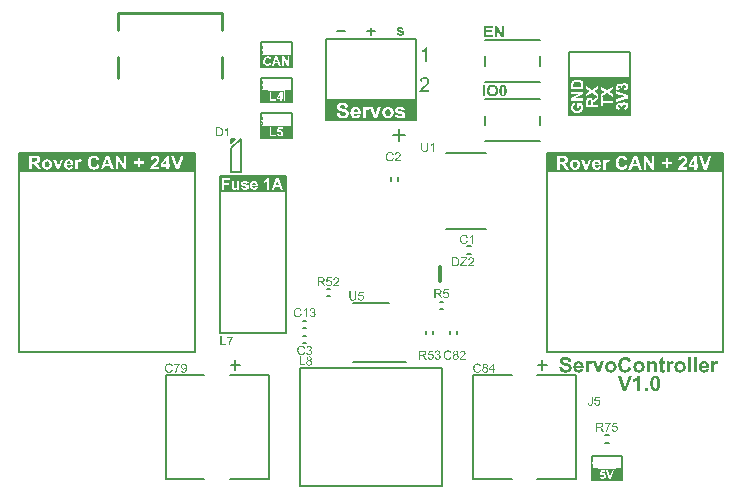
<source format=gto>
G04*
G04 #@! TF.GenerationSoftware,Altium Limited,Altium Designer,23.4.1 (23)*
G04*
G04 Layer_Color=65535*
%FSLAX44Y44*%
%MOMM*%
G71*
G04*
G04 #@! TF.SameCoordinates,A304BC4D-9FB2-49B5-AC17-4625EE1BC2B7*
G04*
G04*
G04 #@! TF.FilePolarity,Positive*
G04*
G01*
G75*
%ADD10C,0.2000*%
%ADD11C,0.3000*%
%ADD12C,0.1500*%
%ADD13C,0.1524*%
%ADD14C,0.1000*%
%ADD15C,0.2540*%
%ADD16R,0.8000X1.5000*%
%ADD17R,0.7000X1.5000*%
%ADD18R,0.6492X1.0000*%
%ADD19R,0.6871X1.0000*%
%ADD20R,0.6303X1.0000*%
%ADD21R,0.6323X1.0000*%
%ADD22R,0.2000X1.0000*%
%ADD23R,0.2000X1.0000*%
%ADD24R,0.8000X1.7000*%
%ADD25R,0.9000X1.7000*%
%ADD26R,0.9000X1.5000*%
%ADD27R,1.0000X1.5000*%
%ADD28R,0.5704X1.0000*%
%ADD29R,0.5839X1.0000*%
%ADD30R,2.6000X0.3000*%
%ADD31R,3.9000X0.4000*%
%ADD32R,2.6000X0.5000*%
G36*
X465031Y119422D02*
X465105D01*
X465198Y119413D01*
X465401Y119404D01*
X465632Y119376D01*
X465882Y119339D01*
X466159Y119302D01*
X466446Y119247D01*
X466742Y119173D01*
X467047Y119089D01*
X467352Y118988D01*
X467639Y118858D01*
X467925Y118720D01*
X468184Y118553D01*
X468424Y118368D01*
X468443Y118359D01*
X468480Y118322D01*
X468535Y118257D01*
X468619Y118174D01*
X468711Y118072D01*
X468813Y117943D01*
X468924Y117795D01*
X469044Y117619D01*
X469164Y117434D01*
X469275Y117222D01*
X469386Y116991D01*
X469478Y116741D01*
X469571Y116473D01*
X469636Y116186D01*
X469682Y115881D01*
X469710Y115558D01*
X467130Y115447D01*
Y115456D01*
X467121Y115493D01*
X467112Y115539D01*
X467093Y115604D01*
X467075Y115687D01*
X467047Y115779D01*
X467019Y115881D01*
X466982Y115992D01*
X466880Y116223D01*
X466760Y116454D01*
X466603Y116676D01*
X466520Y116778D01*
X466418Y116861D01*
X466409Y116870D01*
X466390Y116880D01*
X466363Y116898D01*
X466316Y116926D01*
X466261Y116963D01*
X466187Y117000D01*
X466104Y117037D01*
X466011Y117083D01*
X465900Y117120D01*
X465780Y117157D01*
X465642Y117194D01*
X465494Y117231D01*
X465336Y117259D01*
X465170Y117277D01*
X464976Y117296D01*
X464671D01*
X464597Y117287D01*
X464504Y117277D01*
X464393Y117268D01*
X464273Y117259D01*
X464134Y117240D01*
X463857Y117185D01*
X463561Y117102D01*
X463413Y117046D01*
X463275Y116981D01*
X463145Y116907D01*
X463016Y116824D01*
X462997Y116815D01*
X462951Y116769D01*
X462886Y116704D01*
X462812Y116612D01*
X462738Y116501D01*
X462674Y116371D01*
X462627Y116214D01*
X462618Y116131D01*
X462609Y116038D01*
Y116029D01*
Y116020D01*
X462618Y115964D01*
X462627Y115881D01*
X462655Y115770D01*
X462701Y115650D01*
X462766Y115521D01*
X462859Y115391D01*
X462988Y115262D01*
X462997D01*
X463016Y115243D01*
X463044Y115225D01*
X463099Y115188D01*
X463164Y115151D01*
X463247Y115105D01*
X463349Y115058D01*
X463469Y115003D01*
X463617Y114938D01*
X463783Y114873D01*
X463977Y114799D01*
X464199Y114726D01*
X464449Y114642D01*
X464717Y114568D01*
X465031Y114485D01*
X465364Y114402D01*
X465373D01*
X465383Y114393D01*
X465410D01*
X465447Y114383D01*
X465540Y114356D01*
X465669Y114328D01*
X465826Y114282D01*
X466011Y114235D01*
X466205Y114180D01*
X466418Y114124D01*
X466640Y114051D01*
X466871Y113986D01*
X467333Y113829D01*
X467555Y113745D01*
X467768Y113653D01*
X467971Y113570D01*
X468147Y113477D01*
X468156Y113468D01*
X468184Y113459D01*
X468230Y113431D01*
X468295Y113394D01*
X468369Y113339D01*
X468461Y113283D01*
X468554Y113218D01*
X468665Y113135D01*
X468776Y113052D01*
X468887Y112950D01*
X469007Y112849D01*
X469127Y112728D01*
X469358Y112470D01*
X469460Y112322D01*
X469562Y112174D01*
X469571Y112164D01*
X469580Y112137D01*
X469608Y112091D01*
X469645Y112026D01*
X469682Y111943D01*
X469728Y111850D01*
X469774Y111739D01*
X469821Y111610D01*
X469867Y111471D01*
X469913Y111314D01*
X469959Y111147D01*
X469996Y110972D01*
X470033Y110778D01*
X470061Y110574D01*
X470070Y110361D01*
X470079Y110140D01*
Y110130D01*
Y110093D01*
Y110029D01*
X470070Y109955D01*
X470061Y109853D01*
X470042Y109742D01*
X470024Y109613D01*
X470005Y109474D01*
X469968Y109317D01*
X469931Y109150D01*
X469876Y108984D01*
X469821Y108808D01*
X469747Y108623D01*
X469663Y108438D01*
X469571Y108263D01*
X469460Y108078D01*
X469451Y108069D01*
X469432Y108041D01*
X469395Y107985D01*
X469349Y107921D01*
X469284Y107847D01*
X469210Y107754D01*
X469118Y107653D01*
X469016Y107542D01*
X468896Y107431D01*
X468767Y107310D01*
X468628Y107190D01*
X468471Y107079D01*
X468304Y106959D01*
X468129Y106848D01*
X467934Y106747D01*
X467731Y106654D01*
X467722Y106645D01*
X467685Y106636D01*
X467620Y106608D01*
X467528Y106580D01*
X467426Y106543D01*
X467296Y106506D01*
X467139Y106469D01*
X466973Y106423D01*
X466779Y106377D01*
X466566Y106340D01*
X466335Y106303D01*
X466095Y106266D01*
X465836Y106238D01*
X465558Y106210D01*
X465262Y106201D01*
X464957Y106192D01*
X464791D01*
X464726Y106201D01*
X464643D01*
X464560Y106210D01*
X464356Y106229D01*
X464116Y106247D01*
X463857Y106284D01*
X463580Y106330D01*
X463284Y106395D01*
X462979Y106469D01*
X462664Y106552D01*
X462359Y106663D01*
X462054Y106793D01*
X461758Y106941D01*
X461481Y107116D01*
X461222Y107310D01*
X461204Y107320D01*
X461167Y107366D01*
X461102Y107431D01*
X461019Y107523D01*
X460917Y107634D01*
X460797Y107782D01*
X460677Y107948D01*
X460547Y108143D01*
X460409Y108355D01*
X460279Y108605D01*
X460150Y108873D01*
X460029Y109160D01*
X459909Y109483D01*
X459817Y109825D01*
X459734Y110195D01*
X459678Y110583D01*
X462193Y110824D01*
Y110805D01*
X462202Y110768D01*
X462221Y110704D01*
X462239Y110620D01*
X462267Y110510D01*
X462304Y110389D01*
X462341Y110260D01*
X462387Y110121D01*
X462517Y109816D01*
X462590Y109659D01*
X462674Y109502D01*
X462766Y109354D01*
X462868Y109215D01*
X462988Y109086D01*
X463108Y108965D01*
X463117Y108956D01*
X463145Y108938D01*
X463182Y108910D01*
X463238Y108873D01*
X463302Y108827D01*
X463395Y108780D01*
X463487Y108725D01*
X463607Y108670D01*
X463728Y108614D01*
X463876Y108559D01*
X464024Y108512D01*
X464190Y108466D01*
X464375Y108429D01*
X464569Y108401D01*
X464772Y108383D01*
X464985Y108374D01*
X465105D01*
X465188Y108383D01*
X465290Y108392D01*
X465410Y108401D01*
X465549Y108420D01*
X465688Y108438D01*
X465993Y108503D01*
X466150Y108549D01*
X466307Y108596D01*
X466455Y108660D01*
X466603Y108725D01*
X466742Y108808D01*
X466862Y108901D01*
X466871Y108910D01*
X466890Y108928D01*
X466917Y108956D01*
X466964Y108993D01*
X467010Y109049D01*
X467065Y109104D01*
X467121Y109178D01*
X467186Y109252D01*
X467296Y109437D01*
X467398Y109640D01*
X467444Y109761D01*
X467472Y109872D01*
X467491Y110001D01*
X467500Y110130D01*
Y110140D01*
Y110149D01*
Y110204D01*
X467491Y110288D01*
X467463Y110399D01*
X467435Y110519D01*
X467389Y110648D01*
X467324Y110778D01*
X467232Y110898D01*
X467223Y110916D01*
X467176Y110953D01*
X467112Y111009D01*
X467019Y111092D01*
X466890Y111175D01*
X466723Y111277D01*
X466529Y111369D01*
X466418Y111416D01*
X466298Y111462D01*
X466289D01*
X466279Y111471D01*
X466242Y111480D01*
X466205Y111489D01*
X466141Y111508D01*
X466067Y111536D01*
X465974Y111564D01*
X465873Y111591D01*
X465743Y111628D01*
X465595Y111665D01*
X465429Y111711D01*
X465235Y111767D01*
X465022Y111822D01*
X464782Y111878D01*
X464514Y111943D01*
X464227Y112016D01*
X464218D01*
X464199Y112026D01*
X464171D01*
X464134Y112044D01*
X464088Y112053D01*
X464033Y112072D01*
X463894Y112109D01*
X463718Y112155D01*
X463524Y112220D01*
X463312Y112294D01*
X463090Y112368D01*
X462849Y112460D01*
X462609Y112553D01*
X462359Y112654D01*
X462128Y112765D01*
X461897Y112886D01*
X461684Y113015D01*
X461490Y113145D01*
X461315Y113283D01*
X461305Y113292D01*
X461268Y113329D01*
X461204Y113394D01*
X461130Y113468D01*
X461046Y113570D01*
X460945Y113699D01*
X460834Y113838D01*
X460732Y114004D01*
X460621Y114180D01*
X460510Y114374D01*
X460409Y114587D01*
X460325Y114809D01*
X460251Y115049D01*
X460187Y115308D01*
X460150Y115576D01*
X460140Y115853D01*
Y115863D01*
Y115900D01*
Y115946D01*
X460150Y116020D01*
X460159Y116103D01*
X460168Y116205D01*
X460187Y116325D01*
X460205Y116454D01*
X460242Y116584D01*
X460270Y116732D01*
X460316Y116880D01*
X460372Y117037D01*
X460436Y117203D01*
X460510Y117360D01*
X460593Y117527D01*
X460686Y117684D01*
X460695Y117693D01*
X460714Y117721D01*
X460741Y117767D01*
X460788Y117823D01*
X460843Y117897D01*
X460917Y117980D01*
X461000Y118063D01*
X461093Y118165D01*
X461204Y118266D01*
X461324Y118378D01*
X461453Y118479D01*
X461592Y118590D01*
X461749Y118692D01*
X461916Y118793D01*
X462091Y118895D01*
X462285Y118978D01*
X462295Y118988D01*
X462332Y118997D01*
X462396Y119025D01*
X462470Y119052D01*
X462572Y119080D01*
X462692Y119126D01*
X462831Y119163D01*
X462988Y119210D01*
X463164Y119247D01*
X463358Y119293D01*
X463561Y119330D01*
X463783Y119358D01*
X464024Y119395D01*
X464273Y119413D01*
X464532Y119422D01*
X464800Y119431D01*
X464967D01*
X465031Y119422D01*
D02*
G37*
G36*
X515688D02*
X515753D01*
X515836Y119413D01*
X515919D01*
X516123Y119385D01*
X516344Y119358D01*
X516603Y119311D01*
X516881Y119256D01*
X517177Y119182D01*
X517491Y119089D01*
X517805Y118978D01*
X518129Y118840D01*
X518443Y118683D01*
X518758Y118498D01*
X519053Y118285D01*
X519340Y118035D01*
X519349Y118026D01*
X519377Y117998D01*
X519423Y117952D01*
X519479Y117887D01*
X519553Y117804D01*
X519636Y117693D01*
X519728Y117573D01*
X519830Y117434D01*
X519932Y117277D01*
X520043Y117102D01*
X520154Y116907D01*
X520265Y116704D01*
X520366Y116473D01*
X520468Y116233D01*
X520570Y115964D01*
X520653Y115687D01*
X518092Y115077D01*
Y115086D01*
X518083Y115123D01*
X518064Y115169D01*
X518046Y115243D01*
X518018Y115326D01*
X517981Y115419D01*
X517935Y115530D01*
X517888Y115641D01*
X517759Y115890D01*
X517676Y116020D01*
X517593Y116149D01*
X517500Y116279D01*
X517389Y116408D01*
X517269Y116528D01*
X517140Y116639D01*
X517130Y116649D01*
X517112Y116667D01*
X517066Y116695D01*
X517010Y116732D01*
X516945Y116778D01*
X516862Y116824D01*
X516760Y116880D01*
X516659Y116935D01*
X516529Y116981D01*
X516400Y117037D01*
X516252Y117083D01*
X516104Y117129D01*
X515938Y117166D01*
X515762Y117194D01*
X515586Y117212D01*
X515392Y117222D01*
X515327D01*
X515253Y117212D01*
X515161Y117203D01*
X515041Y117194D01*
X514902Y117166D01*
X514745Y117139D01*
X514579Y117092D01*
X514394Y117037D01*
X514209Y116972D01*
X514015Y116889D01*
X513820Y116787D01*
X513635Y116667D01*
X513441Y116538D01*
X513266Y116380D01*
X513090Y116195D01*
X513081Y116186D01*
X513053Y116149D01*
X513007Y116085D01*
X512951Y116001D01*
X512887Y115890D01*
X512813Y115752D01*
X512729Y115595D01*
X512655Y115400D01*
X512572Y115188D01*
X512489Y114938D01*
X512415Y114670D01*
X512350Y114374D01*
X512295Y114041D01*
X512249Y113690D01*
X512221Y113302D01*
X512212Y112886D01*
Y112876D01*
Y112858D01*
Y112821D01*
Y112784D01*
Y112719D01*
X512221Y112654D01*
Y112580D01*
X512230Y112488D01*
X512239Y112294D01*
X512258Y112063D01*
X512286Y111813D01*
X512323Y111545D01*
X512369Y111268D01*
X512424Y110981D01*
X512498Y110694D01*
X512581Y110408D01*
X512674Y110140D01*
X512794Y109881D01*
X512924Y109650D01*
X513081Y109437D01*
X513090Y109428D01*
X513118Y109391D01*
X513173Y109345D01*
X513238Y109280D01*
X513321Y109197D01*
X513432Y109113D01*
X513552Y109021D01*
X513691Y108928D01*
X513848Y108827D01*
X514015Y108734D01*
X514199Y108651D01*
X514403Y108568D01*
X514616Y108503D01*
X514847Y108457D01*
X515087Y108420D01*
X515346Y108411D01*
X515448D01*
X515522Y108420D01*
X515605Y108429D01*
X515706Y108448D01*
X515827Y108466D01*
X515956Y108494D01*
X516086Y108522D01*
X516224Y108568D01*
X516372Y108623D01*
X516520Y108688D01*
X516677Y108762D01*
X516825Y108845D01*
X516973Y108947D01*
X517112Y109058D01*
X517121Y109067D01*
X517149Y109086D01*
X517186Y109132D01*
X517232Y109187D01*
X517297Y109252D01*
X517371Y109345D01*
X517445Y109446D01*
X517528Y109566D01*
X517611Y109696D01*
X517704Y109853D01*
X517796Y110019D01*
X517879Y110204D01*
X517962Y110417D01*
X518046Y110630D01*
X518120Y110870D01*
X518184Y111129D01*
X520690Y110334D01*
Y110324D01*
X520681Y110306D01*
X520671Y110278D01*
X520662Y110241D01*
X520644Y110195D01*
X520625Y110130D01*
X520579Y109992D01*
X520514Y109816D01*
X520431Y109613D01*
X520339Y109391D01*
X520228Y109160D01*
X520107Y108910D01*
X519969Y108651D01*
X519812Y108392D01*
X519636Y108133D01*
X519442Y107884D01*
X519238Y107643D01*
X519007Y107421D01*
X518767Y107218D01*
X518748Y107209D01*
X518702Y107172D01*
X518628Y107126D01*
X518526Y107061D01*
X518397Y106987D01*
X518240Y106894D01*
X518055Y106802D01*
X517842Y106709D01*
X517611Y106617D01*
X517352Y106525D01*
X517075Y106441D01*
X516770Y106358D01*
X516455Y106293D01*
X516113Y106247D01*
X515753Y106210D01*
X515374Y106201D01*
X515263D01*
X515198Y106210D01*
X515124D01*
X515041Y106220D01*
X514948Y106229D01*
X514847Y106238D01*
X514736Y106257D01*
X514477Y106293D01*
X514199Y106349D01*
X513894Y106423D01*
X513571Y106506D01*
X513229Y106626D01*
X512887Y106765D01*
X512526Y106931D01*
X512184Y107135D01*
X511833Y107366D01*
X511666Y107495D01*
X511500Y107634D01*
X511343Y107782D01*
X511185Y107939D01*
Y107948D01*
X511167Y107958D01*
X511148Y107985D01*
X511111Y108022D01*
X511074Y108069D01*
X511037Y108124D01*
X510982Y108189D01*
X510927Y108263D01*
X510871Y108346D01*
X510806Y108438D01*
X510742Y108540D01*
X510668Y108651D01*
X510520Y108901D01*
X510372Y109187D01*
X510215Y109511D01*
X510067Y109862D01*
X509928Y110260D01*
X509808Y110685D01*
X509697Y111138D01*
X509623Y111628D01*
X509567Y112146D01*
X509558Y112423D01*
X509549Y112701D01*
Y112710D01*
Y112738D01*
Y112784D01*
Y112839D01*
X509558Y112913D01*
Y113006D01*
X509567Y113108D01*
X509577Y113228D01*
X509586Y113357D01*
X509595Y113496D01*
X509614Y113644D01*
X509632Y113801D01*
X509688Y114143D01*
X509752Y114513D01*
X509845Y114910D01*
X509947Y115317D01*
X510085Y115724D01*
X510242Y116140D01*
X510437Y116547D01*
X510649Y116935D01*
X510908Y117314D01*
X511047Y117490D01*
X511195Y117656D01*
X511204Y117666D01*
X511213Y117675D01*
X511241Y117703D01*
X511269Y117730D01*
X511361Y117823D01*
X511491Y117934D01*
X511657Y118072D01*
X511860Y118220D01*
X512091Y118378D01*
X512350Y118544D01*
X512646Y118710D01*
X512979Y118868D01*
X513330Y119025D01*
X513719Y119154D01*
X514135Y119265D01*
X514569Y119358D01*
X515041Y119413D01*
X515281Y119422D01*
X515531Y119431D01*
X515633D01*
X515688Y119422D01*
D02*
G37*
G36*
X592842Y115890D02*
X592916Y115881D01*
X593000Y115872D01*
X593101Y115863D01*
X593212Y115844D01*
X593462Y115789D01*
X593739Y115705D01*
X593878Y115650D01*
X594026Y115585D01*
X594174Y115511D01*
X594322Y115428D01*
X593554Y113292D01*
X593545Y113302D01*
X593527Y113311D01*
X593490Y113329D01*
X593453Y113357D01*
X593397Y113385D01*
X593332Y113422D01*
X593175Y113496D01*
X593000Y113570D01*
X592805Y113635D01*
X592602Y113681D01*
X592500Y113699D01*
X592315D01*
X592214Y113681D01*
X592094Y113662D01*
X591955Y113625D01*
X591807Y113579D01*
X591659Y113505D01*
X591520Y113413D01*
X591502Y113403D01*
X591465Y113357D01*
X591400Y113283D01*
X591317Y113181D01*
X591234Y113034D01*
X591188Y112950D01*
X591141Y112858D01*
X591095Y112756D01*
X591049Y112645D01*
X591003Y112516D01*
X590966Y112386D01*
Y112377D01*
X590956Y112349D01*
X590947Y112303D01*
X590938Y112238D01*
X590919Y112146D01*
X590901Y112026D01*
X590882Y111887D01*
X590864Y111721D01*
X590845Y111526D01*
X590827Y111305D01*
X590808Y111046D01*
X590790Y110768D01*
X590781Y110445D01*
X590771Y110093D01*
X590762Y109705D01*
Y109502D01*
Y109280D01*
Y106423D01*
X588312D01*
Y115696D01*
X590587D01*
Y114374D01*
X590596Y114383D01*
X590614Y114411D01*
X590642Y114467D01*
X590688Y114522D01*
X590734Y114596D01*
X590799Y114689D01*
X590938Y114883D01*
X591095Y115086D01*
X591271Y115289D01*
X591363Y115382D01*
X591456Y115465D01*
X591548Y115539D01*
X591631Y115604D01*
X591641D01*
X591650Y115613D01*
X591678Y115632D01*
X591715Y115650D01*
X591816Y115696D01*
X591946Y115752D01*
X592103Y115807D01*
X592279Y115853D01*
X592482Y115890D01*
X592695Y115900D01*
X592778D01*
X592842Y115890D01*
D02*
G37*
G36*
X555102D02*
X555176Y115881D01*
X555259Y115872D01*
X555361Y115863D01*
X555472Y115844D01*
X555721Y115789D01*
X555999Y115705D01*
X556138Y115650D01*
X556285Y115585D01*
X556433Y115511D01*
X556581Y115428D01*
X555814Y113292D01*
X555805Y113302D01*
X555786Y113311D01*
X555749Y113329D01*
X555712Y113357D01*
X555657Y113385D01*
X555592Y113422D01*
X555435Y113496D01*
X555259Y113570D01*
X555065Y113635D01*
X554862Y113681D01*
X554760Y113699D01*
X554575D01*
X554473Y113681D01*
X554353Y113662D01*
X554214Y113625D01*
X554067Y113579D01*
X553919Y113505D01*
X553780Y113413D01*
X553761Y113403D01*
X553724Y113357D01*
X553660Y113283D01*
X553577Y113181D01*
X553493Y113034D01*
X553447Y112950D01*
X553401Y112858D01*
X553355Y112756D01*
X553308Y112645D01*
X553262Y112516D01*
X553225Y112386D01*
Y112377D01*
X553216Y112349D01*
X553207Y112303D01*
X553197Y112238D01*
X553179Y112146D01*
X553160Y112026D01*
X553142Y111887D01*
X553123Y111721D01*
X553105Y111526D01*
X553086Y111305D01*
X553068Y111046D01*
X553050Y110768D01*
X553040Y110445D01*
X553031Y110093D01*
X553022Y109705D01*
Y109502D01*
Y109280D01*
Y106423D01*
X550572D01*
Y115696D01*
X552846D01*
Y114374D01*
X552855Y114383D01*
X552874Y114411D01*
X552901Y114467D01*
X552948Y114522D01*
X552994Y114596D01*
X553059Y114689D01*
X553197Y114883D01*
X553355Y115086D01*
X553530Y115289D01*
X553623Y115382D01*
X553715Y115465D01*
X553808Y115539D01*
X553891Y115604D01*
X553900D01*
X553909Y115613D01*
X553937Y115632D01*
X553974Y115650D01*
X554076Y115696D01*
X554205Y115752D01*
X554362Y115807D01*
X554538Y115853D01*
X554741Y115890D01*
X554954Y115900D01*
X555037D01*
X555102Y115890D01*
D02*
G37*
G36*
X486592D02*
X486666Y115881D01*
X486749Y115872D01*
X486851Y115863D01*
X486962Y115844D01*
X487211Y115789D01*
X487489Y115705D01*
X487628Y115650D01*
X487775Y115585D01*
X487924Y115511D01*
X488044Y115444D01*
X487942Y115696D01*
X490512D01*
X492260Y110962D01*
X492768Y109382D01*
Y109391D01*
X492777Y109409D01*
X492787Y109437D01*
X492805Y109483D01*
X492833Y109585D01*
X492879Y109705D01*
X492916Y109844D01*
X492962Y109973D01*
X492990Y110084D01*
X493008Y110140D01*
X493018Y110177D01*
X493027Y110195D01*
X493036Y110241D01*
X493064Y110324D01*
X493101Y110417D01*
X493138Y110537D01*
X493184Y110676D01*
X493230Y110815D01*
X493286Y110962D01*
X495043Y115696D01*
X497567D01*
X493887Y106423D01*
X491677D01*
X488061Y115400D01*
X487304Y113292D01*
X487295Y113302D01*
X487276Y113311D01*
X487239Y113329D01*
X487202Y113357D01*
X487147Y113385D01*
X487082Y113422D01*
X486925Y113496D01*
X486749Y113570D01*
X486555Y113635D01*
X486352Y113681D01*
X486250Y113699D01*
X486065D01*
X485963Y113681D01*
X485843Y113662D01*
X485704Y113625D01*
X485557Y113579D01*
X485409Y113505D01*
X485270Y113413D01*
X485252Y113403D01*
X485215Y113357D01*
X485150Y113283D01*
X485067Y113181D01*
X484983Y113034D01*
X484937Y112950D01*
X484891Y112858D01*
X484845Y112756D01*
X484798Y112645D01*
X484752Y112516D01*
X484715Y112386D01*
Y112377D01*
X484706Y112349D01*
X484697Y112303D01*
X484688Y112238D01*
X484669Y112146D01*
X484650Y112026D01*
X484632Y111887D01*
X484613Y111721D01*
X484595Y111526D01*
X484577Y111305D01*
X484558Y111046D01*
X484540Y110768D01*
X484530Y110445D01*
X484521Y110093D01*
X484512Y109705D01*
Y109502D01*
Y109280D01*
Y106423D01*
X482062D01*
Y115696D01*
X484336D01*
Y114374D01*
X484345Y114383D01*
X484364Y114411D01*
X484392Y114467D01*
X484438Y114522D01*
X484484Y114596D01*
X484549Y114689D01*
X484688Y114883D01*
X484845Y115086D01*
X485020Y115289D01*
X485113Y115382D01*
X485205Y115465D01*
X485298Y115539D01*
X485381Y115604D01*
X485390D01*
X485399Y115613D01*
X485427Y115632D01*
X485464Y115650D01*
X485566Y115696D01*
X485695Y115752D01*
X485852Y115807D01*
X486028Y115853D01*
X486231Y115890D01*
X486444Y115900D01*
X486527D01*
X486592Y115890D01*
D02*
G37*
G36*
X539329D02*
X539412Y115881D01*
X539505Y115872D01*
X539606Y115863D01*
X539837Y115826D01*
X540087Y115779D01*
X540337Y115705D01*
X540596Y115604D01*
X540605D01*
X540623Y115595D01*
X540660Y115576D01*
X540707Y115548D01*
X540762Y115521D01*
X540827Y115484D01*
X540975Y115400D01*
X541141Y115289D01*
X541308Y115160D01*
X541474Y115021D01*
X541613Y114855D01*
Y114846D01*
X541631Y114836D01*
X541650Y114809D01*
X541668Y114772D01*
X541733Y114679D01*
X541807Y114559D01*
X541890Y114402D01*
X541964Y114235D01*
X542038Y114041D01*
X542103Y113829D01*
Y113819D01*
X542112Y113801D01*
Y113773D01*
X542121Y113727D01*
X542140Y113662D01*
X542149Y113588D01*
X542158Y113505D01*
X542177Y113403D01*
X542186Y113292D01*
X542195Y113172D01*
X542214Y113034D01*
X542223Y112886D01*
X542232Y112728D01*
Y112553D01*
X542241Y112368D01*
Y112174D01*
Y106423D01*
X539791D01*
Y111147D01*
Y111166D01*
Y111212D01*
Y111286D01*
Y111388D01*
X539782Y111508D01*
Y111647D01*
Y111795D01*
X539773Y111952D01*
X539754Y112275D01*
X539736Y112442D01*
X539717Y112599D01*
X539699Y112747D01*
X539680Y112876D01*
X539653Y112997D01*
X539625Y113089D01*
Y113098D01*
X539616Y113108D01*
X539597Y113163D01*
X539560Y113246D01*
X539505Y113339D01*
X539431Y113450D01*
X539347Y113570D01*
X539236Y113672D01*
X539116Y113773D01*
X539098Y113782D01*
X539052Y113810D01*
X538978Y113856D01*
X538876Y113903D01*
X538756Y113940D01*
X538608Y113986D01*
X538441Y114014D01*
X538266Y114023D01*
X538201D01*
X538155Y114014D01*
X538099D01*
X538035Y114004D01*
X537877Y113977D01*
X537702Y113940D01*
X537508Y113875D01*
X537304Y113792D01*
X537110Y113672D01*
X537101D01*
X537092Y113653D01*
X537064Y113635D01*
X537027Y113607D01*
X536944Y113533D01*
X536833Y113422D01*
X536722Y113292D01*
X536601Y113126D01*
X536500Y112941D01*
X536417Y112738D01*
Y112728D01*
X536407Y112710D01*
X536398Y112673D01*
X536389Y112627D01*
X536370Y112562D01*
X536361Y112479D01*
X536343Y112377D01*
X536324Y112257D01*
X536306Y112118D01*
X536287Y111970D01*
X536278Y111795D01*
X536259Y111600D01*
X536250Y111388D01*
X536241Y111147D01*
X536232Y110889D01*
Y110611D01*
Y106423D01*
X533782D01*
Y115696D01*
X536056D01*
Y114328D01*
X536074Y114346D01*
X536111Y114393D01*
X536176Y114476D01*
X536278Y114578D01*
X536398Y114689D01*
X536537Y114827D01*
X536703Y114966D01*
X536897Y115114D01*
X537101Y115262D01*
X537332Y115400D01*
X537591Y115539D01*
X537859Y115650D01*
X538146Y115752D01*
X538451Y115835D01*
X538774Y115881D01*
X539116Y115900D01*
X539255D01*
X539329Y115890D01*
D02*
G37*
G36*
X575969Y106423D02*
X573519D01*
Y119219D01*
X575969D01*
Y106423D01*
D02*
G37*
G36*
X571004D02*
X568554D01*
Y119219D01*
X571004D01*
Y106423D01*
D02*
G37*
G36*
X582155Y115890D02*
X582210D01*
X582358Y115881D01*
X582534Y115863D01*
X582728Y115826D01*
X582959Y115789D01*
X583199Y115733D01*
X583449Y115659D01*
X583717Y115567D01*
X583985Y115456D01*
X584263Y115326D01*
X584531Y115169D01*
X584790Y114984D01*
X585039Y114772D01*
X585270Y114531D01*
X585280Y114513D01*
X585326Y114467D01*
X585381Y114383D01*
X585455Y114272D01*
X585548Y114124D01*
X585649Y113949D01*
X585751Y113736D01*
X585862Y113496D01*
X585973Y113218D01*
X586084Y112904D01*
X586176Y112562D01*
X586269Y112183D01*
X586334Y111776D01*
X586389Y111332D01*
X586417Y110851D01*
X586426Y110343D01*
X580278D01*
Y110334D01*
Y110297D01*
X580287Y110241D01*
Y110167D01*
X580296Y110075D01*
X580315Y109964D01*
X580333Y109853D01*
X580361Y109724D01*
X580426Y109446D01*
X580472Y109307D01*
X580527Y109169D01*
X580601Y109030D01*
X580675Y108891D01*
X580759Y108762D01*
X580860Y108642D01*
X580869Y108633D01*
X580888Y108614D01*
X580916Y108586D01*
X580962Y108549D01*
X581017Y108503D01*
X581091Y108448D01*
X581165Y108401D01*
X581258Y108346D01*
X581350Y108281D01*
X581461Y108235D01*
X581702Y108133D01*
X581840Y108096D01*
X581979Y108069D01*
X582127Y108050D01*
X582284Y108041D01*
X582340D01*
X582386Y108050D01*
X582487Y108059D01*
X582626Y108078D01*
X582774Y108115D01*
X582940Y108170D01*
X583098Y108244D01*
X583255Y108346D01*
X583264D01*
X583273Y108364D01*
X583320Y108411D01*
X583394Y108485D01*
X583477Y108596D01*
X583578Y108734D01*
X583680Y108910D01*
X583773Y109113D01*
X583856Y109363D01*
X586297Y108956D01*
X586287Y108938D01*
X586278Y108901D01*
X586250Y108827D01*
X586204Y108734D01*
X586158Y108623D01*
X586093Y108494D01*
X586019Y108346D01*
X585927Y108198D01*
X585834Y108032D01*
X585723Y107865D01*
X585594Y107690D01*
X585465Y107523D01*
X585317Y107357D01*
X585159Y107190D01*
X584984Y107042D01*
X584799Y106904D01*
X584790Y106894D01*
X584753Y106876D01*
X584697Y106839D01*
X584614Y106793D01*
X584512Y106747D01*
X584401Y106682D01*
X584253Y106626D01*
X584096Y106562D01*
X583921Y106497D01*
X583736Y106432D01*
X583523Y106367D01*
X583301Y106321D01*
X583061Y106275D01*
X582802Y106238D01*
X582534Y106220D01*
X582256Y106210D01*
X582155D01*
X582090Y106220D01*
X582025D01*
X581951Y106229D01*
X581859Y106238D01*
X581655Y106257D01*
X581433Y106293D01*
X581175Y106340D01*
X580897Y106404D01*
X580611Y106488D01*
X580315Y106599D01*
X580019Y106719D01*
X579723Y106876D01*
X579436Y107052D01*
X579168Y107264D01*
X578909Y107505D01*
X578678Y107782D01*
X578669Y107801D01*
X578641Y107837D01*
X578595Y107911D01*
X578540Y108013D01*
X578466Y108133D01*
X578392Y108281D01*
X578308Y108457D01*
X578225Y108660D01*
X578133Y108882D01*
X578050Y109123D01*
X577976Y109382D01*
X577911Y109668D01*
X577846Y109964D01*
X577800Y110288D01*
X577772Y110630D01*
X577763Y110981D01*
Y110990D01*
Y111009D01*
Y111037D01*
Y111083D01*
X577772Y111138D01*
Y111203D01*
Y111277D01*
X577781Y111360D01*
X577800Y111554D01*
X577828Y111776D01*
X577865Y112026D01*
X577911Y112294D01*
X577976Y112580D01*
X578059Y112876D01*
X578151Y113172D01*
X578271Y113477D01*
X578410Y113773D01*
X578567Y114060D01*
X578752Y114328D01*
X578965Y114587D01*
X578983Y114605D01*
X579020Y114642D01*
X579085Y114707D01*
X579178Y114790D01*
X579298Y114892D01*
X579446Y115003D01*
X579612Y115123D01*
X579797Y115243D01*
X580010Y115363D01*
X580241Y115484D01*
X580490Y115595D01*
X580759Y115696D01*
X581045Y115779D01*
X581350Y115844D01*
X581674Y115881D01*
X582016Y115900D01*
X582108D01*
X582155Y115890D01*
D02*
G37*
G36*
X561981D02*
X562036D01*
X562184Y115881D01*
X562360Y115863D01*
X562572Y115826D01*
X562804Y115789D01*
X563053Y115733D01*
X563321Y115659D01*
X563599Y115567D01*
X563885Y115456D01*
X564181Y115326D01*
X564468Y115169D01*
X564745Y114984D01*
X565023Y114772D01*
X565281Y114531D01*
X565300Y114513D01*
X565337Y114467D01*
X565411Y114393D01*
X565494Y114282D01*
X565596Y114152D01*
X565707Y113986D01*
X565827Y113801D01*
X565956Y113588D01*
X566086Y113348D01*
X566206Y113089D01*
X566317Y112802D01*
X566419Y112497D01*
X566511Y112164D01*
X566576Y111822D01*
X566613Y111453D01*
X566631Y111073D01*
Y111064D01*
Y111046D01*
Y111018D01*
Y110981D01*
X566622Y110935D01*
Y110870D01*
X566613Y110722D01*
X566594Y110546D01*
X566557Y110334D01*
X566520Y110103D01*
X566465Y109853D01*
X566391Y109585D01*
X566298Y109298D01*
X566188Y109012D01*
X566058Y108716D01*
X565901Y108429D01*
X565725Y108133D01*
X565513Y107856D01*
X565272Y107588D01*
X565254Y107569D01*
X565207Y107532D01*
X565134Y107458D01*
X565032Y107375D01*
X564893Y107264D01*
X564736Y107153D01*
X564551Y107024D01*
X564338Y106904D01*
X564098Y106774D01*
X563839Y106645D01*
X563562Y106534D01*
X563257Y106423D01*
X562933Y106340D01*
X562591Y106266D01*
X562230Y106229D01*
X561851Y106210D01*
X561722D01*
X561639Y106220D01*
X561518Y106229D01*
X561389Y106238D01*
X561232Y106257D01*
X561065Y106284D01*
X560890Y106312D01*
X560696Y106349D01*
X560492Y106395D01*
X560289Y106451D01*
X560076Y106515D01*
X559854Y106599D01*
X559642Y106682D01*
X559420Y106784D01*
X559410Y106793D01*
X559374Y106811D01*
X559309Y106848D01*
X559226Y106894D01*
X559133Y106950D01*
X559022Y107024D01*
X558902Y107107D01*
X558763Y107209D01*
X558625Y107320D01*
X558486Y107449D01*
X558338Y107588D01*
X558190Y107736D01*
X558051Y107902D01*
X557913Y108078D01*
X557783Y108263D01*
X557663Y108466D01*
X557654Y108475D01*
X557635Y108522D01*
X557607Y108577D01*
X557571Y108670D01*
X557524Y108771D01*
X557469Y108901D01*
X557423Y109058D01*
X557367Y109224D01*
X557302Y109418D01*
X557256Y109622D01*
X557201Y109844D01*
X557155Y110084D01*
X557118Y110343D01*
X557090Y110611D01*
X557071Y110889D01*
X557062Y111184D01*
Y111203D01*
Y111240D01*
Y111305D01*
X557071Y111397D01*
X557080Y111499D01*
X557090Y111628D01*
X557108Y111776D01*
X557136Y111933D01*
X557173Y112109D01*
X557210Y112294D01*
X557256Y112488D01*
X557312Y112691D01*
X557386Y112904D01*
X557469Y113117D01*
X557561Y113329D01*
X557663Y113542D01*
X557672Y113551D01*
X557691Y113588D01*
X557728Y113653D01*
X557774Y113727D01*
X557839Y113829D01*
X557913Y113940D01*
X557996Y114060D01*
X558098Y114189D01*
X558218Y114328D01*
X558347Y114476D01*
X558486Y114614D01*
X558634Y114762D01*
X558800Y114901D01*
X558976Y115040D01*
X559161Y115169D01*
X559364Y115289D01*
X559374Y115299D01*
X559410Y115317D01*
X559475Y115345D01*
X559558Y115382D01*
X559660Y115428D01*
X559790Y115484D01*
X559928Y115539D01*
X560085Y115595D01*
X560261Y115650D01*
X560455Y115705D01*
X560659Y115761D01*
X560871Y115807D01*
X561102Y115844D01*
X561334Y115872D01*
X561583Y115890D01*
X561833Y115900D01*
X561925D01*
X561981Y115890D01*
D02*
G37*
G36*
X547290Y115696D02*
X548963D01*
Y113745D01*
X547290D01*
Y110001D01*
Y109992D01*
Y109955D01*
Y109899D01*
Y109816D01*
Y109733D01*
Y109631D01*
X547299Y109409D01*
Y109178D01*
X547308Y109067D01*
Y108956D01*
X547317Y108864D01*
Y108780D01*
X547326Y108716D01*
X547336Y108670D01*
Y108660D01*
X547345Y108642D01*
X547363Y108605D01*
X547382Y108559D01*
X547410Y108512D01*
X547447Y108466D01*
X547493Y108411D01*
X547548Y108364D01*
X547558Y108355D01*
X547576Y108346D01*
X547613Y108328D01*
X547668Y108309D01*
X547724Y108281D01*
X547798Y108263D01*
X547881Y108253D01*
X547964Y108244D01*
X548029D01*
X548103Y108253D01*
X548214Y108272D01*
X548353Y108300D01*
X548528Y108346D01*
X548722Y108401D01*
X548954Y108475D01*
X549166Y106571D01*
X549157D01*
X549129Y106552D01*
X549083Y106534D01*
X549018Y106515D01*
X548935Y106488D01*
X548834Y106460D01*
X548722Y106423D01*
X548602Y106395D01*
X548464Y106358D01*
X548316Y106321D01*
X548158Y106293D01*
X547983Y106266D01*
X547622Y106229D01*
X547225Y106210D01*
X547114D01*
X547058Y106220D01*
X546994D01*
X546827Y106238D01*
X546642Y106266D01*
X546448Y106303D01*
X546236Y106358D01*
X546032Y106432D01*
X546023D01*
X546014Y106441D01*
X545986Y106451D01*
X545949Y106469D01*
X545856Y106525D01*
X545736Y106589D01*
X545607Y106672D01*
X545487Y106765D01*
X545357Y106876D01*
X545255Y107005D01*
X545246Y107024D01*
X545218Y107070D01*
X545172Y107153D01*
X545117Y107255D01*
X545061Y107394D01*
X545006Y107560D01*
X544950Y107754D01*
X544913Y107967D01*
Y107976D01*
Y107985D01*
X544904Y108013D01*
Y108050D01*
X544895Y108106D01*
Y108170D01*
X544886Y108253D01*
X544876Y108346D01*
X544867Y108448D01*
Y108577D01*
X544858Y108716D01*
X544849Y108873D01*
Y109049D01*
X544839Y109252D01*
Y109465D01*
Y109696D01*
Y113745D01*
X543711D01*
Y115696D01*
X544839D01*
Y117536D01*
X547290Y118978D01*
Y115696D01*
D02*
G37*
G36*
X527236Y115890D02*
X527291D01*
X527439Y115881D01*
X527615Y115863D01*
X527827Y115826D01*
X528059Y115789D01*
X528308Y115733D01*
X528576Y115659D01*
X528854Y115567D01*
X529140Y115456D01*
X529436Y115326D01*
X529723Y115169D01*
X530000Y114984D01*
X530278Y114772D01*
X530536Y114531D01*
X530555Y114513D01*
X530592Y114467D01*
X530666Y114393D01*
X530749Y114282D01*
X530851Y114152D01*
X530962Y113986D01*
X531082Y113801D01*
X531211Y113588D01*
X531341Y113348D01*
X531461Y113089D01*
X531572Y112802D01*
X531674Y112497D01*
X531766Y112164D01*
X531831Y111822D01*
X531868Y111453D01*
X531886Y111073D01*
Y111064D01*
Y111046D01*
Y111018D01*
Y110981D01*
X531877Y110935D01*
Y110870D01*
X531868Y110722D01*
X531849Y110546D01*
X531812Y110334D01*
X531775Y110103D01*
X531720Y109853D01*
X531646Y109585D01*
X531553Y109298D01*
X531442Y109012D01*
X531313Y108716D01*
X531156Y108429D01*
X530980Y108133D01*
X530768Y107856D01*
X530527Y107588D01*
X530509Y107569D01*
X530462Y107532D01*
X530388Y107458D01*
X530287Y107375D01*
X530148Y107264D01*
X529991Y107153D01*
X529806Y107024D01*
X529593Y106904D01*
X529353Y106774D01*
X529094Y106645D01*
X528817Y106534D01*
X528512Y106423D01*
X528188Y106340D01*
X527846Y106266D01*
X527485Y106229D01*
X527106Y106210D01*
X526977D01*
X526894Y106220D01*
X526773Y106229D01*
X526644Y106238D01*
X526487Y106257D01*
X526320Y106284D01*
X526145Y106312D01*
X525951Y106349D01*
X525747Y106395D01*
X525544Y106451D01*
X525331Y106515D01*
X525109Y106599D01*
X524897Y106682D01*
X524675Y106784D01*
X524665Y106793D01*
X524628Y106811D01*
X524564Y106848D01*
X524481Y106894D01*
X524388Y106950D01*
X524277Y107024D01*
X524157Y107107D01*
X524018Y107209D01*
X523880Y107320D01*
X523741Y107449D01*
X523593Y107588D01*
X523445Y107736D01*
X523306Y107902D01*
X523168Y108078D01*
X523038Y108263D01*
X522918Y108466D01*
X522909Y108475D01*
X522890Y108522D01*
X522863Y108577D01*
X522826Y108670D01*
X522779Y108771D01*
X522724Y108901D01*
X522678Y109058D01*
X522622Y109224D01*
X522557Y109418D01*
X522511Y109622D01*
X522456Y109844D01*
X522410Y110084D01*
X522373Y110343D01*
X522345Y110611D01*
X522326Y110889D01*
X522317Y111184D01*
Y111203D01*
Y111240D01*
Y111305D01*
X522326Y111397D01*
X522336Y111499D01*
X522345Y111628D01*
X522363Y111776D01*
X522391Y111933D01*
X522428Y112109D01*
X522465Y112294D01*
X522511Y112488D01*
X522567Y112691D01*
X522641Y112904D01*
X522724Y113117D01*
X522816Y113329D01*
X522918Y113542D01*
X522927Y113551D01*
X522946Y113588D01*
X522983Y113653D01*
X523029Y113727D01*
X523094Y113829D01*
X523168Y113940D01*
X523251Y114060D01*
X523353Y114189D01*
X523473Y114328D01*
X523602Y114476D01*
X523741Y114614D01*
X523889Y114762D01*
X524055Y114901D01*
X524231Y115040D01*
X524416Y115169D01*
X524619Y115289D01*
X524628Y115299D01*
X524665Y115317D01*
X524730Y115345D01*
X524813Y115382D01*
X524915Y115428D01*
X525045Y115484D01*
X525183Y115539D01*
X525340Y115595D01*
X525516Y115650D01*
X525710Y115705D01*
X525914Y115761D01*
X526126Y115807D01*
X526357Y115844D01*
X526589Y115872D01*
X526838Y115890D01*
X527088Y115900D01*
X527180D01*
X527236Y115890D01*
D02*
G37*
G36*
X503410D02*
X503465D01*
X503613Y115881D01*
X503789Y115863D01*
X504002Y115826D01*
X504233Y115789D01*
X504482Y115733D01*
X504751Y115659D01*
X505028Y115567D01*
X505314Y115456D01*
X505610Y115326D01*
X505897Y115169D01*
X506174Y114984D01*
X506452Y114772D01*
X506711Y114531D01*
X506729Y114513D01*
X506766Y114467D01*
X506840Y114393D01*
X506923Y114282D01*
X507025Y114152D01*
X507136Y113986D01*
X507256Y113801D01*
X507385Y113588D01*
X507515Y113348D01*
X507635Y113089D01*
X507746Y112802D01*
X507848Y112497D01*
X507940Y112164D01*
X508005Y111822D01*
X508042Y111453D01*
X508060Y111073D01*
Y111064D01*
Y111046D01*
Y111018D01*
Y110981D01*
X508051Y110935D01*
Y110870D01*
X508042Y110722D01*
X508023Y110546D01*
X507986Y110334D01*
X507949Y110103D01*
X507894Y109853D01*
X507820Y109585D01*
X507728Y109298D01*
X507617Y109012D01*
X507487Y108716D01*
X507330Y108429D01*
X507154Y108133D01*
X506942Y107856D01*
X506701Y107588D01*
X506683Y107569D01*
X506637Y107532D01*
X506563Y107458D01*
X506461Y107375D01*
X506322Y107264D01*
X506165Y107153D01*
X505980Y107024D01*
X505768Y106904D01*
X505527Y106774D01*
X505268Y106645D01*
X504991Y106534D01*
X504686Y106423D01*
X504362Y106340D01*
X504020Y106266D01*
X503660Y106229D01*
X503280Y106210D01*
X503151D01*
X503068Y106220D01*
X502948Y106229D01*
X502818Y106238D01*
X502661Y106257D01*
X502495Y106284D01*
X502319Y106312D01*
X502125Y106349D01*
X501921Y106395D01*
X501718Y106451D01*
X501505Y106515D01*
X501283Y106599D01*
X501071Y106682D01*
X500849Y106784D01*
X500840Y106793D01*
X500803Y106811D01*
X500738Y106848D01*
X500655Y106894D01*
X500562Y106950D01*
X500451Y107024D01*
X500331Y107107D01*
X500192Y107209D01*
X500054Y107320D01*
X499915Y107449D01*
X499767Y107588D01*
X499619Y107736D01*
X499481Y107902D01*
X499342Y108078D01*
X499212Y108263D01*
X499092Y108466D01*
X499083Y108475D01*
X499064Y108522D01*
X499037Y108577D01*
X499000Y108670D01*
X498954Y108771D01*
X498898Y108901D01*
X498852Y109058D01*
X498796Y109224D01*
X498732Y109418D01*
X498685Y109622D01*
X498630Y109844D01*
X498584Y110084D01*
X498547Y110343D01*
X498519Y110611D01*
X498500Y110889D01*
X498491Y111184D01*
Y111203D01*
Y111240D01*
Y111305D01*
X498500Y111397D01*
X498510Y111499D01*
X498519Y111628D01*
X498537Y111776D01*
X498565Y111933D01*
X498602Y112109D01*
X498639Y112294D01*
X498685Y112488D01*
X498741Y112691D01*
X498815Y112904D01*
X498898Y113117D01*
X498990Y113329D01*
X499092Y113542D01*
X499101Y113551D01*
X499120Y113588D01*
X499157Y113653D01*
X499203Y113727D01*
X499268Y113829D01*
X499342Y113940D01*
X499425Y114060D01*
X499527Y114189D01*
X499647Y114328D01*
X499776Y114476D01*
X499915Y114614D01*
X500063Y114762D01*
X500229Y114901D01*
X500405Y115040D01*
X500590Y115169D01*
X500793Y115289D01*
X500803Y115299D01*
X500840Y115317D01*
X500904Y115345D01*
X500988Y115382D01*
X501089Y115428D01*
X501219Y115484D01*
X501357Y115539D01*
X501515Y115595D01*
X501690Y115650D01*
X501884Y115705D01*
X502088Y115761D01*
X502300Y115807D01*
X502532Y115844D01*
X502763Y115872D01*
X503012Y115890D01*
X503262Y115900D01*
X503354D01*
X503410Y115890D01*
D02*
G37*
G36*
X475904D02*
X475960D01*
X476108Y115881D01*
X476283Y115863D01*
X476477Y115826D01*
X476708Y115789D01*
X476949Y115733D01*
X477199Y115659D01*
X477467Y115567D01*
X477735Y115456D01*
X478012Y115326D01*
X478280Y115169D01*
X478539Y114984D01*
X478789Y114772D01*
X479020Y114531D01*
X479029Y114513D01*
X479075Y114467D01*
X479131Y114383D01*
X479205Y114272D01*
X479297Y114124D01*
X479399Y113949D01*
X479501Y113736D01*
X479612Y113496D01*
X479723Y113218D01*
X479834Y112904D01*
X479926Y112562D01*
X480019Y112183D01*
X480083Y111776D01*
X480139Y111332D01*
X480166Y110851D01*
X480176Y110343D01*
X474027D01*
Y110334D01*
Y110297D01*
X474037Y110241D01*
Y110167D01*
X474046Y110075D01*
X474064Y109964D01*
X474083Y109853D01*
X474110Y109724D01*
X474175Y109446D01*
X474221Y109307D01*
X474277Y109169D01*
X474351Y109030D01*
X474425Y108891D01*
X474508Y108762D01*
X474610Y108642D01*
X474619Y108633D01*
X474637Y108614D01*
X474665Y108586D01*
X474711Y108549D01*
X474767Y108503D01*
X474841Y108448D01*
X474915Y108401D01*
X475007Y108346D01*
X475100Y108281D01*
X475211Y108235D01*
X475451Y108133D01*
X475590Y108096D01*
X475728Y108069D01*
X475876Y108050D01*
X476034Y108041D01*
X476089D01*
X476135Y108050D01*
X476237Y108059D01*
X476376Y108078D01*
X476524Y108115D01*
X476690Y108170D01*
X476847Y108244D01*
X477004Y108346D01*
X477014D01*
X477023Y108364D01*
X477069Y108411D01*
X477143Y108485D01*
X477226Y108596D01*
X477328Y108734D01*
X477430Y108910D01*
X477522Y109113D01*
X477605Y109363D01*
X480046Y108956D01*
X480037Y108938D01*
X480028Y108901D01*
X480000Y108827D01*
X479954Y108734D01*
X479907Y108623D01*
X479843Y108494D01*
X479769Y108346D01*
X479676Y108198D01*
X479584Y108032D01*
X479473Y107865D01*
X479343Y107690D01*
X479214Y107523D01*
X479066Y107357D01*
X478909Y107190D01*
X478733Y107042D01*
X478548Y106904D01*
X478539Y106894D01*
X478502Y106876D01*
X478447Y106839D01*
X478363Y106793D01*
X478262Y106747D01*
X478151Y106682D01*
X478003Y106626D01*
X477846Y106562D01*
X477670Y106497D01*
X477485Y106432D01*
X477272Y106367D01*
X477051Y106321D01*
X476810Y106275D01*
X476551Y106238D01*
X476283Y106220D01*
X476006Y106210D01*
X475904D01*
X475840Y106220D01*
X475775D01*
X475701Y106229D01*
X475608Y106238D01*
X475405Y106257D01*
X475183Y106293D01*
X474924Y106340D01*
X474647Y106404D01*
X474360Y106488D01*
X474064Y106599D01*
X473768Y106719D01*
X473473Y106876D01*
X473186Y107052D01*
X472918Y107264D01*
X472659Y107505D01*
X472428Y107782D01*
X472419Y107801D01*
X472391Y107837D01*
X472345Y107911D01*
X472289Y108013D01*
X472215Y108133D01*
X472141Y108281D01*
X472058Y108457D01*
X471975Y108660D01*
X471882Y108882D01*
X471799Y109123D01*
X471725Y109382D01*
X471660Y109668D01*
X471596Y109964D01*
X471549Y110288D01*
X471522Y110630D01*
X471512Y110981D01*
Y110990D01*
Y111009D01*
Y111037D01*
Y111083D01*
X471522Y111138D01*
Y111203D01*
Y111277D01*
X471531Y111360D01*
X471549Y111554D01*
X471577Y111776D01*
X471614Y112026D01*
X471660Y112294D01*
X471725Y112580D01*
X471808Y112876D01*
X471901Y113172D01*
X472021Y113477D01*
X472160Y113773D01*
X472317Y114060D01*
X472502Y114328D01*
X472714Y114587D01*
X472733Y114605D01*
X472770Y114642D01*
X472835Y114707D01*
X472927Y114790D01*
X473047Y114892D01*
X473195Y115003D01*
X473362Y115123D01*
X473547Y115243D01*
X473759Y115363D01*
X473990Y115484D01*
X474240Y115595D01*
X474508Y115696D01*
X474795Y115779D01*
X475100Y115844D01*
X475423Y115881D01*
X475765Y115900D01*
X475858D01*
X475904Y115890D01*
D02*
G37*
G36*
X516409Y90790D02*
X513626D01*
X509059Y103586D01*
X511851D01*
X515096Y94119D01*
X518221Y103586D01*
X520967D01*
X516409Y90790D01*
D02*
G37*
G36*
X534651D02*
X532201D01*
Y93240D01*
X534651D01*
Y90790D01*
D02*
G37*
G36*
X528012D02*
X525562D01*
Y100027D01*
X525544Y100008D01*
X525498Y99971D01*
X525424Y99907D01*
X525322Y99823D01*
X525192Y99722D01*
X525035Y99601D01*
X524860Y99463D01*
X524656Y99324D01*
X524434Y99176D01*
X524194Y99019D01*
X523935Y98862D01*
X523658Y98714D01*
X523362Y98566D01*
X523047Y98418D01*
X522724Y98289D01*
X522391Y98168D01*
Y100397D01*
X522400D01*
X522437Y100415D01*
X522483Y100434D01*
X522557Y100461D01*
X522650Y100498D01*
X522752Y100535D01*
X522872Y100591D01*
X523010Y100655D01*
X523158Y100739D01*
X523316Y100822D01*
X523491Y100914D01*
X523667Y101025D01*
X523861Y101145D01*
X524055Y101275D01*
X524259Y101423D01*
X524471Y101580D01*
X524481Y101589D01*
X524518Y101617D01*
X524582Y101672D01*
X524656Y101737D01*
X524749Y101820D01*
X524850Y101922D01*
X524961Y102033D01*
X525091Y102163D01*
X525211Y102310D01*
X525340Y102468D01*
X525470Y102634D01*
X525599Y102819D01*
X525719Y103004D01*
X525830Y103207D01*
X525932Y103420D01*
X526015Y103633D01*
X528012D01*
Y90790D01*
D02*
G37*
G36*
X540956Y103623D02*
X541086Y103614D01*
X541243Y103596D01*
X541428Y103559D01*
X541622Y103522D01*
X541844Y103466D01*
X542066Y103392D01*
X542306Y103309D01*
X542547Y103198D01*
X542787Y103069D01*
X543027Y102921D01*
X543258Y102745D01*
X543480Y102532D01*
X543684Y102301D01*
X543702Y102283D01*
X543711Y102264D01*
X543739Y102227D01*
X543767Y102181D01*
X543804Y102135D01*
X543841Y102070D01*
X543878Y101996D01*
X543924Y101922D01*
X543979Y101830D01*
X544026Y101728D01*
X544081Y101617D01*
X544137Y101488D01*
X544192Y101358D01*
X544257Y101220D01*
X544312Y101062D01*
X544368Y100896D01*
X544433Y100720D01*
X544488Y100535D01*
X544543Y100341D01*
X544599Y100128D01*
X544645Y99916D01*
X544701Y99685D01*
X544747Y99444D01*
X544784Y99185D01*
X544821Y98927D01*
X544858Y98649D01*
X544886Y98363D01*
X544913Y98067D01*
X544932Y97752D01*
X544941Y97429D01*
Y97096D01*
Y97087D01*
Y97059D01*
Y97003D01*
Y96939D01*
Y96856D01*
X544932Y96754D01*
Y96634D01*
X544923Y96504D01*
X544913Y96356D01*
X544904Y96208D01*
X544895Y96042D01*
X544876Y95866D01*
X544839Y95487D01*
X544784Y95080D01*
X544719Y94655D01*
X544636Y94221D01*
X544534Y93786D01*
X544414Y93361D01*
X544266Y92945D01*
X544100Y92556D01*
X544007Y92371D01*
X543906Y92196D01*
X543795Y92029D01*
X543684Y91872D01*
X543674Y91854D01*
X543637Y91817D01*
X543573Y91752D01*
X543489Y91669D01*
X543388Y91567D01*
X543258Y91456D01*
X543101Y91345D01*
X542925Y91225D01*
X542731Y91096D01*
X542519Y90985D01*
X542278Y90874D01*
X542020Y90772D01*
X541742Y90689D01*
X541437Y90624D01*
X541123Y90587D01*
X540781Y90569D01*
X540697D01*
X540605Y90578D01*
X540475Y90587D01*
X540309Y90615D01*
X540133Y90642D01*
X539921Y90689D01*
X539708Y90744D01*
X539468Y90827D01*
X539227Y90920D01*
X538978Y91031D01*
X538719Y91170D01*
X538469Y91336D01*
X538229Y91530D01*
X537988Y91752D01*
X537766Y92002D01*
X537757Y92020D01*
X537720Y92066D01*
X537692Y92113D01*
X537665Y92159D01*
X537628Y92214D01*
X537591Y92279D01*
X537545Y92362D01*
X537508Y92445D01*
X537452Y92547D01*
X537406Y92649D01*
X537360Y92769D01*
X537304Y92889D01*
X537249Y93028D01*
X537202Y93176D01*
X537147Y93333D01*
X537092Y93509D01*
X537036Y93684D01*
X536990Y93878D01*
X536944Y94082D01*
X536897Y94295D01*
X536851Y94526D01*
X536805Y94766D01*
X536768Y95016D01*
X536731Y95275D01*
X536703Y95552D01*
X536675Y95838D01*
X536657Y96134D01*
X536638Y96449D01*
X536629Y96772D01*
Y97114D01*
Y97124D01*
Y97151D01*
Y97207D01*
Y97272D01*
X536638Y97355D01*
Y97457D01*
Y97577D01*
X536648Y97706D01*
X536657Y97845D01*
X536666Y98002D01*
X536685Y98168D01*
X536694Y98344D01*
X536731Y98714D01*
X536786Y99121D01*
X536851Y99546D01*
X536934Y99971D01*
X537036Y100406D01*
X537156Y100840D01*
X537295Y101247D01*
X537461Y101636D01*
X537563Y101820D01*
X537655Y101996D01*
X537766Y102163D01*
X537877Y102320D01*
X537887Y102338D01*
X537924Y102375D01*
X537988Y102440D01*
X538072Y102523D01*
X538173Y102625D01*
X538303Y102736D01*
X538460Y102856D01*
X538636Y102976D01*
X538830Y103096D01*
X539042Y103216D01*
X539283Y103328D01*
X539542Y103429D01*
X539819Y103512D01*
X540124Y103577D01*
X540438Y103614D01*
X540781Y103633D01*
X540864D01*
X540956Y103623D01*
D02*
G37*
G36*
X396935Y340166D02*
X395000D01*
Y349763D01*
X396935D01*
Y340166D01*
D02*
G37*
G36*
X412044Y349791D02*
X412141Y349784D01*
X412259Y349770D01*
X412398Y349743D01*
X412543Y349715D01*
X412710Y349673D01*
X412876Y349618D01*
X413057Y349555D01*
X413237Y349472D01*
X413417Y349375D01*
X413597Y349264D01*
X413771Y349132D01*
X413937Y348973D01*
X414090Y348800D01*
X414104Y348786D01*
X414111Y348772D01*
X414132Y348744D01*
X414152Y348709D01*
X414180Y348675D01*
X414208Y348626D01*
X414235Y348571D01*
X414270Y348515D01*
X414312Y348446D01*
X414346Y348370D01*
X414388Y348286D01*
X414430Y348189D01*
X414471Y348092D01*
X414520Y347988D01*
X414561Y347870D01*
X414603Y347746D01*
X414651Y347614D01*
X414693Y347475D01*
X414735Y347329D01*
X414776Y347170D01*
X414811Y347010D01*
X414853Y346837D01*
X414887Y346657D01*
X414915Y346463D01*
X414943Y346269D01*
X414971Y346060D01*
X414991Y345845D01*
X415012Y345624D01*
X415026Y345388D01*
X415033Y345145D01*
Y344896D01*
Y344889D01*
Y344868D01*
Y344826D01*
Y344778D01*
Y344715D01*
X415026Y344639D01*
Y344549D01*
X415019Y344452D01*
X415012Y344341D01*
X415005Y344230D01*
X414998Y344105D01*
X414984Y343973D01*
X414957Y343689D01*
X414915Y343384D01*
X414866Y343065D01*
X414804Y342739D01*
X414728Y342413D01*
X414638Y342094D01*
X414527Y341782D01*
X414402Y341491D01*
X414333Y341352D01*
X414256Y341220D01*
X414173Y341096D01*
X414090Y340978D01*
X414083Y340964D01*
X414055Y340936D01*
X414007Y340888D01*
X413944Y340825D01*
X413868Y340749D01*
X413771Y340666D01*
X413653Y340583D01*
X413521Y340492D01*
X413376Y340395D01*
X413216Y340312D01*
X413036Y340229D01*
X412842Y340153D01*
X412634Y340090D01*
X412405Y340042D01*
X412169Y340014D01*
X411912Y340000D01*
X411850D01*
X411781Y340007D01*
X411684Y340014D01*
X411559Y340035D01*
X411427Y340056D01*
X411268Y340090D01*
X411108Y340132D01*
X410928Y340194D01*
X410748Y340263D01*
X410560Y340347D01*
X410366Y340451D01*
X410179Y340575D01*
X409999Y340721D01*
X409818Y340888D01*
X409652Y341075D01*
X409645Y341089D01*
X409617Y341123D01*
X409596Y341158D01*
X409576Y341193D01*
X409548Y341234D01*
X409520Y341283D01*
X409486Y341345D01*
X409458Y341408D01*
X409416Y341484D01*
X409381Y341560D01*
X409347Y341650D01*
X409305Y341740D01*
X409264Y341844D01*
X409229Y341955D01*
X409187Y342073D01*
X409146Y342205D01*
X409104Y342337D01*
X409070Y342482D01*
X409035Y342635D01*
X409000Y342794D01*
X408965Y342968D01*
X408931Y343148D01*
X408903Y343335D01*
X408875Y343530D01*
X408854Y343737D01*
X408834Y343952D01*
X408820Y344174D01*
X408806Y344410D01*
X408799Y344653D01*
Y344909D01*
Y344916D01*
Y344937D01*
Y344979D01*
Y345027D01*
X408806Y345090D01*
Y345166D01*
Y345256D01*
X408813Y345353D01*
X408820Y345457D01*
X408827Y345575D01*
X408841Y345700D01*
X408848Y345832D01*
X408875Y346109D01*
X408917Y346414D01*
X408965Y346733D01*
X409028Y347052D01*
X409104Y347378D01*
X409194Y347704D01*
X409298Y348009D01*
X409423Y348300D01*
X409499Y348439D01*
X409569Y348571D01*
X409652Y348695D01*
X409735Y348813D01*
X409742Y348827D01*
X409770Y348855D01*
X409818Y348904D01*
X409881Y348966D01*
X409957Y349042D01*
X410054Y349125D01*
X410172Y349216D01*
X410304Y349306D01*
X410449Y349396D01*
X410609Y349486D01*
X410789Y349569D01*
X410983Y349646D01*
X411191Y349708D01*
X411420Y349756D01*
X411656Y349784D01*
X411912Y349798D01*
X411975D01*
X412044Y349791D01*
D02*
G37*
G36*
X403175Y349916D02*
X403231D01*
X403300Y349909D01*
X403383Y349902D01*
X403467Y349895D01*
X403564Y349881D01*
X403661Y349867D01*
X403772Y349854D01*
X404001Y349812D01*
X404250Y349756D01*
X404514Y349687D01*
X404791Y349604D01*
X405075Y349493D01*
X405360Y349368D01*
X405637Y349216D01*
X405914Y349042D01*
X406046Y348945D01*
X406178Y348834D01*
X406303Y348723D01*
X406428Y348605D01*
X406435Y348598D01*
X406441Y348591D01*
X406462Y348571D01*
X406483Y348543D01*
X406511Y348508D01*
X406545Y348467D01*
X406587Y348418D01*
X406629Y348363D01*
X406677Y348300D01*
X406726Y348231D01*
X406774Y348148D01*
X406830Y348064D01*
X406885Y347974D01*
X406948Y347870D01*
X407003Y347766D01*
X407066Y347655D01*
X407183Y347406D01*
X407301Y347135D01*
X407405Y346830D01*
X407502Y346504D01*
X407586Y346151D01*
X407648Y345776D01*
X407690Y345374D01*
X407704Y345159D01*
Y344944D01*
Y344937D01*
Y344916D01*
Y344889D01*
Y344840D01*
X407696Y344785D01*
Y344722D01*
X407690Y344646D01*
X407683Y344563D01*
X407676Y344466D01*
X407662Y344369D01*
X407655Y344258D01*
X407634Y344140D01*
X407599Y343890D01*
X407544Y343620D01*
X407475Y343335D01*
X407391Y343037D01*
X407294Y342732D01*
X407169Y342434D01*
X407024Y342136D01*
X406851Y341844D01*
X406760Y341706D01*
X406656Y341567D01*
X406552Y341435D01*
X406435Y341311D01*
X406428Y341304D01*
X406421Y341297D01*
X406400Y341276D01*
X406379Y341255D01*
X406344Y341227D01*
X406303Y341193D01*
X406261Y341151D01*
X406206Y341110D01*
X406081Y341006D01*
X405921Y340895D01*
X405741Y340777D01*
X405540Y340659D01*
X405311Y340534D01*
X405055Y340416D01*
X404777Y340305D01*
X404479Y340208D01*
X404153Y340118D01*
X403813Y340056D01*
X403446Y340014D01*
X403252Y340007D01*
X403058Y340000D01*
X402961D01*
X402912Y340007D01*
X402850D01*
X402780Y340014D01*
X402704Y340021D01*
X402614Y340028D01*
X402524Y340042D01*
X402420Y340056D01*
X402316Y340069D01*
X402080Y340111D01*
X401830Y340166D01*
X401560Y340229D01*
X401282Y340319D01*
X401005Y340423D01*
X400721Y340548D01*
X400436Y340700D01*
X400159Y340874D01*
X400027Y340971D01*
X399902Y341075D01*
X399771Y341186D01*
X399653Y341304D01*
Y341311D01*
X399639Y341317D01*
X399625Y341338D01*
X399597Y341366D01*
X399570Y341401D01*
X399535Y341442D01*
X399500Y341491D01*
X399459Y341546D01*
X399410Y341609D01*
X399362Y341678D01*
X399306Y341754D01*
X399251Y341838D01*
X399195Y341928D01*
X399140Y342025D01*
X399022Y342240D01*
X398904Y342482D01*
X398793Y342753D01*
X398682Y343051D01*
X398585Y343370D01*
X398509Y343717D01*
X398446Y344091D01*
X398405Y344486D01*
X398398Y344688D01*
X398391Y344902D01*
Y344909D01*
Y344916D01*
Y344937D01*
Y344965D01*
Y345000D01*
Y345041D01*
X398398Y345145D01*
X398405Y345270D01*
X398412Y345416D01*
X398425Y345582D01*
X398446Y345755D01*
X398467Y345950D01*
X398495Y346144D01*
X398536Y346352D01*
X398578Y346553D01*
X398627Y346761D01*
X398682Y346969D01*
X398751Y347163D01*
X398828Y347357D01*
X398835Y347364D01*
X398842Y347392D01*
X398862Y347426D01*
X398890Y347482D01*
X398918Y347544D01*
X398959Y347621D01*
X399008Y347704D01*
X399063Y347801D01*
X399188Y348002D01*
X399341Y348224D01*
X399514Y348453D01*
X399715Y348675D01*
X399722Y348682D01*
X399743Y348702D01*
X399771Y348730D01*
X399812Y348772D01*
X399868Y348820D01*
X399930Y348876D01*
X400006Y348938D01*
X400083Y349001D01*
X400173Y349070D01*
X400270Y349139D01*
X400485Y349285D01*
X400714Y349424D01*
X400839Y349486D01*
X400963Y349542D01*
X400977Y349548D01*
X401005Y349555D01*
X401054Y349576D01*
X401123Y349604D01*
X401206Y349632D01*
X401310Y349659D01*
X401428Y349694D01*
X401560Y349736D01*
X401705Y349770D01*
X401858Y349805D01*
X402031Y349833D01*
X402212Y349860D01*
X402406Y349888D01*
X402607Y349909D01*
X402815Y349916D01*
X403030Y349923D01*
X403127D01*
X403175Y349916D01*
D02*
G37*
G36*
X412566Y390000D02*
X410624D01*
X406748Y396282D01*
Y390000D01*
X404952D01*
Y399597D01*
X406831D01*
X410770Y393169D01*
Y399597D01*
X412566D01*
Y390000D01*
D02*
G37*
G36*
X403115Y397974D02*
X397935D01*
Y395845D01*
X402754D01*
Y394223D01*
X397935D01*
Y391623D01*
X403295D01*
Y390000D01*
X396000D01*
Y399597D01*
X403115D01*
Y397974D01*
D02*
G37*
G36*
X227927Y259033D02*
X172073D01*
Y272967D01*
X227927D01*
Y259033D01*
D02*
G37*
G36*
X325166Y398627D02*
X325284Y398620D01*
X325416Y398606D01*
X325569Y398592D01*
X325735Y398578D01*
X325901Y398550D01*
X326075Y398516D01*
X326255Y398481D01*
X326428Y398432D01*
X326602Y398384D01*
X326761Y398315D01*
X326914Y398245D01*
X327052Y398162D01*
X327060Y398155D01*
X327080Y398141D01*
X327122Y398114D01*
X327164Y398079D01*
X327219Y398023D01*
X327288Y397968D01*
X327358Y397898D01*
X327434Y397815D01*
X327510Y397725D01*
X327593Y397621D01*
X327670Y397510D01*
X327746Y397385D01*
X327822Y397254D01*
X327892Y397108D01*
X327954Y396955D01*
X328009Y396789D01*
X326276Y396470D01*
Y396477D01*
X326269Y396491D01*
X326262Y396512D01*
X326255Y396539D01*
X326220Y396609D01*
X326179Y396699D01*
X326116Y396796D01*
X326047Y396900D01*
X325957Y396997D01*
X325846Y397087D01*
X325832Y397094D01*
X325811Y397108D01*
X325790Y397122D01*
X325756Y397136D01*
X325721Y397156D01*
X325624Y397198D01*
X325499Y397240D01*
X325347Y397274D01*
X325166Y397302D01*
X324965Y397309D01*
X324847D01*
X324785Y397302D01*
X324716Y397295D01*
X324646D01*
X324563Y397281D01*
X324390Y397261D01*
X324216Y397219D01*
X324057Y397170D01*
X323988Y397136D01*
X323925Y397101D01*
X323918Y397094D01*
X323890Y397073D01*
X323863Y397046D01*
X323821Y397004D01*
X323787Y396949D01*
X323752Y396886D01*
X323724Y396810D01*
X323717Y396727D01*
Y396720D01*
Y396692D01*
X323724Y396657D01*
X323738Y396616D01*
X323759Y396560D01*
X323793Y396505D01*
X323835Y396449D01*
X323898Y396394D01*
X323911Y396387D01*
X323932Y396373D01*
X323960Y396359D01*
X324002Y396345D01*
X324057Y396317D01*
X324119Y396290D01*
X324203Y396262D01*
X324307Y396227D01*
X324425Y396193D01*
X324563Y396144D01*
X324723Y396102D01*
X324910Y396054D01*
X325118Y395998D01*
X325347Y395943D01*
X325479Y395908D01*
X325610Y395881D01*
X325617D01*
X325624Y395874D01*
X325645D01*
X325673Y395867D01*
X325749Y395846D01*
X325846Y395818D01*
X325971Y395790D01*
X326110Y395749D01*
X326255Y395707D01*
X326422Y395652D01*
X326754Y395534D01*
X326928Y395465D01*
X327094Y395395D01*
X327261Y395319D01*
X327406Y395236D01*
X327545Y395153D01*
X327663Y395062D01*
X327670Y395056D01*
X327691Y395042D01*
X327718Y395014D01*
X327753Y394972D01*
X327801Y394924D01*
X327850Y394861D01*
X327898Y394792D01*
X327954Y394709D01*
X328009Y394612D01*
X328058Y394515D01*
X328114Y394404D01*
X328155Y394279D01*
X328190Y394147D01*
X328218Y394008D01*
X328238Y393856D01*
X328245Y393696D01*
Y393683D01*
Y393655D01*
X328238Y393606D01*
X328231Y393537D01*
X328218Y393454D01*
X328204Y393357D01*
X328176Y393253D01*
X328148Y393135D01*
X328100Y393010D01*
X328051Y392878D01*
X327982Y392739D01*
X327905Y392601D01*
X327815Y392462D01*
X327704Y392323D01*
X327579Y392185D01*
X327441Y392053D01*
X327434Y392046D01*
X327406Y392025D01*
X327358Y391991D01*
X327295Y391949D01*
X327205Y391894D01*
X327108Y391838D01*
X326983Y391776D01*
X326844Y391713D01*
X326692Y391644D01*
X326512Y391581D01*
X326324Y391526D01*
X326110Y391477D01*
X325881Y391429D01*
X325631Y391394D01*
X325368Y391373D01*
X325083Y391367D01*
X325021D01*
X324944Y391373D01*
X324847D01*
X324730Y391387D01*
X324591Y391394D01*
X324438Y391415D01*
X324272Y391436D01*
X324092Y391470D01*
X323911Y391505D01*
X323724Y391554D01*
X323530Y391609D01*
X323350Y391679D01*
X323162Y391755D01*
X322989Y391838D01*
X322830Y391942D01*
X322823Y391949D01*
X322795Y391970D01*
X322753Y392004D01*
X322698Y392046D01*
X322629Y392108D01*
X322552Y392178D01*
X322476Y392261D01*
X322386Y392351D01*
X322296Y392462D01*
X322206Y392580D01*
X322115Y392705D01*
X322025Y392844D01*
X321949Y392996D01*
X321873Y393156D01*
X321810Y393329D01*
X321755Y393509D01*
X323599Y393793D01*
Y393787D01*
X323606Y393773D01*
X323613Y393745D01*
X323620Y393703D01*
X323634Y393662D01*
X323655Y393606D01*
X323703Y393488D01*
X323766Y393357D01*
X323842Y393218D01*
X323946Y393093D01*
X324071Y392975D01*
X324078D01*
X324085Y392961D01*
X324105Y392948D01*
X324140Y392934D01*
X324175Y392913D01*
X324216Y392885D01*
X324272Y392864D01*
X324334Y392836D01*
X324404Y392809D01*
X324480Y392788D01*
X324563Y392760D01*
X324653Y392739D01*
X324750Y392726D01*
X324854Y392712D01*
X324965Y392698D01*
X325153D01*
X325201Y392705D01*
X325263D01*
X325326Y392712D01*
X325402Y392719D01*
X325485Y392733D01*
X325659Y392760D01*
X325839Y392809D01*
X326006Y392871D01*
X326089Y392913D01*
X326158Y392954D01*
X326172Y392961D01*
X326200Y392989D01*
X326234Y393031D01*
X326283Y393086D01*
X326324Y393156D01*
X326366Y393239D01*
X326394Y393336D01*
X326401Y393447D01*
Y393454D01*
Y393481D01*
X326394Y393523D01*
X326387Y393572D01*
X326366Y393620D01*
X326345Y393683D01*
X326311Y393738D01*
X326269Y393793D01*
X326262Y393800D01*
X326241Y393814D01*
X326200Y393842D01*
X326137Y393877D01*
X326061Y393911D01*
X325950Y393953D01*
X325888Y393974D01*
X325818Y393994D01*
X325735Y394015D01*
X325652Y394036D01*
X325645D01*
X325624Y394043D01*
X325596Y394050D01*
X325555Y394057D01*
X325506Y394071D01*
X325444Y394085D01*
X325374Y394099D01*
X325298Y394119D01*
X325208Y394140D01*
X325118Y394161D01*
X324917Y394216D01*
X324695Y394272D01*
X324466Y394334D01*
X324223Y394397D01*
X323988Y394473D01*
X323752Y394542D01*
X323523Y394619D01*
X323315Y394702D01*
X323121Y394778D01*
X323038Y394813D01*
X322961Y394854D01*
X322892Y394896D01*
X322830Y394931D01*
X322823Y394938D01*
X322795Y394958D01*
X322753Y394986D01*
X322705Y395035D01*
X322642Y395090D01*
X322573Y395159D01*
X322497Y395243D01*
X322421Y395340D01*
X322344Y395444D01*
X322268Y395562D01*
X322199Y395686D01*
X322136Y395832D01*
X322088Y395978D01*
X322046Y396144D01*
X322018Y396317D01*
X322011Y396498D01*
Y396512D01*
Y396539D01*
X322018Y396588D01*
X322025Y396650D01*
X322032Y396727D01*
X322046Y396817D01*
X322074Y396914D01*
X322102Y397025D01*
X322136Y397143D01*
X322185Y397267D01*
X322240Y397392D01*
X322309Y397517D01*
X322393Y397649D01*
X322483Y397774D01*
X322594Y397898D01*
X322719Y398016D01*
X322726Y398023D01*
X322753Y398044D01*
X322795Y398072D01*
X322857Y398114D01*
X322934Y398162D01*
X323024Y398210D01*
X323135Y398266D01*
X323266Y398328D01*
X323412Y398384D01*
X323572Y398439D01*
X323752Y398488D01*
X323953Y398536D01*
X324168Y398578D01*
X324404Y398606D01*
X324660Y398627D01*
X324931Y398633D01*
X325069D01*
X325166Y398627D01*
D02*
G37*
G36*
X590412Y275889D02*
X455588D01*
Y291811D01*
X590412D01*
Y275889D01*
D02*
G37*
G36*
X226723Y305085D02*
X213277D01*
Y314915D01*
X226723D01*
Y305085D01*
D02*
G37*
G36*
X226764Y335104D02*
X213236D01*
Y344896D01*
X226764D01*
Y335104D01*
D02*
G37*
G36*
X331045Y319380D02*
X268955D01*
Y336620D01*
X331045D01*
Y319380D01*
D02*
G37*
G36*
X231961Y364988D02*
X208039D01*
Y375012D01*
X231961D01*
Y364988D01*
D02*
G37*
G36*
X345746Y356412D02*
X345875Y356403D01*
X346033Y356393D01*
X346208Y356366D01*
X346412Y356338D01*
X346624Y356292D01*
X346855Y356236D01*
X347087Y356171D01*
X347336Y356088D01*
X347577Y355987D01*
X347817Y355866D01*
X348048Y355737D01*
X348270Y355580D01*
X348483Y355395D01*
X348492Y355386D01*
X348529Y355349D01*
X348584Y355293D01*
X348649Y355210D01*
X348732Y355117D01*
X348825Y354997D01*
X348926Y354859D01*
X349028Y354701D01*
X349121Y354526D01*
X349222Y354332D01*
X349315Y354119D01*
X349398Y353897D01*
X349463Y353657D01*
X349518Y353407D01*
X349555Y353139D01*
X349564Y352862D01*
Y352852D01*
Y352825D01*
Y352788D01*
Y352732D01*
X349555Y352658D01*
X349546Y352584D01*
X349537Y352492D01*
X349527Y352390D01*
X349490Y352159D01*
X349435Y351900D01*
X349352Y351632D01*
X349250Y351354D01*
Y351345D01*
X349231Y351317D01*
X349213Y351281D01*
X349185Y351225D01*
X349158Y351160D01*
X349111Y351077D01*
X349065Y350985D01*
X349000Y350883D01*
X348936Y350772D01*
X348862Y350652D01*
X348677Y350384D01*
X348575Y350245D01*
X348464Y350097D01*
X348335Y349949D01*
X348205Y349792D01*
X348196Y349783D01*
X348168Y349755D01*
X348131Y349709D01*
X348067Y349644D01*
X347983Y349561D01*
X347882Y349459D01*
X347771Y349339D01*
X347632Y349200D01*
X347475Y349052D01*
X347290Y348886D01*
X347096Y348701D01*
X346874Y348498D01*
X346633Y348285D01*
X346375Y348054D01*
X346088Y347804D01*
X345783Y347545D01*
X345764Y347536D01*
X345718Y347490D01*
X345653Y347434D01*
X345561Y347351D01*
X345441Y347259D01*
X345321Y347148D01*
X345182Y347028D01*
X345034Y346898D01*
X344720Y346630D01*
X344572Y346491D01*
X344424Y346362D01*
X344285Y346232D01*
X344165Y346121D01*
X344054Y346020D01*
X343971Y345927D01*
X343952Y345909D01*
X343906Y345853D01*
X343832Y345770D01*
X343740Y345668D01*
X343638Y345539D01*
X343527Y345400D01*
X343416Y345243D01*
X343314Y345086D01*
X349583D01*
Y343579D01*
X341132D01*
Y343588D01*
Y343607D01*
Y343634D01*
Y343671D01*
Y343727D01*
X341142Y343782D01*
X341151Y343930D01*
X341169Y344087D01*
X341197Y344272D01*
X341243Y344467D01*
X341308Y344661D01*
Y344670D01*
X341326Y344698D01*
X341345Y344744D01*
X341373Y344809D01*
X341400Y344892D01*
X341447Y344984D01*
X341502Y345086D01*
X341558Y345197D01*
X341622Y345326D01*
X341706Y345456D01*
X341881Y345742D01*
X342094Y346048D01*
X342344Y346362D01*
X342353Y346371D01*
X342380Y346399D01*
X342417Y346445D01*
X342473Y346510D01*
X342547Y346593D01*
X342639Y346685D01*
X342741Y346796D01*
X342871Y346917D01*
X343009Y347055D01*
X343157Y347203D01*
X343324Y347360D01*
X343508Y347536D01*
X343712Y347712D01*
X343925Y347897D01*
X344156Y348091D01*
X344396Y348294D01*
X344405Y348303D01*
X344424Y348313D01*
X344452Y348340D01*
X344488Y348368D01*
X344535Y348414D01*
X344590Y348461D01*
X344729Y348581D01*
X344905Y348719D01*
X345089Y348895D01*
X345302Y349080D01*
X345524Y349283D01*
X345764Y349496D01*
X345996Y349718D01*
X346236Y349940D01*
X346458Y350171D01*
X346680Y350393D01*
X346874Y350606D01*
X347059Y350818D01*
X347207Y351012D01*
X347216Y351022D01*
X347234Y351059D01*
X347271Y351114D01*
X347327Y351179D01*
X347382Y351271D01*
X347438Y351373D01*
X347512Y351493D01*
X347577Y351623D01*
X347641Y351761D01*
X347715Y351909D01*
X347835Y352233D01*
X347882Y352399D01*
X347919Y352566D01*
X347937Y352732D01*
X347946Y352898D01*
Y352908D01*
Y352945D01*
Y352991D01*
X347937Y353056D01*
X347928Y353139D01*
X347909Y353231D01*
X347891Y353333D01*
X347863Y353444D01*
X347826Y353564D01*
X347780Y353694D01*
X347724Y353823D01*
X347660Y353952D01*
X347586Y354091D01*
X347493Y354221D01*
X347392Y354350D01*
X347271Y354470D01*
X347262Y354479D01*
X347244Y354498D01*
X347207Y354526D01*
X347151Y354572D01*
X347087Y354618D01*
X347003Y354674D01*
X346911Y354738D01*
X346809Y354794D01*
X346689Y354859D01*
X346560Y354914D01*
X346412Y354969D01*
X346264Y355016D01*
X346097Y355062D01*
X345922Y355090D01*
X345737Y355108D01*
X345542Y355117D01*
X345432D01*
X345358Y355108D01*
X345256Y355099D01*
X345145Y355080D01*
X345025Y355062D01*
X344886Y355034D01*
X344747Y354997D01*
X344599Y354951D01*
X344452Y354896D01*
X344294Y354831D01*
X344146Y354748D01*
X343998Y354655D01*
X343851Y354553D01*
X343721Y354433D01*
X343712Y354424D01*
X343693Y354406D01*
X343656Y354359D01*
X343619Y354313D01*
X343564Y354239D01*
X343508Y354156D01*
X343444Y354054D01*
X343388Y353943D01*
X343324Y353823D01*
X343259Y353675D01*
X343203Y353527D01*
X343148Y353361D01*
X343111Y353176D01*
X343074Y352982D01*
X343055Y352778D01*
X343046Y352556D01*
X341428Y352723D01*
Y352732D01*
Y352741D01*
X341437Y352769D01*
Y352806D01*
X341447Y352898D01*
X341474Y353019D01*
X341502Y353167D01*
X341539Y353342D01*
X341585Y353536D01*
X341641Y353740D01*
X341715Y353962D01*
X341798Y354184D01*
X341900Y354415D01*
X342020Y354646D01*
X342149Y354868D01*
X342307Y355080D01*
X342473Y355284D01*
X342667Y355469D01*
X342676Y355478D01*
X342713Y355506D01*
X342778Y355561D01*
X342861Y355617D01*
X342972Y355691D01*
X343102Y355774D01*
X343259Y355857D01*
X343434Y355950D01*
X343638Y356033D01*
X343851Y356116D01*
X344091Y356199D01*
X344350Y356273D01*
X344627Y356338D01*
X344923Y356384D01*
X345237Y356412D01*
X345570Y356421D01*
X345653D01*
X345746Y356412D01*
D02*
G37*
G36*
X347715Y368979D02*
X346143D01*
Y378983D01*
X346134Y378974D01*
X346116Y378955D01*
X346088Y378927D01*
X346042Y378890D01*
X345986Y378844D01*
X345912Y378779D01*
X345829Y378715D01*
X345746Y378641D01*
X345635Y378567D01*
X345524Y378474D01*
X345404Y378391D01*
X345274Y378289D01*
X345126Y378197D01*
X344979Y378095D01*
X344646Y377892D01*
X344636Y377883D01*
X344609Y377864D01*
X344553Y377836D01*
X344488Y377809D01*
X344415Y377762D01*
X344322Y377707D01*
X344211Y377651D01*
X344100Y377587D01*
X343841Y377457D01*
X343564Y377328D01*
X343277Y377198D01*
X343000Y377088D01*
Y378604D01*
X343018Y378613D01*
X343055Y378632D01*
X343129Y378669D01*
X343222Y378715D01*
X343333Y378770D01*
X343471Y378844D01*
X343619Y378927D01*
X343777Y379020D01*
X343952Y379131D01*
X344137Y379242D01*
X344525Y379501D01*
X344923Y379787D01*
X345302Y380102D01*
X345311Y380111D01*
X345348Y380139D01*
X345395Y380185D01*
X345459Y380249D01*
X345542Y380333D01*
X345635Y380425D01*
X345737Y380536D01*
X345848Y380647D01*
X345959Y380776D01*
X346079Y380915D01*
X346310Y381202D01*
X346523Y381507D01*
X346615Y381664D01*
X346698Y381821D01*
X347715D01*
Y368979D01*
D02*
G37*
G36*
X143412Y276039D02*
X8588D01*
Y291961D01*
X143412D01*
Y276039D01*
D02*
G37*
G36*
X507354Y15052D02*
X492646D01*
Y24948D01*
X507354D01*
Y15052D01*
D02*
G37*
G36*
X481361Y350606D02*
X493899D01*
Y350204D01*
X505801D01*
Y353382D01*
X519599D01*
Y326618D01*
X505801D01*
Y329796D01*
X493899D01*
Y329394D01*
X481361D01*
Y323961D01*
X467839D01*
Y356039D01*
X481361D01*
Y350606D01*
D02*
G37*
G36*
X238419Y160962D02*
X238502Y160956D01*
X238601Y160951D01*
X238712Y160934D01*
X238839Y160918D01*
X238983Y160895D01*
X239133Y160862D01*
X239288Y160823D01*
X239448Y160779D01*
X239609Y160718D01*
X239770Y160652D01*
X239936Y160574D01*
X240091Y160486D01*
X240240Y160380D01*
X240251Y160375D01*
X240273Y160353D01*
X240318Y160319D01*
X240368Y160270D01*
X240434Y160214D01*
X240506Y160137D01*
X240583Y160054D01*
X240672Y159954D01*
X240761Y159843D01*
X240855Y159721D01*
X240944Y159583D01*
X241032Y159439D01*
X241121Y159278D01*
X241198Y159107D01*
X241276Y158924D01*
X241337Y158730D01*
X240340Y158498D01*
X240334Y158509D01*
X240329Y158537D01*
X240312Y158575D01*
X240290Y158636D01*
X240262Y158703D01*
X240229Y158780D01*
X240185Y158869D01*
X240141Y158963D01*
X240091Y159063D01*
X240030Y159162D01*
X239969Y159262D01*
X239897Y159367D01*
X239819Y159461D01*
X239742Y159555D01*
X239653Y159639D01*
X239559Y159716D01*
X239554Y159721D01*
X239537Y159733D01*
X239509Y159749D01*
X239471Y159777D01*
X239421Y159805D01*
X239360Y159838D01*
X239288Y159871D01*
X239210Y159910D01*
X239122Y159943D01*
X239028Y159976D01*
X238922Y160009D01*
X238812Y160037D01*
X238690Y160065D01*
X238563Y160081D01*
X238430Y160093D01*
X238286Y160098D01*
X238202D01*
X238142Y160093D01*
X238064Y160087D01*
X237976Y160076D01*
X237876Y160065D01*
X237771Y160043D01*
X237654Y160021D01*
X237538Y159993D01*
X237416Y159960D01*
X237289Y159921D01*
X237167Y159871D01*
X237045Y159810D01*
X236924Y159749D01*
X236807Y159672D01*
X236802Y159666D01*
X236779Y159655D01*
X236752Y159627D01*
X236713Y159594D01*
X236663Y159550D01*
X236608Y159500D01*
X236547Y159439D01*
X236481Y159373D01*
X236414Y159295D01*
X236342Y159212D01*
X236276Y159118D01*
X236209Y159013D01*
X236143Y158908D01*
X236082Y158791D01*
X236026Y158670D01*
X235977Y158537D01*
Y158531D01*
X235965Y158503D01*
X235954Y158465D01*
X235938Y158415D01*
X235921Y158348D01*
X235899Y158271D01*
X235882Y158182D01*
X235860Y158083D01*
X235838Y157977D01*
X235816Y157861D01*
X235794Y157739D01*
X235777Y157612D01*
X235750Y157346D01*
X235744Y157208D01*
X235739Y157064D01*
Y157053D01*
Y157019D01*
Y156969D01*
X235744Y156898D01*
X235750Y156814D01*
X235755Y156715D01*
X235761Y156604D01*
X235772Y156488D01*
X235788Y156355D01*
X235805Y156216D01*
X235860Y155934D01*
X235888Y155785D01*
X235927Y155641D01*
X235971Y155497D01*
X236021Y155358D01*
X236026Y155353D01*
X236032Y155325D01*
X236049Y155292D01*
X236076Y155242D01*
X236104Y155181D01*
X236143Y155109D01*
X236187Y155031D01*
X236237Y154949D01*
X236298Y154865D01*
X236364Y154777D01*
X236436Y154683D01*
X236514Y154594D01*
X236602Y154506D01*
X236696Y154422D01*
X236796Y154345D01*
X236907Y154273D01*
X236912Y154267D01*
X236935Y154256D01*
X236968Y154240D01*
X237012Y154218D01*
X237067Y154190D01*
X237134Y154157D01*
X237211Y154129D01*
X237294Y154096D01*
X237389Y154057D01*
X237488Y154029D01*
X237599Y153996D01*
X237710Y153968D01*
X237832Y153946D01*
X237953Y153930D01*
X238081Y153919D01*
X238208Y153913D01*
X238247D01*
X238291Y153919D01*
X238352D01*
X238424Y153930D01*
X238507Y153941D01*
X238607Y153952D01*
X238706Y153974D01*
X238817Y154002D01*
X238934Y154035D01*
X239055Y154074D01*
X239177Y154118D01*
X239299Y154173D01*
X239421Y154240D01*
X239537Y154317D01*
X239653Y154400D01*
X239659Y154406D01*
X239681Y154422D01*
X239709Y154450D01*
X239747Y154494D01*
X239797Y154544D01*
X239853Y154605D01*
X239914Y154683D01*
X239974Y154766D01*
X240041Y154865D01*
X240107Y154971D01*
X240179Y155092D01*
X240240Y155225D01*
X240307Y155364D01*
X240362Y155519D01*
X240412Y155679D01*
X240456Y155857D01*
X241469Y155602D01*
Y155596D01*
X241464Y155585D01*
X241458Y155569D01*
X241453Y155547D01*
X241447Y155519D01*
X241436Y155480D01*
X241409Y155397D01*
X241370Y155292D01*
X241325Y155176D01*
X241270Y155043D01*
X241204Y154899D01*
X241132Y154744D01*
X241049Y154588D01*
X240954Y154433D01*
X240849Y154273D01*
X240733Y154118D01*
X240606Y153968D01*
X240467Y153830D01*
X240318Y153697D01*
X240307Y153692D01*
X240279Y153669D01*
X240235Y153636D01*
X240168Y153597D01*
X240091Y153547D01*
X239991Y153492D01*
X239880Y153431D01*
X239753Y153370D01*
X239615Y153309D01*
X239459Y153249D01*
X239293Y153193D01*
X239116Y153143D01*
X238922Y153105D01*
X238723Y153071D01*
X238513Y153049D01*
X238291Y153044D01*
X238208D01*
X238169Y153049D01*
X238086D01*
X237981Y153060D01*
X237859Y153071D01*
X237721Y153088D01*
X237577Y153105D01*
X237416Y153132D01*
X237256Y153166D01*
X237084Y153210D01*
X236918Y153254D01*
X236752Y153315D01*
X236586Y153381D01*
X236425Y153459D01*
X236276Y153547D01*
X236264Y153553D01*
X236242Y153570D01*
X236204Y153603D01*
X236148Y153642D01*
X236082Y153692D01*
X236010Y153758D01*
X235927Y153830D01*
X235838Y153919D01*
X235744Y154018D01*
X235650Y154123D01*
X235550Y154245D01*
X235451Y154373D01*
X235356Y154517D01*
X235262Y154666D01*
X235174Y154832D01*
X235096Y155004D01*
Y155009D01*
X235091Y155015D01*
X235080Y155048D01*
X235057Y155098D01*
X235035Y155170D01*
X235002Y155259D01*
X234969Y155364D01*
X234930Y155486D01*
X234897Y155618D01*
X234858Y155768D01*
X234819Y155928D01*
X234786Y156095D01*
X234753Y156277D01*
X234731Y156460D01*
X234709Y156654D01*
X234697Y156853D01*
X234692Y157058D01*
Y157064D01*
Y157075D01*
Y157091D01*
Y157114D01*
Y157141D01*
X234697Y157174D01*
Y157257D01*
X234709Y157363D01*
X234714Y157485D01*
X234731Y157623D01*
X234747Y157772D01*
X234775Y157928D01*
X234803Y158094D01*
X234841Y158271D01*
X234886Y158448D01*
X234936Y158625D01*
X234996Y158802D01*
X235068Y158974D01*
X235146Y159146D01*
X235152Y159157D01*
X235168Y159184D01*
X235196Y159229D01*
X235229Y159295D01*
X235279Y159367D01*
X235334Y159450D01*
X235406Y159550D01*
X235484Y159649D01*
X235567Y159755D01*
X235667Y159871D01*
X235772Y159982D01*
X235888Y160093D01*
X236015Y160203D01*
X236148Y160308D01*
X236292Y160408D01*
X236447Y160502D01*
X236458Y160508D01*
X236486Y160524D01*
X236530Y160547D01*
X236597Y160574D01*
X236674Y160613D01*
X236768Y160652D01*
X236879Y160690D01*
X236995Y160735D01*
X237128Y160779D01*
X237272Y160818D01*
X237427Y160862D01*
X237588Y160895D01*
X237760Y160923D01*
X237937Y160945D01*
X238120Y160962D01*
X238308Y160967D01*
X238385D01*
X238419Y160962D01*
D02*
G37*
G36*
X250794Y160857D02*
X250849D01*
X250916Y160846D01*
X250988Y160840D01*
X251066Y160829D01*
X251154Y160812D01*
X251243Y160796D01*
X251437Y160746D01*
X251542Y160718D01*
X251641Y160679D01*
X251741Y160641D01*
X251841Y160591D01*
X251846Y160585D01*
X251863Y160580D01*
X251891Y160563D01*
X251929Y160541D01*
X251974Y160513D01*
X252023Y160480D01*
X252079Y160441D01*
X252140Y160397D01*
X252273Y160292D01*
X252405Y160165D01*
X252533Y160021D01*
X252594Y159937D01*
X252649Y159854D01*
X252655Y159849D01*
X252660Y159832D01*
X252677Y159810D01*
X252693Y159771D01*
X252715Y159733D01*
X252738Y159677D01*
X252765Y159622D01*
X252793Y159555D01*
X252815Y159483D01*
X252843Y159411D01*
X252887Y159245D01*
X252920Y159063D01*
X252926Y158968D01*
X252931Y158869D01*
Y158863D01*
Y158847D01*
Y158819D01*
X252926Y158786D01*
Y158741D01*
X252915Y158692D01*
X252909Y158631D01*
X252898Y158570D01*
X252865Y158426D01*
X252815Y158276D01*
X252787Y158199D01*
X252749Y158116D01*
X252710Y158038D01*
X252660Y157961D01*
X252655Y157955D01*
X252649Y157944D01*
X252633Y157922D01*
X252610Y157894D01*
X252583Y157861D01*
X252549Y157822D01*
X252511Y157778D01*
X252461Y157728D01*
X252411Y157678D01*
X252350Y157628D01*
X252289Y157573D01*
X252217Y157518D01*
X252140Y157468D01*
X252057Y157413D01*
X251968Y157363D01*
X251874Y157318D01*
X251879D01*
X251902Y157313D01*
X251940Y157302D01*
X251985Y157285D01*
X252045Y157268D01*
X252112Y157241D01*
X252184Y157213D01*
X252262Y157174D01*
X252345Y157136D01*
X252433Y157086D01*
X252522Y157036D01*
X252610Y156975D01*
X252693Y156909D01*
X252777Y156837D01*
X252859Y156754D01*
X252931Y156665D01*
X252937Y156659D01*
X252948Y156643D01*
X252965Y156615D01*
X252992Y156576D01*
X253020Y156527D01*
X253053Y156471D01*
X253086Y156405D01*
X253120Y156327D01*
X253153Y156239D01*
X253192Y156145D01*
X253219Y156045D01*
X253247Y155934D01*
X253275Y155818D01*
X253291Y155696D01*
X253302Y155569D01*
X253308Y155430D01*
Y155419D01*
Y155386D01*
X253302Y155330D01*
X253297Y155264D01*
X253286Y155176D01*
X253269Y155076D01*
X253247Y154965D01*
X253214Y154843D01*
X253175Y154710D01*
X253131Y154578D01*
X253070Y154433D01*
X252998Y154290D01*
X252915Y154146D01*
X252815Y154002D01*
X252699Y153863D01*
X252572Y153730D01*
X252561Y153725D01*
X252538Y153703D01*
X252500Y153664D01*
X252439Y153619D01*
X252367Y153570D01*
X252284Y153509D01*
X252178Y153448D01*
X252068Y153381D01*
X251940Y153315D01*
X251796Y153254D01*
X251647Y153193D01*
X251481Y153143D01*
X251309Y153099D01*
X251121Y153060D01*
X250927Y153038D01*
X250722Y153033D01*
X250678D01*
X250623Y153038D01*
X250556Y153044D01*
X250467Y153049D01*
X250368Y153066D01*
X250257Y153082D01*
X250135Y153110D01*
X250008Y153138D01*
X249869Y153177D01*
X249731Y153226D01*
X249587Y153287D01*
X249449Y153354D01*
X249310Y153431D01*
X249172Y153525D01*
X249044Y153631D01*
X249039Y153636D01*
X249017Y153658D01*
X248983Y153692D01*
X248939Y153741D01*
X248889Y153802D01*
X248828Y153874D01*
X248768Y153957D01*
X248701Y154051D01*
X248635Y154157D01*
X248568Y154278D01*
X248507Y154406D01*
X248446Y154544D01*
X248396Y154694D01*
X248347Y154849D01*
X248314Y155015D01*
X248291Y155192D01*
X249233Y155319D01*
Y155308D01*
X249238Y155286D01*
X249249Y155242D01*
X249266Y155187D01*
X249282Y155120D01*
X249305Y155048D01*
X249332Y154965D01*
X249360Y154876D01*
X249438Y154683D01*
X249532Y154494D01*
X249587Y154400D01*
X249648Y154312D01*
X249709Y154234D01*
X249781Y154162D01*
X249786Y154157D01*
X249797Y154146D01*
X249820Y154129D01*
X249853Y154107D01*
X249886Y154079D01*
X249936Y154051D01*
X249986Y154018D01*
X250047Y153990D01*
X250113Y153957D01*
X250185Y153924D01*
X250263Y153896D01*
X250346Y153869D01*
X250434Y153847D01*
X250528Y153830D01*
X250623Y153819D01*
X250728Y153813D01*
X250755D01*
X250794Y153819D01*
X250838D01*
X250899Y153830D01*
X250966Y153835D01*
X251038Y153852D01*
X251121Y153869D01*
X251204Y153896D01*
X251298Y153924D01*
X251392Y153963D01*
X251486Y154007D01*
X251580Y154062D01*
X251675Y154123D01*
X251763Y154190D01*
X251852Y154273D01*
X251857Y154278D01*
X251874Y154295D01*
X251896Y154317D01*
X251924Y154356D01*
X251957Y154400D01*
X251996Y154456D01*
X252040Y154517D01*
X252084Y154588D01*
X252123Y154666D01*
X252167Y154755D01*
X252206Y154843D01*
X252239Y154949D01*
X252267Y155054D01*
X252289Y155164D01*
X252306Y155286D01*
X252311Y155408D01*
Y155414D01*
Y155436D01*
Y155469D01*
X252306Y155519D01*
X252300Y155569D01*
X252289Y155635D01*
X252278Y155707D01*
X252256Y155785D01*
X252234Y155868D01*
X252206Y155956D01*
X252173Y156045D01*
X252134Y156133D01*
X252084Y156222D01*
X252023Y156311D01*
X251963Y156394D01*
X251885Y156477D01*
X251879Y156482D01*
X251868Y156493D01*
X251841Y156516D01*
X251807Y156543D01*
X251769Y156576D01*
X251719Y156610D01*
X251658Y156648D01*
X251591Y156687D01*
X251520Y156726D01*
X251437Y156765D01*
X251348Y156798D01*
X251254Y156831D01*
X251154Y156859D01*
X251043Y156881D01*
X250933Y156892D01*
X250811Y156898D01*
X250761D01*
X250706Y156892D01*
X250628Y156887D01*
X250528Y156875D01*
X250418Y156853D01*
X250290Y156831D01*
X250146Y156798D01*
X250252Y157623D01*
X250268D01*
X250285Y157617D01*
X250307D01*
X250357Y157612D01*
X250462D01*
X250501Y157617D01*
X250556Y157623D01*
X250617Y157628D01*
X250683Y157640D01*
X250761Y157651D01*
X250844Y157667D01*
X250927Y157689D01*
X251110Y157745D01*
X251204Y157778D01*
X251298Y157822D01*
X251392Y157867D01*
X251481Y157922D01*
X251486Y157928D01*
X251503Y157938D01*
X251525Y157955D01*
X251558Y157983D01*
X251591Y158016D01*
X251636Y158055D01*
X251675Y158105D01*
X251724Y158160D01*
X251769Y158226D01*
X251813Y158299D01*
X251852Y158376D01*
X251885Y158465D01*
X251918Y158559D01*
X251940Y158664D01*
X251957Y158775D01*
X251963Y158891D01*
Y158897D01*
Y158913D01*
Y158941D01*
X251957Y158980D01*
X251951Y159018D01*
X251946Y159074D01*
X251935Y159129D01*
X251918Y159190D01*
X251874Y159323D01*
X251846Y159395D01*
X251813Y159467D01*
X251774Y159539D01*
X251724Y159611D01*
X251669Y159677D01*
X251608Y159744D01*
X251603Y159749D01*
X251591Y159760D01*
X251575Y159777D01*
X251547Y159799D01*
X251508Y159821D01*
X251470Y159854D01*
X251420Y159882D01*
X251364Y159915D01*
X251304Y159949D01*
X251237Y159976D01*
X251160Y160009D01*
X251082Y160032D01*
X250993Y160054D01*
X250905Y160070D01*
X250805Y160081D01*
X250706Y160087D01*
X250650D01*
X250617Y160081D01*
X250567Y160076D01*
X250512Y160070D01*
X250451Y160059D01*
X250384Y160043D01*
X250240Y160004D01*
X250168Y159976D01*
X250091Y159937D01*
X250013Y159899D01*
X249936Y159854D01*
X249864Y159799D01*
X249792Y159738D01*
X249786Y159733D01*
X249775Y159721D01*
X249759Y159699D01*
X249731Y159672D01*
X249703Y159639D01*
X249670Y159594D01*
X249637Y159539D01*
X249598Y159483D01*
X249559Y159411D01*
X249521Y159334D01*
X249476Y159251D01*
X249443Y159157D01*
X249404Y159057D01*
X249377Y158952D01*
X249349Y158836D01*
X249327Y158708D01*
X248386Y158874D01*
Y158880D01*
Y158885D01*
X248396Y158919D01*
X248408Y158963D01*
X248424Y159029D01*
X248446Y159112D01*
X248474Y159201D01*
X248507Y159301D01*
X248546Y159411D01*
X248596Y159528D01*
X248651Y159649D01*
X248718Y159771D01*
X248790Y159893D01*
X248867Y160015D01*
X248956Y160131D01*
X249056Y160242D01*
X249166Y160342D01*
X249172Y160347D01*
X249194Y160364D01*
X249227Y160392D01*
X249277Y160425D01*
X249338Y160464D01*
X249410Y160508D01*
X249493Y160552D01*
X249587Y160602D01*
X249692Y160652D01*
X249809Y160696D01*
X249930Y160740D01*
X250063Y160779D01*
X250207Y160812D01*
X250362Y160840D01*
X250523Y160857D01*
X250689Y160862D01*
X250750D01*
X250794Y160857D01*
D02*
G37*
G36*
X245877Y153171D02*
X244936D01*
Y159162D01*
X244930Y159157D01*
X244919Y159146D01*
X244903Y159129D01*
X244875Y159107D01*
X244842Y159079D01*
X244797Y159040D01*
X244748Y159002D01*
X244698Y158957D01*
X244631Y158913D01*
X244565Y158858D01*
X244493Y158808D01*
X244415Y158747D01*
X244327Y158692D01*
X244238Y158631D01*
X244039Y158509D01*
X244033Y158503D01*
X244017Y158492D01*
X243983Y158476D01*
X243945Y158459D01*
X243900Y158431D01*
X243845Y158398D01*
X243778Y158365D01*
X243712Y158326D01*
X243557Y158249D01*
X243391Y158171D01*
X243219Y158094D01*
X243053Y158027D01*
Y158935D01*
X243064Y158941D01*
X243086Y158952D01*
X243131Y158974D01*
X243186Y159002D01*
X243253Y159035D01*
X243335Y159079D01*
X243424Y159129D01*
X243518Y159184D01*
X243624Y159251D01*
X243734Y159317D01*
X243967Y159472D01*
X244205Y159644D01*
X244432Y159832D01*
X244437Y159838D01*
X244460Y159854D01*
X244487Y159882D01*
X244526Y159921D01*
X244576Y159971D01*
X244631Y160026D01*
X244692Y160093D01*
X244759Y160159D01*
X244825Y160236D01*
X244897Y160319D01*
X245035Y160491D01*
X245163Y160674D01*
X245218Y160768D01*
X245268Y160862D01*
X245877D01*
Y153171D01*
D02*
G37*
G36*
X241395Y128962D02*
X241478Y128956D01*
X241577Y128951D01*
X241688Y128934D01*
X241816Y128918D01*
X241959Y128895D01*
X242109Y128862D01*
X242264Y128823D01*
X242425Y128779D01*
X242585Y128718D01*
X242746Y128652D01*
X242912Y128574D01*
X243067Y128486D01*
X243216Y128380D01*
X243228Y128375D01*
X243250Y128353D01*
X243294Y128320D01*
X243344Y128270D01*
X243410Y128214D01*
X243482Y128137D01*
X243560Y128054D01*
X243648Y127954D01*
X243737Y127843D01*
X243831Y127722D01*
X243920Y127583D01*
X244008Y127439D01*
X244097Y127279D01*
X244174Y127107D01*
X244252Y126924D01*
X244313Y126730D01*
X243316Y126498D01*
X243311Y126509D01*
X243305Y126537D01*
X243288Y126575D01*
X243266Y126636D01*
X243239Y126703D01*
X243205Y126780D01*
X243161Y126869D01*
X243117Y126963D01*
X243067Y127063D01*
X243006Y127162D01*
X242945Y127262D01*
X242873Y127367D01*
X242796Y127461D01*
X242718Y127555D01*
X242630Y127639D01*
X242535Y127716D01*
X242530Y127722D01*
X242513Y127733D01*
X242486Y127749D01*
X242447Y127777D01*
X242397Y127805D01*
X242336Y127838D01*
X242264Y127871D01*
X242187Y127910D01*
X242098Y127943D01*
X242004Y127976D01*
X241899Y128010D01*
X241788Y128037D01*
X241666Y128065D01*
X241539Y128082D01*
X241406Y128092D01*
X241262Y128098D01*
X241179D01*
X241118Y128092D01*
X241040Y128087D01*
X240952Y128076D01*
X240852Y128065D01*
X240747Y128043D01*
X240631Y128020D01*
X240514Y127993D01*
X240392Y127960D01*
X240265Y127921D01*
X240143Y127871D01*
X240021Y127810D01*
X239900Y127749D01*
X239783Y127672D01*
X239778Y127666D01*
X239756Y127655D01*
X239728Y127627D01*
X239689Y127594D01*
X239639Y127550D01*
X239584Y127500D01*
X239523Y127439D01*
X239457Y127373D01*
X239390Y127295D01*
X239318Y127212D01*
X239252Y127118D01*
X239185Y127013D01*
X239119Y126908D01*
X239058Y126791D01*
X239003Y126670D01*
X238953Y126537D01*
Y126531D01*
X238942Y126503D01*
X238931Y126465D01*
X238914Y126415D01*
X238897Y126348D01*
X238875Y126271D01*
X238859Y126182D01*
X238837Y126082D01*
X238814Y125977D01*
X238792Y125861D01*
X238770Y125739D01*
X238754Y125612D01*
X238726Y125346D01*
X238720Y125208D01*
X238715Y125064D01*
Y125053D01*
Y125019D01*
Y124970D01*
X238720Y124898D01*
X238726Y124815D01*
X238731Y124715D01*
X238737Y124604D01*
X238748Y124488D01*
X238765Y124355D01*
X238781Y124216D01*
X238837Y123934D01*
X238864Y123785D01*
X238903Y123641D01*
X238947Y123497D01*
X238997Y123358D01*
X239003Y123353D01*
X239008Y123325D01*
X239025Y123292D01*
X239053Y123242D01*
X239080Y123181D01*
X239119Y123109D01*
X239163Y123032D01*
X239213Y122949D01*
X239274Y122865D01*
X239340Y122777D01*
X239412Y122683D01*
X239490Y122594D01*
X239578Y122506D01*
X239673Y122422D01*
X239772Y122345D01*
X239883Y122273D01*
X239889Y122267D01*
X239911Y122256D01*
X239944Y122240D01*
X239988Y122218D01*
X240044Y122190D01*
X240110Y122157D01*
X240188Y122129D01*
X240271Y122096D01*
X240365Y122057D01*
X240464Y122029D01*
X240575Y121996D01*
X240686Y121968D01*
X240808Y121946D01*
X240930Y121930D01*
X241057Y121919D01*
X241184Y121913D01*
X241223D01*
X241267Y121919D01*
X241328D01*
X241400Y121930D01*
X241483Y121941D01*
X241583Y121952D01*
X241683Y121974D01*
X241793Y122002D01*
X241910Y122035D01*
X242031Y122074D01*
X242153Y122118D01*
X242275Y122173D01*
X242397Y122240D01*
X242513Y122317D01*
X242630Y122400D01*
X242635Y122406D01*
X242657Y122422D01*
X242685Y122450D01*
X242724Y122494D01*
X242773Y122544D01*
X242829Y122605D01*
X242890Y122683D01*
X242951Y122766D01*
X243017Y122865D01*
X243084Y122971D01*
X243156Y123092D01*
X243216Y123225D01*
X243283Y123364D01*
X243338Y123519D01*
X243388Y123679D01*
X243432Y123857D01*
X244446Y123602D01*
Y123596D01*
X244440Y123585D01*
X244435Y123569D01*
X244429Y123546D01*
X244424Y123519D01*
X244412Y123480D01*
X244385Y123397D01*
X244346Y123292D01*
X244302Y123175D01*
X244246Y123043D01*
X244180Y122899D01*
X244108Y122744D01*
X244025Y122589D01*
X243931Y122434D01*
X243826Y122273D01*
X243709Y122118D01*
X243582Y121968D01*
X243444Y121830D01*
X243294Y121697D01*
X243283Y121692D01*
X243255Y121669D01*
X243211Y121636D01*
X243144Y121597D01*
X243067Y121548D01*
X242967Y121492D01*
X242857Y121431D01*
X242729Y121370D01*
X242591Y121309D01*
X242436Y121249D01*
X242270Y121193D01*
X242092Y121143D01*
X241899Y121105D01*
X241699Y121071D01*
X241489Y121049D01*
X241267Y121044D01*
X241184D01*
X241146Y121049D01*
X241063D01*
X240957Y121060D01*
X240835Y121071D01*
X240697Y121088D01*
X240553Y121105D01*
X240392Y121132D01*
X240232Y121166D01*
X240060Y121210D01*
X239894Y121254D01*
X239728Y121315D01*
X239562Y121381D01*
X239401Y121459D01*
X239252Y121548D01*
X239241Y121553D01*
X239219Y121570D01*
X239180Y121603D01*
X239125Y121642D01*
X239058Y121692D01*
X238986Y121758D01*
X238903Y121830D01*
X238814Y121919D01*
X238720Y122018D01*
X238626Y122123D01*
X238526Y122245D01*
X238427Y122373D01*
X238333Y122517D01*
X238239Y122666D01*
X238150Y122832D01*
X238072Y123004D01*
Y123009D01*
X238067Y123015D01*
X238056Y123048D01*
X238034Y123098D01*
X238011Y123170D01*
X237978Y123259D01*
X237945Y123364D01*
X237906Y123486D01*
X237873Y123618D01*
X237834Y123768D01*
X237796Y123929D01*
X237762Y124095D01*
X237729Y124277D01*
X237707Y124460D01*
X237685Y124654D01*
X237674Y124853D01*
X237668Y125058D01*
Y125064D01*
Y125075D01*
Y125091D01*
Y125113D01*
Y125141D01*
X237674Y125174D01*
Y125258D01*
X237685Y125363D01*
X237690Y125485D01*
X237707Y125623D01*
X237724Y125772D01*
X237751Y125927D01*
X237779Y126094D01*
X237818Y126271D01*
X237862Y126448D01*
X237912Y126625D01*
X237973Y126802D01*
X238045Y126974D01*
X238122Y127146D01*
X238128Y127157D01*
X238144Y127184D01*
X238172Y127229D01*
X238205Y127295D01*
X238255Y127367D01*
X238311Y127450D01*
X238382Y127550D01*
X238460Y127650D01*
X238543Y127755D01*
X238643Y127871D01*
X238748Y127982D01*
X238864Y128092D01*
X238992Y128203D01*
X239125Y128308D01*
X239268Y128408D01*
X239424Y128502D01*
X239435Y128508D01*
X239462Y128524D01*
X239507Y128547D01*
X239573Y128574D01*
X239650Y128613D01*
X239745Y128652D01*
X239855Y128691D01*
X239972Y128735D01*
X240105Y128779D01*
X240249Y128818D01*
X240404Y128862D01*
X240564Y128895D01*
X240736Y128923D01*
X240913Y128945D01*
X241096Y128962D01*
X241284Y128967D01*
X241362D01*
X241395Y128962D01*
D02*
G37*
G36*
X247818Y128857D02*
X247873D01*
X247940Y128846D01*
X248012Y128840D01*
X248089Y128829D01*
X248178Y128812D01*
X248266Y128796D01*
X248460Y128746D01*
X248565Y128718D01*
X248665Y128680D01*
X248765Y128641D01*
X248864Y128591D01*
X248870Y128585D01*
X248887Y128580D01*
X248914Y128563D01*
X248953Y128541D01*
X248997Y128513D01*
X249047Y128480D01*
X249102Y128441D01*
X249163Y128397D01*
X249296Y128292D01*
X249429Y128165D01*
X249557Y128020D01*
X249618Y127937D01*
X249673Y127854D01*
X249678Y127849D01*
X249684Y127832D01*
X249701Y127810D01*
X249717Y127771D01*
X249739Y127733D01*
X249762Y127677D01*
X249789Y127622D01*
X249817Y127555D01*
X249839Y127483D01*
X249867Y127411D01*
X249911Y127245D01*
X249944Y127063D01*
X249950Y126968D01*
X249955Y126869D01*
Y126863D01*
Y126847D01*
Y126819D01*
X249950Y126786D01*
Y126742D01*
X249939Y126692D01*
X249933Y126631D01*
X249922Y126570D01*
X249889Y126426D01*
X249839Y126276D01*
X249811Y126199D01*
X249772Y126116D01*
X249734Y126038D01*
X249684Y125961D01*
X249678Y125955D01*
X249673Y125944D01*
X249656Y125922D01*
X249634Y125894D01*
X249606Y125861D01*
X249573Y125822D01*
X249534Y125778D01*
X249485Y125728D01*
X249435Y125678D01*
X249374Y125628D01*
X249313Y125573D01*
X249241Y125518D01*
X249163Y125468D01*
X249080Y125413D01*
X248992Y125363D01*
X248898Y125318D01*
X248903D01*
X248925Y125313D01*
X248964Y125302D01*
X249008Y125285D01*
X249069Y125269D01*
X249136Y125241D01*
X249208Y125213D01*
X249285Y125174D01*
X249368Y125136D01*
X249457Y125086D01*
X249545Y125036D01*
X249634Y124975D01*
X249717Y124909D01*
X249800Y124837D01*
X249883Y124754D01*
X249955Y124665D01*
X249961Y124660D01*
X249972Y124643D01*
X249988Y124615D01*
X250016Y124576D01*
X250044Y124527D01*
X250077Y124471D01*
X250110Y124405D01*
X250144Y124327D01*
X250177Y124239D01*
X250215Y124144D01*
X250243Y124045D01*
X250271Y123934D01*
X250299Y123818D01*
X250315Y123696D01*
X250326Y123569D01*
X250332Y123430D01*
Y123419D01*
Y123386D01*
X250326Y123330D01*
X250321Y123264D01*
X250310Y123175D01*
X250293Y123076D01*
X250271Y122965D01*
X250238Y122843D01*
X250199Y122710D01*
X250155Y122577D01*
X250094Y122434D01*
X250022Y122289D01*
X249939Y122146D01*
X249839Y122002D01*
X249723Y121863D01*
X249595Y121730D01*
X249584Y121725D01*
X249562Y121703D01*
X249523Y121664D01*
X249462Y121620D01*
X249391Y121570D01*
X249307Y121509D01*
X249202Y121448D01*
X249091Y121381D01*
X248964Y121315D01*
X248820Y121254D01*
X248671Y121193D01*
X248505Y121143D01*
X248333Y121099D01*
X248145Y121060D01*
X247951Y121038D01*
X247746Y121033D01*
X247702D01*
X247646Y121038D01*
X247580Y121044D01*
X247491Y121049D01*
X247391Y121066D01*
X247281Y121082D01*
X247159Y121110D01*
X247032Y121138D01*
X246893Y121177D01*
X246755Y121226D01*
X246611Y121287D01*
X246472Y121354D01*
X246334Y121431D01*
X246196Y121525D01*
X246068Y121631D01*
X246063Y121636D01*
X246040Y121658D01*
X246007Y121692D01*
X245963Y121741D01*
X245913Y121802D01*
X245852Y121874D01*
X245791Y121957D01*
X245725Y122051D01*
X245658Y122157D01*
X245592Y122278D01*
X245531Y122406D01*
X245470Y122544D01*
X245420Y122694D01*
X245371Y122849D01*
X245337Y123015D01*
X245315Y123192D01*
X246256Y123320D01*
Y123308D01*
X246262Y123286D01*
X246273Y123242D01*
X246290Y123187D01*
X246306Y123120D01*
X246328Y123048D01*
X246356Y122965D01*
X246384Y122877D01*
X246461Y122683D01*
X246555Y122494D01*
X246611Y122400D01*
X246672Y122312D01*
X246733Y122234D01*
X246805Y122162D01*
X246810Y122157D01*
X246821Y122146D01*
X246843Y122129D01*
X246877Y122107D01*
X246910Y122079D01*
X246960Y122051D01*
X247010Y122018D01*
X247070Y121990D01*
X247137Y121957D01*
X247209Y121924D01*
X247286Y121896D01*
X247369Y121869D01*
X247458Y121847D01*
X247552Y121830D01*
X247646Y121819D01*
X247751Y121813D01*
X247779D01*
X247818Y121819D01*
X247862D01*
X247923Y121830D01*
X247990Y121835D01*
X248062Y121852D01*
X248145Y121869D01*
X248228Y121896D01*
X248322Y121924D01*
X248416Y121963D01*
X248510Y122007D01*
X248604Y122063D01*
X248698Y122123D01*
X248787Y122190D01*
X248876Y122273D01*
X248881Y122278D01*
X248898Y122295D01*
X248920Y122317D01*
X248948Y122356D01*
X248981Y122400D01*
X249020Y122456D01*
X249064Y122517D01*
X249108Y122589D01*
X249147Y122666D01*
X249191Y122755D01*
X249230Y122843D01*
X249263Y122949D01*
X249291Y123054D01*
X249313Y123164D01*
X249329Y123286D01*
X249335Y123408D01*
Y123414D01*
Y123436D01*
Y123469D01*
X249329Y123519D01*
X249324Y123569D01*
X249313Y123635D01*
X249302Y123707D01*
X249280Y123785D01*
X249258Y123868D01*
X249230Y123956D01*
X249197Y124045D01*
X249158Y124133D01*
X249108Y124222D01*
X249047Y124311D01*
X248986Y124394D01*
X248909Y124477D01*
X248903Y124482D01*
X248892Y124493D01*
X248864Y124515D01*
X248831Y124543D01*
X248792Y124576D01*
X248743Y124610D01*
X248682Y124648D01*
X248615Y124687D01*
X248543Y124726D01*
X248460Y124765D01*
X248372Y124798D01*
X248277Y124831D01*
X248178Y124859D01*
X248067Y124881D01*
X247956Y124892D01*
X247834Y124898D01*
X247785D01*
X247729Y124892D01*
X247652Y124887D01*
X247552Y124875D01*
X247441Y124853D01*
X247314Y124831D01*
X247170Y124798D01*
X247275Y125623D01*
X247292D01*
X247309Y125617D01*
X247331D01*
X247381Y125612D01*
X247486D01*
X247524Y125617D01*
X247580Y125623D01*
X247641Y125628D01*
X247707Y125640D01*
X247785Y125651D01*
X247868Y125667D01*
X247951Y125689D01*
X248134Y125745D01*
X248228Y125778D01*
X248322Y125822D01*
X248416Y125867D01*
X248505Y125922D01*
X248510Y125927D01*
X248527Y125939D01*
X248549Y125955D01*
X248582Y125983D01*
X248615Y126016D01*
X248659Y126055D01*
X248698Y126105D01*
X248748Y126160D01*
X248792Y126227D01*
X248837Y126299D01*
X248876Y126376D01*
X248909Y126465D01*
X248942Y126559D01*
X248964Y126664D01*
X248981Y126775D01*
X248986Y126891D01*
Y126896D01*
Y126913D01*
Y126941D01*
X248981Y126980D01*
X248975Y127018D01*
X248970Y127074D01*
X248959Y127129D01*
X248942Y127190D01*
X248898Y127323D01*
X248870Y127395D01*
X248837Y127467D01*
X248798Y127539D01*
X248748Y127611D01*
X248693Y127677D01*
X248632Y127744D01*
X248626Y127749D01*
X248615Y127760D01*
X248599Y127777D01*
X248571Y127799D01*
X248532Y127821D01*
X248493Y127854D01*
X248444Y127882D01*
X248388Y127915D01*
X248327Y127949D01*
X248261Y127976D01*
X248183Y128010D01*
X248106Y128032D01*
X248017Y128054D01*
X247929Y128070D01*
X247829Y128082D01*
X247729Y128087D01*
X247674D01*
X247641Y128082D01*
X247591Y128076D01*
X247535Y128070D01*
X247475Y128059D01*
X247408Y128043D01*
X247264Y128004D01*
X247192Y127976D01*
X247115Y127937D01*
X247037Y127899D01*
X246960Y127854D01*
X246888Y127799D01*
X246816Y127738D01*
X246810Y127733D01*
X246799Y127722D01*
X246782Y127699D01*
X246755Y127672D01*
X246727Y127639D01*
X246694Y127594D01*
X246661Y127539D01*
X246622Y127483D01*
X246583Y127411D01*
X246544Y127334D01*
X246500Y127251D01*
X246467Y127157D01*
X246428Y127057D01*
X246400Y126952D01*
X246373Y126836D01*
X246350Y126708D01*
X245409Y126874D01*
Y126880D01*
Y126885D01*
X245420Y126919D01*
X245431Y126963D01*
X245448Y127029D01*
X245470Y127112D01*
X245498Y127201D01*
X245531Y127301D01*
X245570Y127411D01*
X245620Y127528D01*
X245675Y127650D01*
X245741Y127771D01*
X245813Y127893D01*
X245891Y128015D01*
X245979Y128131D01*
X246079Y128242D01*
X246190Y128342D01*
X246196Y128347D01*
X246218Y128364D01*
X246251Y128392D01*
X246301Y128425D01*
X246362Y128463D01*
X246434Y128508D01*
X246517Y128552D01*
X246611Y128602D01*
X246716Y128652D01*
X246832Y128696D01*
X246954Y128740D01*
X247087Y128779D01*
X247231Y128812D01*
X247386Y128840D01*
X247547Y128857D01*
X247713Y128862D01*
X247774D01*
X247818Y128857D01*
D02*
G37*
G36*
X487929Y80674D02*
Y80663D01*
Y80630D01*
Y80580D01*
X487923Y80513D01*
Y80436D01*
X487918Y80342D01*
X487906Y80236D01*
X487901Y80126D01*
X487884Y80009D01*
X487873Y79887D01*
X487829Y79638D01*
X487801Y79517D01*
X487768Y79400D01*
X487735Y79289D01*
X487691Y79184D01*
Y79179D01*
X487679Y79162D01*
X487668Y79134D01*
X487646Y79096D01*
X487624Y79051D01*
X487591Y79002D01*
X487552Y78946D01*
X487513Y78885D01*
X487463Y78824D01*
X487408Y78758D01*
X487347Y78692D01*
X487281Y78625D01*
X487209Y78559D01*
X487131Y78498D01*
X487048Y78437D01*
X486954Y78381D01*
X486949Y78376D01*
X486932Y78370D01*
X486904Y78354D01*
X486865Y78337D01*
X486816Y78315D01*
X486760Y78293D01*
X486694Y78271D01*
X486616Y78243D01*
X486533Y78215D01*
X486445Y78193D01*
X486345Y78171D01*
X486245Y78149D01*
X486134Y78132D01*
X486018Y78116D01*
X485902Y78110D01*
X485775Y78105D01*
X485730D01*
X485681Y78110D01*
X485608Y78116D01*
X485525Y78121D01*
X485426Y78138D01*
X485315Y78154D01*
X485199Y78177D01*
X485077Y78210D01*
X484950Y78243D01*
X484822Y78293D01*
X484695Y78348D01*
X484567Y78415D01*
X484446Y78492D01*
X484329Y78581D01*
X484224Y78680D01*
X484219Y78686D01*
X484202Y78708D01*
X484174Y78741D01*
X484141Y78791D01*
X484102Y78852D01*
X484058Y78924D01*
X484008Y79013D01*
X483964Y79112D01*
X483914Y79229D01*
X483864Y79356D01*
X483825Y79500D01*
X483787Y79655D01*
X483754Y79821D01*
X483731Y80004D01*
X483715Y80198D01*
Y80402D01*
X484628Y80530D01*
Y80519D01*
Y80491D01*
X484634Y80447D01*
X484640Y80386D01*
X484645Y80314D01*
X484656Y80236D01*
X484667Y80148D01*
X484684Y80048D01*
X484723Y79849D01*
X484778Y79649D01*
X484817Y79561D01*
X484855Y79472D01*
X484905Y79395D01*
X484955Y79328D01*
X484961Y79323D01*
X484966Y79317D01*
X484988Y79301D01*
X485010Y79278D01*
X485038Y79256D01*
X485077Y79229D01*
X485116Y79195D01*
X485165Y79168D01*
X485221Y79140D01*
X485282Y79107D01*
X485348Y79079D01*
X485420Y79057D01*
X485503Y79035D01*
X485586Y79024D01*
X485675Y79013D01*
X485769Y79007D01*
X485808D01*
X485835Y79013D01*
X485869D01*
X485908Y79018D01*
X485996Y79029D01*
X486096Y79051D01*
X486207Y79079D01*
X486323Y79123D01*
X486428Y79179D01*
X486433D01*
X486439Y79190D01*
X486472Y79212D01*
X486522Y79251D01*
X486577Y79306D01*
X486644Y79373D01*
X486705Y79456D01*
X486766Y79550D01*
X486810Y79655D01*
Y79661D01*
X486816Y79672D01*
X486821Y79688D01*
X486827Y79710D01*
X486832Y79744D01*
X486843Y79782D01*
X486854Y79832D01*
X486865Y79887D01*
X486871Y79949D01*
X486882Y80020D01*
X486893Y80098D01*
X486899Y80187D01*
X486904Y80281D01*
X486910Y80380D01*
X486915Y80491D01*
Y80613D01*
Y85895D01*
X487929D01*
Y80674D01*
D02*
G37*
G36*
X493925Y84899D02*
X490858D01*
X490448Y82833D01*
X490453Y82839D01*
X490481Y82856D01*
X490514Y82878D01*
X490570Y82911D01*
X490631Y82944D01*
X490703Y82988D01*
X490791Y83027D01*
X490885Y83077D01*
X490991Y83121D01*
X491101Y83166D01*
X491223Y83204D01*
X491345Y83238D01*
X491478Y83271D01*
X491611Y83293D01*
X491755Y83309D01*
X491893Y83315D01*
X491937D01*
X491993Y83309D01*
X492059Y83304D01*
X492148Y83293D01*
X492248Y83276D01*
X492364Y83254D01*
X492486Y83226D01*
X492613Y83193D01*
X492752Y83143D01*
X492890Y83088D01*
X493034Y83022D01*
X493178Y82938D01*
X493322Y82850D01*
X493460Y82739D01*
X493593Y82617D01*
X493599Y82612D01*
X493621Y82584D01*
X493660Y82545D01*
X493704Y82490D01*
X493754Y82424D01*
X493815Y82340D01*
X493876Y82241D01*
X493942Y82130D01*
X494003Y82008D01*
X494064Y81875D01*
X494125Y81726D01*
X494180Y81571D01*
X494219Y81399D01*
X494258Y81216D01*
X494280Y81028D01*
X494285Y80829D01*
Y80823D01*
Y80818D01*
Y80801D01*
Y80785D01*
X494280Y80729D01*
X494274Y80657D01*
X494269Y80563D01*
X494252Y80458D01*
X494235Y80342D01*
X494208Y80214D01*
X494174Y80076D01*
X494136Y79932D01*
X494086Y79782D01*
X494031Y79633D01*
X493959Y79478D01*
X493876Y79328D01*
X493781Y79179D01*
X493676Y79035D01*
X493665Y79024D01*
X493643Y78996D01*
X493599Y78952D01*
X493543Y78891D01*
X493466Y78819D01*
X493377Y78741D01*
X493272Y78658D01*
X493150Y78570D01*
X493012Y78481D01*
X492862Y78398D01*
X492696Y78320D01*
X492513Y78249D01*
X492320Y78193D01*
X492115Y78143D01*
X491893Y78116D01*
X491661Y78105D01*
X491616D01*
X491561Y78110D01*
X491489Y78116D01*
X491400Y78121D01*
X491295Y78138D01*
X491179Y78154D01*
X491057Y78177D01*
X490924Y78210D01*
X490786Y78249D01*
X490642Y78293D01*
X490498Y78348D01*
X490359Y78415D01*
X490215Y78492D01*
X490083Y78586D01*
X489955Y78686D01*
X489950Y78692D01*
X489927Y78714D01*
X489894Y78747D01*
X489850Y78791D01*
X489800Y78852D01*
X489739Y78924D01*
X489678Y79007D01*
X489612Y79101D01*
X489545Y79207D01*
X489484Y79323D01*
X489418Y79450D01*
X489357Y79588D01*
X489307Y79738D01*
X489263Y79899D01*
X489224Y80065D01*
X489202Y80242D01*
X490188Y80325D01*
Y80319D01*
X490193Y80292D01*
X490199Y80259D01*
X490210Y80209D01*
X490227Y80148D01*
X490243Y80076D01*
X490265Y79998D01*
X490293Y79915D01*
X490359Y79744D01*
X490398Y79649D01*
X490443Y79561D01*
X490498Y79472D01*
X490553Y79389D01*
X490620Y79312D01*
X490692Y79240D01*
X490697Y79234D01*
X490708Y79223D01*
X490730Y79207D01*
X490764Y79184D01*
X490802Y79157D01*
X490852Y79123D01*
X490902Y79096D01*
X490963Y79062D01*
X491029Y79024D01*
X491107Y78996D01*
X491184Y78963D01*
X491273Y78935D01*
X491362Y78913D01*
X491456Y78896D01*
X491555Y78885D01*
X491661Y78880D01*
X491694D01*
X491727Y78885D01*
X491777D01*
X491832Y78896D01*
X491904Y78907D01*
X491982Y78924D01*
X492065Y78946D01*
X492153Y78968D01*
X492248Y79002D01*
X492342Y79046D01*
X492441Y79096D01*
X492536Y79151D01*
X492635Y79223D01*
X492729Y79301D01*
X492818Y79389D01*
X492823Y79395D01*
X492840Y79411D01*
X492862Y79445D01*
X492890Y79483D01*
X492929Y79533D01*
X492967Y79594D01*
X493012Y79666D01*
X493056Y79749D01*
X493095Y79843D01*
X493139Y79943D01*
X493178Y80054D01*
X493217Y80176D01*
X493244Y80308D01*
X493266Y80447D01*
X493283Y80591D01*
X493289Y80746D01*
Y80757D01*
Y80779D01*
X493283Y80823D01*
Y80879D01*
X493278Y80945D01*
X493266Y81028D01*
X493250Y81111D01*
X493233Y81211D01*
X493205Y81311D01*
X493178Y81410D01*
X493139Y81516D01*
X493095Y81626D01*
X493045Y81731D01*
X492984Y81831D01*
X492912Y81931D01*
X492835Y82019D01*
X492829Y82025D01*
X492812Y82042D01*
X492790Y82064D01*
X492752Y82091D01*
X492707Y82130D01*
X492652Y82169D01*
X492591Y82208D01*
X492519Y82252D01*
X492436Y82296D01*
X492347Y82335D01*
X492253Y82379D01*
X492148Y82413D01*
X492032Y82440D01*
X491910Y82462D01*
X491782Y82479D01*
X491650Y82485D01*
X491605D01*
X491572Y82479D01*
X491533D01*
X491483Y82473D01*
X491434Y82468D01*
X491373Y82457D01*
X491245Y82435D01*
X491107Y82396D01*
X490963Y82346D01*
X490825Y82274D01*
X490819D01*
X490808Y82263D01*
X490791Y82252D01*
X490764Y82235D01*
X490697Y82191D01*
X490614Y82130D01*
X490526Y82053D01*
X490431Y81964D01*
X490337Y81859D01*
X490254Y81742D01*
X489368Y81859D01*
X490110Y85796D01*
X493925D01*
Y84899D01*
D02*
G37*
G36*
X287817Y170466D02*
Y170460D01*
Y170455D01*
Y170438D01*
Y170416D01*
Y170388D01*
Y170355D01*
X287812Y170277D01*
Y170178D01*
X287806Y170067D01*
X287795Y169940D01*
X287784Y169807D01*
X287767Y169663D01*
X287751Y169513D01*
X287707Y169209D01*
X287673Y169054D01*
X287640Y168910D01*
X287596Y168766D01*
X287551Y168633D01*
X287546Y168627D01*
X287540Y168605D01*
X287524Y168566D01*
X287502Y168522D01*
X287468Y168461D01*
X287435Y168395D01*
X287391Y168323D01*
X287335Y168240D01*
X287275Y168151D01*
X287208Y168062D01*
X287131Y167974D01*
X287042Y167880D01*
X286948Y167786D01*
X286848Y167697D01*
X286732Y167609D01*
X286610Y167525D01*
X286605Y167520D01*
X286577Y167509D01*
X286538Y167487D01*
X286488Y167459D01*
X286416Y167426D01*
X286339Y167393D01*
X286239Y167354D01*
X286134Y167315D01*
X286007Y167276D01*
X285874Y167237D01*
X285730Y167204D01*
X285569Y167171D01*
X285397Y167143D01*
X285215Y167121D01*
X285026Y167110D01*
X284822Y167105D01*
X284716D01*
X284645Y167110D01*
X284550Y167116D01*
X284445Y167127D01*
X284323Y167138D01*
X284196Y167149D01*
X284058Y167171D01*
X283914Y167193D01*
X283770Y167226D01*
X283620Y167260D01*
X283476Y167304D01*
X283327Y167354D01*
X283188Y167409D01*
X283055Y167476D01*
X283050Y167481D01*
X283028Y167492D01*
X282989Y167514D01*
X282945Y167542D01*
X282889Y167581D01*
X282823Y167631D01*
X282756Y167686D01*
X282679Y167747D01*
X282601Y167819D01*
X282518Y167902D01*
X282435Y167985D01*
X282358Y168085D01*
X282280Y168184D01*
X282208Y168301D01*
X282142Y168417D01*
X282081Y168544D01*
X282075Y168555D01*
X282070Y168577D01*
X282053Y168616D01*
X282036Y168672D01*
X282014Y168744D01*
X281992Y168832D01*
X281964Y168932D01*
X281937Y169048D01*
X281909Y169181D01*
X281881Y169325D01*
X281859Y169480D01*
X281837Y169652D01*
X281821Y169834D01*
X281804Y170034D01*
X281798Y170244D01*
X281793Y170466D01*
Y174895D01*
X282806D01*
Y170471D01*
Y170460D01*
Y170427D01*
Y170377D01*
X282812Y170311D01*
Y170228D01*
X282817Y170133D01*
X282823Y170028D01*
X282828Y169912D01*
X282839Y169796D01*
X282850Y169674D01*
X282884Y169430D01*
X282906Y169314D01*
X282928Y169198D01*
X282956Y169092D01*
X282989Y168998D01*
Y168993D01*
X283000Y168976D01*
X283011Y168954D01*
X283028Y168921D01*
X283044Y168882D01*
X283072Y168838D01*
X283138Y168732D01*
X283227Y168616D01*
X283277Y168555D01*
X283338Y168494D01*
X283399Y168433D01*
X283471Y168378D01*
X283543Y168323D01*
X283626Y168273D01*
X283631D01*
X283648Y168262D01*
X283670Y168251D01*
X283709Y168234D01*
X283753Y168212D01*
X283803Y168190D01*
X283864Y168168D01*
X283936Y168146D01*
X284013Y168123D01*
X284096Y168101D01*
X284185Y168079D01*
X284284Y168057D01*
X284390Y168040D01*
X284501Y168029D01*
X284611Y168024D01*
X284733Y168018D01*
X284783D01*
X284838Y168024D01*
X284916D01*
X285010Y168035D01*
X285110Y168046D01*
X285226Y168062D01*
X285353Y168079D01*
X285481Y168107D01*
X285613Y168140D01*
X285746Y168184D01*
X285879Y168229D01*
X286007Y168290D01*
X286123Y168356D01*
X286234Y168433D01*
X286328Y168522D01*
X286333Y168528D01*
X286350Y168544D01*
X286372Y168577D01*
X286400Y168622D01*
X286439Y168683D01*
X286477Y168760D01*
X286522Y168849D01*
X286566Y168960D01*
X286610Y169081D01*
X286654Y169220D01*
X286693Y169380D01*
X286732Y169557D01*
X286760Y169757D01*
X286782Y169973D01*
X286798Y170211D01*
X286804Y170471D01*
Y174895D01*
X287817D01*
Y170466D01*
D02*
G37*
G36*
X293847Y173899D02*
X290780D01*
X290370Y171833D01*
X290375Y171839D01*
X290403Y171856D01*
X290436Y171878D01*
X290492Y171911D01*
X290553Y171944D01*
X290625Y171988D01*
X290713Y172027D01*
X290807Y172077D01*
X290913Y172121D01*
X291023Y172166D01*
X291145Y172204D01*
X291267Y172238D01*
X291400Y172271D01*
X291533Y172293D01*
X291677Y172309D01*
X291815Y172315D01*
X291859D01*
X291915Y172309D01*
X291981Y172304D01*
X292070Y172293D01*
X292169Y172276D01*
X292286Y172254D01*
X292408Y172227D01*
X292535Y172193D01*
X292673Y172143D01*
X292812Y172088D01*
X292956Y172022D01*
X293100Y171938D01*
X293244Y171850D01*
X293382Y171739D01*
X293515Y171617D01*
X293521Y171612D01*
X293543Y171584D01*
X293582Y171545D01*
X293626Y171490D01*
X293676Y171424D01*
X293736Y171341D01*
X293797Y171241D01*
X293864Y171130D01*
X293925Y171008D01*
X293986Y170875D01*
X294047Y170726D01*
X294102Y170571D01*
X294141Y170399D01*
X294179Y170217D01*
X294202Y170028D01*
X294207Y169829D01*
Y169823D01*
Y169818D01*
Y169801D01*
Y169785D01*
X294202Y169729D01*
X294196Y169657D01*
X294191Y169563D01*
X294174Y169458D01*
X294157Y169342D01*
X294130Y169214D01*
X294097Y169076D01*
X294058Y168932D01*
X294008Y168782D01*
X293953Y168633D01*
X293881Y168478D01*
X293797Y168328D01*
X293703Y168179D01*
X293598Y168035D01*
X293587Y168024D01*
X293565Y167996D01*
X293521Y167952D01*
X293465Y167891D01*
X293388Y167819D01*
X293299Y167741D01*
X293194Y167658D01*
X293072Y167570D01*
X292934Y167481D01*
X292784Y167398D01*
X292618Y167320D01*
X292435Y167248D01*
X292241Y167193D01*
X292037Y167143D01*
X291815Y167116D01*
X291583Y167105D01*
X291538D01*
X291483Y167110D01*
X291411Y167116D01*
X291322Y167121D01*
X291217Y167138D01*
X291101Y167154D01*
X290979Y167177D01*
X290846Y167210D01*
X290708Y167248D01*
X290564Y167293D01*
X290420Y167348D01*
X290281Y167415D01*
X290137Y167492D01*
X290005Y167586D01*
X289877Y167686D01*
X289872Y167691D01*
X289849Y167714D01*
X289816Y167747D01*
X289772Y167791D01*
X289722Y167852D01*
X289661Y167924D01*
X289600Y168007D01*
X289534Y168101D01*
X289467Y168207D01*
X289407Y168323D01*
X289340Y168450D01*
X289279Y168589D01*
X289229Y168738D01*
X289185Y168899D01*
X289146Y169065D01*
X289124Y169242D01*
X290110Y169325D01*
Y169319D01*
X290115Y169292D01*
X290121Y169258D01*
X290132Y169209D01*
X290148Y169148D01*
X290165Y169076D01*
X290187Y168998D01*
X290215Y168915D01*
X290281Y168744D01*
X290320Y168649D01*
X290364Y168561D01*
X290420Y168472D01*
X290475Y168389D01*
X290542Y168312D01*
X290614Y168240D01*
X290619Y168234D01*
X290630Y168223D01*
X290652Y168207D01*
X290686Y168184D01*
X290724Y168157D01*
X290774Y168123D01*
X290824Y168096D01*
X290885Y168062D01*
X290951Y168024D01*
X291029Y167996D01*
X291106Y167963D01*
X291195Y167935D01*
X291284Y167913D01*
X291378Y167896D01*
X291477Y167885D01*
X291583Y167880D01*
X291616D01*
X291649Y167885D01*
X291699D01*
X291754Y167896D01*
X291826Y167908D01*
X291904Y167924D01*
X291987Y167946D01*
X292075Y167968D01*
X292169Y168002D01*
X292264Y168046D01*
X292363Y168096D01*
X292458Y168151D01*
X292557Y168223D01*
X292651Y168301D01*
X292740Y168389D01*
X292745Y168395D01*
X292762Y168411D01*
X292784Y168445D01*
X292812Y168483D01*
X292851Y168533D01*
X292889Y168594D01*
X292934Y168666D01*
X292978Y168749D01*
X293017Y168843D01*
X293061Y168943D01*
X293100Y169054D01*
X293139Y169175D01*
X293166Y169308D01*
X293188Y169447D01*
X293205Y169591D01*
X293211Y169746D01*
Y169757D01*
Y169779D01*
X293205Y169823D01*
Y169879D01*
X293199Y169945D01*
X293188Y170028D01*
X293172Y170111D01*
X293155Y170211D01*
X293127Y170311D01*
X293100Y170410D01*
X293061Y170515D01*
X293017Y170626D01*
X292967Y170731D01*
X292906Y170831D01*
X292834Y170931D01*
X292757Y171019D01*
X292751Y171025D01*
X292734Y171042D01*
X292712Y171064D01*
X292673Y171091D01*
X292629Y171130D01*
X292574Y171169D01*
X292513Y171208D01*
X292441Y171252D01*
X292358Y171296D01*
X292269Y171335D01*
X292175Y171379D01*
X292070Y171413D01*
X291954Y171440D01*
X291832Y171462D01*
X291704Y171479D01*
X291572Y171485D01*
X291527D01*
X291494Y171479D01*
X291455D01*
X291405Y171473D01*
X291356Y171468D01*
X291295Y171457D01*
X291167Y171435D01*
X291029Y171396D01*
X290885Y171346D01*
X290746Y171274D01*
X290741D01*
X290730Y171263D01*
X290713Y171252D01*
X290686Y171235D01*
X290619Y171191D01*
X290536Y171130D01*
X290448Y171053D01*
X290353Y170964D01*
X290259Y170859D01*
X290176Y170742D01*
X289290Y170859D01*
X290032Y174796D01*
X293847D01*
Y173899D01*
D02*
G37*
G36*
X348587Y296452D02*
Y296446D01*
Y296441D01*
Y296424D01*
Y296402D01*
Y296374D01*
Y296341D01*
X348581Y296264D01*
Y296164D01*
X348576Y296053D01*
X348565Y295926D01*
X348554Y295793D01*
X348537Y295649D01*
X348521Y295499D01*
X348476Y295195D01*
X348443Y295040D01*
X348410Y294896D01*
X348365Y294752D01*
X348321Y294619D01*
X348316Y294613D01*
X348310Y294591D01*
X348293Y294552D01*
X348271Y294508D01*
X348238Y294447D01*
X348205Y294381D01*
X348161Y294309D01*
X348105Y294226D01*
X348044Y294137D01*
X347978Y294049D01*
X347900Y293960D01*
X347812Y293866D01*
X347718Y293772D01*
X347618Y293683D01*
X347502Y293595D01*
X347380Y293512D01*
X347374Y293506D01*
X347347Y293495D01*
X347308Y293473D01*
X347258Y293445D01*
X347186Y293412D01*
X347108Y293379D01*
X347009Y293340D01*
X346904Y293301D01*
X346776Y293262D01*
X346643Y293224D01*
X346499Y293190D01*
X346339Y293157D01*
X346167Y293130D01*
X345984Y293107D01*
X345796Y293096D01*
X345591Y293091D01*
X345486D01*
X345414Y293096D01*
X345320Y293102D01*
X345215Y293113D01*
X345093Y293124D01*
X344966Y293135D01*
X344827Y293157D01*
X344683Y293179D01*
X344539Y293213D01*
X344390Y293246D01*
X344246Y293290D01*
X344096Y293340D01*
X343958Y293395D01*
X343825Y293462D01*
X343819Y293467D01*
X343797Y293478D01*
X343759Y293500D01*
X343714Y293528D01*
X343659Y293567D01*
X343592Y293617D01*
X343526Y293672D01*
X343448Y293733D01*
X343371Y293805D01*
X343288Y293888D01*
X343205Y293971D01*
X343127Y294071D01*
X343050Y294170D01*
X342978Y294287D01*
X342911Y294403D01*
X342850Y294530D01*
X342845Y294541D01*
X342839Y294564D01*
X342823Y294602D01*
X342806Y294658D01*
X342784Y294730D01*
X342762Y294818D01*
X342734Y294918D01*
X342706Y295034D01*
X342679Y295167D01*
X342651Y295311D01*
X342629Y295466D01*
X342607Y295638D01*
X342590Y295821D01*
X342574Y296020D01*
X342568Y296230D01*
X342562Y296452D01*
Y300882D01*
X343576D01*
Y296457D01*
Y296446D01*
Y296413D01*
Y296363D01*
X343581Y296297D01*
Y296214D01*
X343587Y296120D01*
X343592Y296014D01*
X343598Y295898D01*
X343609Y295782D01*
X343620Y295660D01*
X343653Y295416D01*
X343675Y295300D01*
X343698Y295184D01*
X343725Y295079D01*
X343759Y294984D01*
Y294979D01*
X343770Y294962D01*
X343781Y294940D01*
X343797Y294907D01*
X343814Y294868D01*
X343842Y294824D01*
X343908Y294719D01*
X343997Y294602D01*
X344046Y294541D01*
X344107Y294481D01*
X344168Y294420D01*
X344240Y294364D01*
X344312Y294309D01*
X344395Y294259D01*
X344401D01*
X344417Y294248D01*
X344440Y294237D01*
X344478Y294220D01*
X344523Y294198D01*
X344572Y294176D01*
X344633Y294154D01*
X344705Y294132D01*
X344783Y294110D01*
X344866Y294087D01*
X344954Y294065D01*
X345054Y294043D01*
X345159Y294027D01*
X345270Y294015D01*
X345381Y294010D01*
X345503Y294004D01*
X345552D01*
X345608Y294010D01*
X345685D01*
X345780Y294021D01*
X345879Y294032D01*
X345995Y294049D01*
X346123Y294065D01*
X346250Y294093D01*
X346383Y294126D01*
X346516Y294170D01*
X346649Y294215D01*
X346776Y294276D01*
X346893Y294342D01*
X347003Y294420D01*
X347097Y294508D01*
X347103Y294514D01*
X347120Y294530D01*
X347142Y294564D01*
X347169Y294608D01*
X347208Y294669D01*
X347247Y294746D01*
X347291Y294835D01*
X347336Y294946D01*
X347380Y295068D01*
X347424Y295206D01*
X347463Y295366D01*
X347502Y295544D01*
X347529Y295743D01*
X347551Y295959D01*
X347568Y296197D01*
X347574Y296457D01*
Y300882D01*
X348587D01*
Y296452D01*
D02*
G37*
G36*
X353438Y293218D02*
X352496D01*
Y299209D01*
X352491Y299204D01*
X352480Y299193D01*
X352463Y299176D01*
X352435Y299154D01*
X352402Y299126D01*
X352358Y299088D01*
X352308Y299049D01*
X352258Y299004D01*
X352192Y298960D01*
X352125Y298905D01*
X352053Y298855D01*
X351976Y298794D01*
X351887Y298739D01*
X351799Y298678D01*
X351599Y298556D01*
X351594Y298550D01*
X351577Y298539D01*
X351544Y298523D01*
X351505Y298506D01*
X351461Y298478D01*
X351405Y298445D01*
X351339Y298412D01*
X351273Y298373D01*
X351117Y298296D01*
X350951Y298218D01*
X350780Y298141D01*
X350614Y298074D01*
Y298982D01*
X350625Y298988D01*
X350647Y298999D01*
X350691Y299021D01*
X350746Y299049D01*
X350813Y299082D01*
X350896Y299126D01*
X350984Y299176D01*
X351079Y299231D01*
X351184Y299298D01*
X351295Y299364D01*
X351527Y299519D01*
X351765Y299691D01*
X351992Y299879D01*
X351998Y299885D01*
X352020Y299902D01*
X352048Y299929D01*
X352086Y299968D01*
X352136Y300018D01*
X352192Y300073D01*
X352253Y300140D01*
X352319Y300206D01*
X352385Y300284D01*
X352457Y300367D01*
X352596Y300538D01*
X352723Y300721D01*
X352779Y300815D01*
X352828Y300909D01*
X353438D01*
Y293218D01*
D02*
G37*
G36*
X508824Y62899D02*
X505756D01*
X505346Y60833D01*
X505352Y60839D01*
X505379Y60855D01*
X505413Y60878D01*
X505468Y60911D01*
X505529Y60944D01*
X505601Y60988D01*
X505690Y61027D01*
X505784Y61077D01*
X505889Y61121D01*
X505999Y61166D01*
X506121Y61204D01*
X506243Y61238D01*
X506376Y61271D01*
X506509Y61293D01*
X506653Y61310D01*
X506791Y61315D01*
X506836D01*
X506891Y61310D01*
X506958Y61304D01*
X507046Y61293D01*
X507146Y61276D01*
X507262Y61254D01*
X507384Y61227D01*
X507511Y61193D01*
X507650Y61143D01*
X507788Y61088D01*
X507932Y61022D01*
X508076Y60939D01*
X508220Y60850D01*
X508358Y60739D01*
X508491Y60617D01*
X508497Y60612D01*
X508519Y60584D01*
X508558Y60545D01*
X508602Y60490D01*
X508652Y60424D01*
X508713Y60340D01*
X508774Y60241D01*
X508840Y60130D01*
X508901Y60008D01*
X508962Y59875D01*
X509023Y59726D01*
X509078Y59571D01*
X509117Y59399D01*
X509156Y59216D01*
X509178Y59028D01*
X509183Y58829D01*
Y58823D01*
Y58818D01*
Y58801D01*
Y58785D01*
X509178Y58729D01*
X509172Y58657D01*
X509167Y58563D01*
X509150Y58458D01*
X509134Y58342D01*
X509106Y58214D01*
X509073Y58076D01*
X509034Y57932D01*
X508984Y57782D01*
X508929Y57633D01*
X508857Y57478D01*
X508774Y57328D01*
X508680Y57179D01*
X508574Y57035D01*
X508563Y57024D01*
X508541Y56996D01*
X508497Y56952D01*
X508442Y56891D01*
X508364Y56819D01*
X508275Y56741D01*
X508170Y56658D01*
X508048Y56570D01*
X507910Y56481D01*
X507760Y56398D01*
X507594Y56321D01*
X507411Y56249D01*
X507218Y56193D01*
X507013Y56143D01*
X506791Y56116D01*
X506559Y56105D01*
X506515D01*
X506459Y56110D01*
X506387Y56116D01*
X506299Y56121D01*
X506193Y56138D01*
X506077Y56154D01*
X505955Y56177D01*
X505822Y56210D01*
X505684Y56249D01*
X505540Y56293D01*
X505396Y56348D01*
X505258Y56415D01*
X505114Y56492D01*
X504981Y56586D01*
X504853Y56686D01*
X504848Y56691D01*
X504826Y56714D01*
X504792Y56747D01*
X504748Y56791D01*
X504698Y56852D01*
X504637Y56924D01*
X504576Y57007D01*
X504510Y57101D01*
X504444Y57207D01*
X504383Y57323D01*
X504316Y57450D01*
X504255Y57589D01*
X504206Y57738D01*
X504161Y57899D01*
X504122Y58065D01*
X504100Y58242D01*
X505086Y58325D01*
Y58320D01*
X505091Y58292D01*
X505097Y58259D01*
X505108Y58209D01*
X505125Y58148D01*
X505141Y58076D01*
X505163Y57998D01*
X505191Y57915D01*
X505258Y57744D01*
X505296Y57649D01*
X505341Y57561D01*
X505396Y57472D01*
X505451Y57389D01*
X505518Y57312D01*
X505590Y57240D01*
X505595Y57234D01*
X505606Y57223D01*
X505629Y57207D01*
X505662Y57184D01*
X505700Y57157D01*
X505750Y57123D01*
X505800Y57096D01*
X505861Y57063D01*
X505928Y57024D01*
X506005Y56996D01*
X506083Y56963D01*
X506171Y56935D01*
X506260Y56913D01*
X506354Y56896D01*
X506454Y56885D01*
X506559Y56880D01*
X506592D01*
X506625Y56885D01*
X506675D01*
X506730Y56896D01*
X506802Y56908D01*
X506880Y56924D01*
X506963Y56946D01*
X507052Y56968D01*
X507146Y57002D01*
X507240Y57046D01*
X507340Y57096D01*
X507434Y57151D01*
X507533Y57223D01*
X507627Y57301D01*
X507716Y57389D01*
X507722Y57395D01*
X507738Y57411D01*
X507760Y57445D01*
X507788Y57483D01*
X507827Y57533D01*
X507866Y57594D01*
X507910Y57666D01*
X507954Y57749D01*
X507993Y57843D01*
X508037Y57943D01*
X508076Y58054D01*
X508115Y58176D01*
X508142Y58308D01*
X508165Y58447D01*
X508181Y58591D01*
X508187Y58746D01*
Y58757D01*
Y58779D01*
X508181Y58823D01*
Y58879D01*
X508176Y58945D01*
X508165Y59028D01*
X508148Y59111D01*
X508131Y59211D01*
X508104Y59311D01*
X508076Y59410D01*
X508037Y59516D01*
X507993Y59626D01*
X507943Y59731D01*
X507882Y59831D01*
X507810Y59931D01*
X507733Y60019D01*
X507727Y60025D01*
X507710Y60041D01*
X507688Y60064D01*
X507650Y60091D01*
X507605Y60130D01*
X507550Y60169D01*
X507489Y60208D01*
X507417Y60252D01*
X507334Y60296D01*
X507245Y60335D01*
X507151Y60379D01*
X507046Y60413D01*
X506930Y60440D01*
X506808Y60462D01*
X506681Y60479D01*
X506548Y60484D01*
X506503D01*
X506470Y60479D01*
X506431D01*
X506382Y60473D01*
X506332Y60468D01*
X506271Y60457D01*
X506143Y60435D01*
X506005Y60396D01*
X505861Y60346D01*
X505723Y60274D01*
X505717D01*
X505706Y60263D01*
X505690Y60252D01*
X505662Y60235D01*
X505595Y60191D01*
X505512Y60130D01*
X505424Y60053D01*
X505330Y59964D01*
X505235Y59859D01*
X505152Y59742D01*
X504266Y59859D01*
X505008Y63796D01*
X508824D01*
Y62899D01*
D02*
G37*
G36*
X503170Y63065D02*
X503164Y63054D01*
X503137Y63032D01*
X503098Y62982D01*
X503043Y62921D01*
X502976Y62843D01*
X502899Y62749D01*
X502810Y62639D01*
X502716Y62511D01*
X502611Y62373D01*
X502495Y62218D01*
X502373Y62046D01*
X502251Y61863D01*
X502118Y61664D01*
X501991Y61453D01*
X501852Y61232D01*
X501719Y60994D01*
Y60988D01*
X501714Y60977D01*
X501703Y60961D01*
X501686Y60939D01*
X501670Y60905D01*
X501653Y60867D01*
X501625Y60822D01*
X501603Y60772D01*
X501570Y60717D01*
X501542Y60651D01*
X501470Y60512D01*
X501393Y60357D01*
X501310Y60180D01*
X501221Y59986D01*
X501132Y59776D01*
X501038Y59560D01*
X500950Y59327D01*
X500855Y59089D01*
X500772Y58846D01*
X500689Y58591D01*
X500612Y58336D01*
X500606Y58325D01*
X500601Y58292D01*
X500584Y58242D01*
X500568Y58170D01*
X500545Y58076D01*
X500518Y57971D01*
X500490Y57849D01*
X500462Y57710D01*
X500429Y57561D01*
X500401Y57400D01*
X500368Y57223D01*
X500340Y57040D01*
X500313Y56852D01*
X500291Y56653D01*
X500269Y56442D01*
X500252Y56232D01*
X499283D01*
Y56243D01*
Y56271D01*
X499288Y56326D01*
Y56392D01*
X499294Y56481D01*
X499305Y56586D01*
X499316Y56708D01*
X499333Y56841D01*
X499349Y56996D01*
X499371Y57162D01*
X499399Y57339D01*
X499432Y57533D01*
X499477Y57738D01*
X499521Y57954D01*
X499571Y58181D01*
X499632Y58414D01*
Y58419D01*
X499637Y58430D01*
X499643Y58447D01*
X499648Y58469D01*
X499660Y58502D01*
X499670Y58541D01*
X499682Y58585D01*
X499698Y58635D01*
X499731Y58746D01*
X499776Y58884D01*
X499826Y59034D01*
X499881Y59205D01*
X499947Y59388D01*
X500019Y59582D01*
X500102Y59787D01*
X500186Y59997D01*
X500280Y60213D01*
X500385Y60435D01*
X500490Y60662D01*
X500606Y60883D01*
Y60889D01*
X500612Y60894D01*
X500623Y60911D01*
X500634Y60939D01*
X500651Y60966D01*
X500673Y60999D01*
X500717Y61083D01*
X500778Y61182D01*
X500844Y61304D01*
X500928Y61437D01*
X501016Y61581D01*
X501110Y61736D01*
X501215Y61897D01*
X501332Y62063D01*
X501448Y62234D01*
X501697Y62572D01*
X501830Y62738D01*
X501963Y62893D01*
X498209D01*
Y63796D01*
X503170D01*
Y63065D01*
D02*
G37*
G36*
X494377Y63890D02*
X494466D01*
X494565Y63884D01*
X494670Y63879D01*
X494792Y63868D01*
X494914Y63857D01*
X495041Y63846D01*
X495302Y63807D01*
X495424Y63785D01*
X495545Y63757D01*
X495662Y63724D01*
X495767Y63685D01*
X495772D01*
X495789Y63674D01*
X495817Y63663D01*
X495855Y63646D01*
X495900Y63624D01*
X495950Y63591D01*
X496010Y63558D01*
X496071Y63519D01*
X496138Y63469D01*
X496210Y63419D01*
X496282Y63358D01*
X496354Y63292D01*
X496420Y63214D01*
X496492Y63137D01*
X496559Y63048D01*
X496619Y62954D01*
X496625Y62949D01*
X496636Y62932D01*
X496647Y62904D01*
X496669Y62866D01*
X496692Y62816D01*
X496719Y62755D01*
X496752Y62688D01*
X496780Y62616D01*
X496808Y62533D01*
X496841Y62445D01*
X496869Y62351D01*
X496891Y62251D01*
X496913Y62146D01*
X496930Y62035D01*
X496935Y61919D01*
X496941Y61802D01*
Y61791D01*
Y61769D01*
X496935Y61725D01*
Y61664D01*
X496924Y61597D01*
X496913Y61514D01*
X496896Y61426D01*
X496874Y61326D01*
X496847Y61221D01*
X496813Y61110D01*
X496769Y60994D01*
X496719Y60878D01*
X496658Y60761D01*
X496586Y60651D01*
X496503Y60534D01*
X496409Y60429D01*
X496404Y60424D01*
X496387Y60407D01*
X496354Y60379D01*
X496309Y60340D01*
X496254Y60296D01*
X496182Y60246D01*
X496105Y60191D01*
X496010Y60130D01*
X495900Y60069D01*
X495783Y60008D01*
X495645Y59953D01*
X495501Y59892D01*
X495340Y59842D01*
X495169Y59792D01*
X494981Y59754D01*
X494781Y59720D01*
X494787D01*
X494798Y59709D01*
X494820Y59704D01*
X494848Y59687D01*
X494881Y59671D01*
X494920Y59648D01*
X495008Y59599D01*
X495108Y59543D01*
X495207Y59477D01*
X495302Y59410D01*
X495390Y59338D01*
X495396Y59333D01*
X495412Y59322D01*
X495435Y59294D01*
X495468Y59266D01*
X495507Y59222D01*
X495551Y59178D01*
X495606Y59122D01*
X495662Y59056D01*
X495723Y58984D01*
X495789Y58906D01*
X495861Y58823D01*
X495933Y58735D01*
X496005Y58635D01*
X496082Y58535D01*
X496232Y58314D01*
X497555Y56232D01*
X496287D01*
X495274Y57827D01*
X495269Y57832D01*
X495252Y57854D01*
X495230Y57893D01*
X495202Y57937D01*
X495163Y57998D01*
X495119Y58065D01*
X495069Y58137D01*
X495019Y58214D01*
X494903Y58386D01*
X494781Y58563D01*
X494659Y58729D01*
X494599Y58807D01*
X494543Y58879D01*
X494538Y58884D01*
X494532Y58895D01*
X494515Y58912D01*
X494493Y58940D01*
X494438Y59006D01*
X494371Y59084D01*
X494288Y59167D01*
X494205Y59255D01*
X494117Y59333D01*
X494028Y59394D01*
X494017Y59399D01*
X493989Y59416D01*
X493945Y59443D01*
X493884Y59471D01*
X493818Y59504D01*
X493740Y59543D01*
X493657Y59571D01*
X493568Y59599D01*
X493563D01*
X493535Y59604D01*
X493491Y59610D01*
X493436Y59621D01*
X493358Y59626D01*
X493258Y59632D01*
X493142Y59637D01*
X491830D01*
Y56232D01*
X490816D01*
Y63895D01*
X494310D01*
X494377Y63890D01*
D02*
G37*
G36*
X356639Y124909D02*
X356694D01*
X356761Y124898D01*
X356833Y124893D01*
X356910Y124882D01*
X356999Y124865D01*
X357088Y124848D01*
X357281Y124798D01*
X357387Y124771D01*
X357486Y124732D01*
X357586Y124693D01*
X357686Y124643D01*
X357691Y124638D01*
X357708Y124632D01*
X357735Y124616D01*
X357774Y124594D01*
X357818Y124566D01*
X357868Y124533D01*
X357924Y124494D01*
X357985Y124450D01*
X358117Y124345D01*
X358250Y124217D01*
X358378Y124073D01*
X358439Y123990D01*
X358494Y123907D01*
X358500Y123902D01*
X358505Y123885D01*
X358522Y123863D01*
X358538Y123824D01*
X358560Y123785D01*
X358583Y123730D01*
X358610Y123674D01*
X358638Y123608D01*
X358660Y123536D01*
X358688Y123464D01*
X358732Y123298D01*
X358765Y123115D01*
X358771Y123021D01*
X358777Y122921D01*
Y122916D01*
Y122899D01*
Y122872D01*
X358771Y122838D01*
Y122794D01*
X358760Y122744D01*
X358754Y122683D01*
X358743Y122622D01*
X358710Y122478D01*
X358660Y122329D01*
X358633Y122251D01*
X358594Y122168D01*
X358555Y122091D01*
X358505Y122013D01*
X358500Y122008D01*
X358494Y121997D01*
X358478Y121975D01*
X358455Y121947D01*
X358428Y121914D01*
X358394Y121875D01*
X358356Y121831D01*
X358306Y121781D01*
X358256Y121731D01*
X358195Y121681D01*
X358134Y121626D01*
X358062Y121570D01*
X357985Y121521D01*
X357902Y121465D01*
X357813Y121415D01*
X357719Y121371D01*
X357724D01*
X357747Y121365D01*
X357785Y121354D01*
X357830Y121338D01*
X357891Y121321D01*
X357957Y121293D01*
X358029Y121266D01*
X358106Y121227D01*
X358190Y121188D01*
X358278Y121138D01*
X358367Y121089D01*
X358455Y121028D01*
X358538Y120961D01*
X358621Y120889D01*
X358704Y120806D01*
X358777Y120718D01*
X358782Y120712D01*
X358793Y120695D01*
X358810Y120668D01*
X358837Y120629D01*
X358865Y120579D01*
X358898Y120524D01*
X358932Y120457D01*
X358965Y120380D01*
X358998Y120291D01*
X359037Y120197D01*
X359064Y120097D01*
X359092Y119987D01*
X359120Y119870D01*
X359136Y119749D01*
X359147Y119621D01*
X359153Y119483D01*
Y119472D01*
Y119438D01*
X359147Y119383D01*
X359142Y119317D01*
X359131Y119228D01*
X359114Y119128D01*
X359092Y119018D01*
X359059Y118896D01*
X359020Y118763D01*
X358976Y118630D01*
X358915Y118486D01*
X358843Y118342D01*
X358760Y118198D01*
X358660Y118054D01*
X358544Y117916D01*
X358417Y117783D01*
X358405Y117777D01*
X358383Y117755D01*
X358345Y117717D01*
X358284Y117672D01*
X358212Y117622D01*
X358129Y117561D01*
X358023Y117500D01*
X357913Y117434D01*
X357785Y117368D01*
X357641Y117307D01*
X357492Y117246D01*
X357326Y117196D01*
X357154Y117152D01*
X356966Y117113D01*
X356772Y117091D01*
X356567Y117085D01*
X356523D01*
X356468Y117091D01*
X356401Y117096D01*
X356312Y117102D01*
X356213Y117118D01*
X356102Y117135D01*
X355980Y117163D01*
X355853Y117190D01*
X355714Y117229D01*
X355576Y117279D01*
X355432Y117340D01*
X355294Y117406D01*
X355155Y117484D01*
X355017Y117578D01*
X354889Y117683D01*
X354884Y117689D01*
X354862Y117711D01*
X354828Y117744D01*
X354784Y117794D01*
X354734Y117855D01*
X354673Y117927D01*
X354613Y118010D01*
X354546Y118104D01*
X354480Y118209D01*
X354413Y118331D01*
X354352Y118458D01*
X354291Y118597D01*
X354241Y118746D01*
X354192Y118901D01*
X354158Y119067D01*
X354136Y119245D01*
X355078Y119372D01*
Y119361D01*
X355083Y119339D01*
X355094Y119295D01*
X355111Y119239D01*
X355127Y119173D01*
X355150Y119101D01*
X355177Y119018D01*
X355205Y118929D01*
X355283Y118735D01*
X355377Y118547D01*
X355432Y118453D01*
X355493Y118364D01*
X355554Y118287D01*
X355626Y118215D01*
X355631Y118209D01*
X355642Y118198D01*
X355665Y118182D01*
X355698Y118159D01*
X355731Y118132D01*
X355781Y118104D01*
X355831Y118071D01*
X355892Y118043D01*
X355958Y118010D01*
X356030Y117977D01*
X356107Y117949D01*
X356191Y117921D01*
X356279Y117899D01*
X356373Y117883D01*
X356468Y117872D01*
X356573Y117866D01*
X356600D01*
X356639Y117872D01*
X356683D01*
X356744Y117883D01*
X356811Y117888D01*
X356883Y117905D01*
X356966Y117921D01*
X357049Y117949D01*
X357143Y117977D01*
X357237Y118015D01*
X357331Y118060D01*
X357425Y118115D01*
X357519Y118176D01*
X357608Y118243D01*
X357697Y118326D01*
X357702Y118331D01*
X357719Y118348D01*
X357741Y118370D01*
X357769Y118409D01*
X357802Y118453D01*
X357841Y118508D01*
X357885Y118569D01*
X357929Y118641D01*
X357968Y118719D01*
X358012Y118807D01*
X358051Y118896D01*
X358084Y119001D01*
X358112Y119106D01*
X358134Y119217D01*
X358151Y119339D01*
X358156Y119461D01*
Y119466D01*
Y119488D01*
Y119522D01*
X358151Y119571D01*
X358145Y119621D01*
X358134Y119688D01*
X358123Y119760D01*
X358101Y119837D01*
X358079Y119920D01*
X358051Y120009D01*
X358018Y120097D01*
X357979Y120186D01*
X357929Y120275D01*
X357868Y120363D01*
X357808Y120446D01*
X357730Y120529D01*
X357724Y120535D01*
X357713Y120546D01*
X357686Y120568D01*
X357652Y120596D01*
X357614Y120629D01*
X357564Y120662D01*
X357503Y120701D01*
X357436Y120740D01*
X357365Y120779D01*
X357281Y120817D01*
X357193Y120850D01*
X357099Y120884D01*
X356999Y120911D01*
X356888Y120934D01*
X356777Y120945D01*
X356656Y120950D01*
X356606D01*
X356550Y120945D01*
X356473Y120939D01*
X356373Y120928D01*
X356263Y120906D01*
X356135Y120884D01*
X355991Y120850D01*
X356096Y121676D01*
X356113D01*
X356130Y121670D01*
X356152D01*
X356202Y121664D01*
X356307D01*
X356346Y121670D01*
X356401Y121676D01*
X356462Y121681D01*
X356528Y121692D01*
X356606Y121703D01*
X356689Y121720D01*
X356772Y121742D01*
X356955Y121797D01*
X357049Y121831D01*
X357143Y121875D01*
X357237Y121919D01*
X357326Y121975D01*
X357331Y121980D01*
X357348Y121991D01*
X357370Y122008D01*
X357403Y122036D01*
X357436Y122069D01*
X357481Y122107D01*
X357519Y122157D01*
X357569Y122213D01*
X357614Y122279D01*
X357658Y122351D01*
X357697Y122429D01*
X357730Y122517D01*
X357763Y122611D01*
X357785Y122717D01*
X357802Y122827D01*
X357808Y122944D01*
Y122949D01*
Y122966D01*
Y122993D01*
X357802Y123032D01*
X357796Y123071D01*
X357791Y123126D01*
X357780Y123182D01*
X357763Y123243D01*
X357719Y123376D01*
X357691Y123448D01*
X357658Y123519D01*
X357619Y123591D01*
X357569Y123663D01*
X357514Y123730D01*
X357453Y123796D01*
X357448Y123802D01*
X357436Y123813D01*
X357420Y123829D01*
X357392Y123852D01*
X357353Y123874D01*
X357315Y123907D01*
X357265Y123935D01*
X357209Y123968D01*
X357149Y124001D01*
X357082Y124029D01*
X357005Y124062D01*
X356927Y124084D01*
X356838Y124106D01*
X356750Y124123D01*
X356650Y124134D01*
X356550Y124140D01*
X356495D01*
X356462Y124134D01*
X356412Y124129D01*
X356357Y124123D01*
X356296Y124112D01*
X356229Y124095D01*
X356085Y124057D01*
X356013Y124029D01*
X355936Y123990D01*
X355858Y123951D01*
X355781Y123907D01*
X355709Y123852D01*
X355637Y123791D01*
X355631Y123785D01*
X355620Y123774D01*
X355604Y123752D01*
X355576Y123724D01*
X355548Y123691D01*
X355515Y123647D01*
X355482Y123591D01*
X355443Y123536D01*
X355404Y123464D01*
X355366Y123386D01*
X355321Y123303D01*
X355288Y123209D01*
X355249Y123110D01*
X355222Y123005D01*
X355194Y122888D01*
X355172Y122761D01*
X354230Y122927D01*
Y122933D01*
Y122938D01*
X354241Y122971D01*
X354253Y123016D01*
X354269Y123082D01*
X354291Y123165D01*
X354319Y123254D01*
X354352Y123353D01*
X354391Y123464D01*
X354441Y123580D01*
X354496Y123702D01*
X354563Y123824D01*
X354635Y123946D01*
X354712Y124068D01*
X354801Y124184D01*
X354900Y124295D01*
X355011Y124394D01*
X355017Y124400D01*
X355039Y124417D01*
X355072Y124444D01*
X355122Y124477D01*
X355183Y124516D01*
X355255Y124560D01*
X355338Y124605D01*
X355432Y124655D01*
X355537Y124704D01*
X355653Y124749D01*
X355775Y124793D01*
X355908Y124832D01*
X356052Y124865D01*
X356207Y124893D01*
X356368Y124909D01*
X356534Y124915D01*
X356595D01*
X356639Y124909D01*
D02*
G37*
G36*
X352901Y123890D02*
X349834D01*
X349424Y121825D01*
X349430Y121831D01*
X349457Y121847D01*
X349491Y121869D01*
X349546Y121903D01*
X349607Y121936D01*
X349679Y121980D01*
X349767Y122019D01*
X349862Y122069D01*
X349967Y122113D01*
X350078Y122157D01*
X350199Y122196D01*
X350321Y122229D01*
X350454Y122262D01*
X350587Y122285D01*
X350731Y122301D01*
X350869Y122307D01*
X350914D01*
X350969Y122301D01*
X351035Y122296D01*
X351124Y122285D01*
X351224Y122268D01*
X351340Y122246D01*
X351462Y122218D01*
X351589Y122185D01*
X351728Y122135D01*
X351866Y122080D01*
X352010Y122013D01*
X352154Y121930D01*
X352298Y121842D01*
X352436Y121731D01*
X352569Y121609D01*
X352575Y121604D01*
X352597Y121576D01*
X352636Y121537D01*
X352680Y121482D01*
X352730Y121415D01*
X352791Y121332D01*
X352852Y121233D01*
X352918Y121122D01*
X352979Y121000D01*
X353040Y120867D01*
X353101Y120718D01*
X353156Y120563D01*
X353195Y120391D01*
X353234Y120208D01*
X353256Y120020D01*
X353261Y119821D01*
Y119815D01*
Y119810D01*
Y119793D01*
Y119776D01*
X353256Y119721D01*
X353250Y119649D01*
X353245Y119555D01*
X353228Y119450D01*
X353212Y119333D01*
X353184Y119206D01*
X353151Y119067D01*
X353112Y118924D01*
X353062Y118774D01*
X353007Y118625D01*
X352935Y118469D01*
X352852Y118320D01*
X352757Y118170D01*
X352652Y118027D01*
X352641Y118015D01*
X352619Y117988D01*
X352575Y117943D01*
X352519Y117883D01*
X352442Y117811D01*
X352353Y117733D01*
X352248Y117650D01*
X352126Y117561D01*
X351988Y117473D01*
X351838Y117390D01*
X351672Y117312D01*
X351489Y117240D01*
X351296Y117185D01*
X351091Y117135D01*
X350869Y117107D01*
X350637Y117096D01*
X350592D01*
X350537Y117102D01*
X350465Y117107D01*
X350377Y117113D01*
X350271Y117129D01*
X350155Y117146D01*
X350033Y117168D01*
X349900Y117201D01*
X349762Y117240D01*
X349618Y117285D01*
X349474Y117340D01*
X349336Y117406D01*
X349192Y117484D01*
X349059Y117578D01*
X348931Y117678D01*
X348926Y117683D01*
X348904Y117705D01*
X348870Y117739D01*
X348826Y117783D01*
X348776Y117844D01*
X348715Y117916D01*
X348655Y117999D01*
X348588Y118093D01*
X348522Y118198D01*
X348461Y118315D01*
X348394Y118442D01*
X348333Y118580D01*
X348284Y118730D01*
X348239Y118890D01*
X348200Y119057D01*
X348178Y119234D01*
X349164Y119317D01*
Y119311D01*
X349169Y119284D01*
X349175Y119250D01*
X349186Y119200D01*
X349203Y119139D01*
X349219Y119067D01*
X349241Y118990D01*
X349269Y118907D01*
X349336Y118735D01*
X349374Y118641D01*
X349419Y118553D01*
X349474Y118464D01*
X349529Y118381D01*
X349596Y118303D01*
X349668Y118231D01*
X349673Y118226D01*
X349684Y118215D01*
X349706Y118198D01*
X349740Y118176D01*
X349779Y118148D01*
X349828Y118115D01*
X349878Y118087D01*
X349939Y118054D01*
X350005Y118015D01*
X350083Y117988D01*
X350161Y117955D01*
X350249Y117927D01*
X350338Y117905D01*
X350432Y117888D01*
X350532Y117877D01*
X350637Y117872D01*
X350670D01*
X350703Y117877D01*
X350753D01*
X350808Y117888D01*
X350880Y117899D01*
X350958Y117916D01*
X351041Y117938D01*
X351130Y117960D01*
X351224Y117993D01*
X351318Y118038D01*
X351418Y118087D01*
X351512Y118143D01*
X351611Y118215D01*
X351706Y118292D01*
X351794Y118381D01*
X351800Y118386D01*
X351816Y118403D01*
X351838Y118436D01*
X351866Y118475D01*
X351905Y118525D01*
X351944Y118586D01*
X351988Y118658D01*
X352032Y118741D01*
X352071Y118835D01*
X352115Y118935D01*
X352154Y119045D01*
X352193Y119167D01*
X352220Y119300D01*
X352243Y119438D01*
X352259Y119583D01*
X352265Y119738D01*
Y119749D01*
Y119771D01*
X352259Y119815D01*
Y119870D01*
X352254Y119937D01*
X352243Y120020D01*
X352226Y120103D01*
X352209Y120203D01*
X352182Y120302D01*
X352154Y120402D01*
X352115Y120507D01*
X352071Y120618D01*
X352021Y120723D01*
X351960Y120823D01*
X351888Y120922D01*
X351811Y121011D01*
X351805Y121017D01*
X351788Y121033D01*
X351766Y121055D01*
X351728Y121083D01*
X351683Y121122D01*
X351628Y121161D01*
X351567Y121199D01*
X351495Y121244D01*
X351412Y121288D01*
X351323Y121327D01*
X351229Y121371D01*
X351124Y121404D01*
X351008Y121432D01*
X350886Y121454D01*
X350759Y121471D01*
X350626Y121476D01*
X350581D01*
X350548Y121471D01*
X350509D01*
X350460Y121465D01*
X350410Y121460D01*
X350349Y121448D01*
X350221Y121426D01*
X350083Y121388D01*
X349939Y121338D01*
X349801Y121266D01*
X349795D01*
X349784Y121255D01*
X349767Y121244D01*
X349740Y121227D01*
X349673Y121183D01*
X349590Y121122D01*
X349502Y121044D01*
X349408Y120956D01*
X349313Y120850D01*
X349230Y120734D01*
X348344Y120850D01*
X349086Y124788D01*
X352901D01*
Y123890D01*
D02*
G37*
G36*
X344407Y124882D02*
X344496D01*
X344596Y124876D01*
X344701Y124871D01*
X344823Y124859D01*
X344944Y124848D01*
X345072Y124837D01*
X345332Y124798D01*
X345454Y124776D01*
X345576Y124749D01*
X345692Y124715D01*
X345797Y124677D01*
X345803D01*
X345819Y124666D01*
X345847Y124655D01*
X345886Y124638D01*
X345930Y124616D01*
X345980Y124583D01*
X346041Y124549D01*
X346102Y124511D01*
X346168Y124461D01*
X346240Y124411D01*
X346312Y124350D01*
X346384Y124284D01*
X346451Y124206D01*
X346523Y124129D01*
X346589Y124040D01*
X346650Y123946D01*
X346656Y123940D01*
X346667Y123924D01*
X346678Y123896D01*
X346700Y123857D01*
X346722Y123807D01*
X346750Y123747D01*
X346783Y123680D01*
X346811Y123608D01*
X346838Y123525D01*
X346871Y123436D01*
X346899Y123342D01*
X346921Y123243D01*
X346944Y123137D01*
X346960Y123027D01*
X346966Y122910D01*
X346971Y122794D01*
Y122783D01*
Y122761D01*
X346966Y122717D01*
Y122656D01*
X346955Y122589D01*
X346944Y122506D01*
X346927Y122417D01*
X346905Y122318D01*
X346877Y122213D01*
X346844Y122102D01*
X346800Y121986D01*
X346750Y121869D01*
X346689Y121753D01*
X346617Y121642D01*
X346534Y121526D01*
X346440Y121421D01*
X346434Y121415D01*
X346417Y121399D01*
X346384Y121371D01*
X346340Y121332D01*
X346284Y121288D01*
X346213Y121238D01*
X346135Y121183D01*
X346041Y121122D01*
X345930Y121061D01*
X345814Y121000D01*
X345676Y120945D01*
X345532Y120884D01*
X345371Y120834D01*
X345199Y120784D01*
X345011Y120745D01*
X344812Y120712D01*
X344817D01*
X344828Y120701D01*
X344850Y120695D01*
X344878Y120679D01*
X344911Y120662D01*
X344950Y120640D01*
X345039Y120590D01*
X345138Y120535D01*
X345238Y120468D01*
X345332Y120402D01*
X345421Y120330D01*
X345426Y120324D01*
X345443Y120313D01*
X345465Y120286D01*
X345498Y120258D01*
X345537Y120214D01*
X345581Y120169D01*
X345637Y120114D01*
X345692Y120048D01*
X345753Y119976D01*
X345819Y119898D01*
X345891Y119815D01*
X345963Y119726D01*
X346035Y119627D01*
X346113Y119527D01*
X346262Y119306D01*
X347586Y117224D01*
X346318D01*
X345304Y118818D01*
X345299Y118824D01*
X345282Y118846D01*
X345260Y118885D01*
X345233Y118929D01*
X345194Y118990D01*
X345149Y119057D01*
X345100Y119128D01*
X345050Y119206D01*
X344934Y119378D01*
X344812Y119555D01*
X344690Y119721D01*
X344629Y119798D01*
X344574Y119870D01*
X344568Y119876D01*
X344562Y119887D01*
X344546Y119904D01*
X344524Y119931D01*
X344468Y119998D01*
X344402Y120075D01*
X344319Y120158D01*
X344236Y120247D01*
X344147Y120324D01*
X344059Y120385D01*
X344048Y120391D01*
X344020Y120407D01*
X343975Y120435D01*
X343915Y120463D01*
X343848Y120496D01*
X343771Y120535D01*
X343688Y120563D01*
X343599Y120590D01*
X343593D01*
X343566Y120596D01*
X343521Y120601D01*
X343466Y120612D01*
X343389Y120618D01*
X343289Y120624D01*
X343173Y120629D01*
X341860D01*
Y117224D01*
X340847D01*
Y124887D01*
X344341D01*
X344407Y124882D01*
D02*
G37*
G36*
X266940Y185885D02*
X263873D01*
X263463Y183820D01*
X263468Y183825D01*
X263496Y183842D01*
X263529Y183864D01*
X263585Y183897D01*
X263646Y183930D01*
X263718Y183974D01*
X263806Y184013D01*
X263900Y184063D01*
X264006Y184107D01*
X264116Y184152D01*
X264238Y184191D01*
X264360Y184224D01*
X264493Y184257D01*
X264626Y184279D01*
X264770Y184296D01*
X264908Y184301D01*
X264952D01*
X265008Y184296D01*
X265074Y184290D01*
X265163Y184279D01*
X265263Y184263D01*
X265379Y184240D01*
X265501Y184213D01*
X265628Y184179D01*
X265766Y184130D01*
X265905Y184074D01*
X266049Y184008D01*
X266193Y183925D01*
X266337Y183836D01*
X266475Y183725D01*
X266608Y183603D01*
X266614Y183598D01*
X266636Y183570D01*
X266674Y183532D01*
X266719Y183476D01*
X266769Y183410D01*
X266829Y183327D01*
X266890Y183227D01*
X266957Y183116D01*
X267018Y182994D01*
X267079Y182862D01*
X267140Y182712D01*
X267195Y182557D01*
X267234Y182385D01*
X267272Y182203D01*
X267295Y182014D01*
X267300Y181815D01*
Y181810D01*
Y181804D01*
Y181787D01*
Y181771D01*
X267295Y181715D01*
X267289Y181643D01*
X267284Y181549D01*
X267267Y181444D01*
X267250Y181328D01*
X267223Y181200D01*
X267189Y181062D01*
X267151Y180918D01*
X267101Y180769D01*
X267045Y180619D01*
X266973Y180464D01*
X266890Y180314D01*
X266796Y180165D01*
X266691Y180021D01*
X266680Y180010D01*
X266658Y179982D01*
X266614Y179938D01*
X266558Y179877D01*
X266481Y179805D01*
X266392Y179727D01*
X266287Y179644D01*
X266165Y179556D01*
X266027Y179467D01*
X265877Y179384D01*
X265711Y179307D01*
X265528Y179235D01*
X265334Y179179D01*
X265130Y179130D01*
X264908Y179102D01*
X264676Y179091D01*
X264631D01*
X264576Y179096D01*
X264504Y179102D01*
X264415Y179107D01*
X264310Y179124D01*
X264194Y179141D01*
X264072Y179163D01*
X263939Y179196D01*
X263801Y179235D01*
X263657Y179279D01*
X263513Y179334D01*
X263374Y179401D01*
X263230Y179478D01*
X263097Y179573D01*
X262970Y179672D01*
X262964Y179678D01*
X262942Y179700D01*
X262909Y179733D01*
X262865Y179777D01*
X262815Y179838D01*
X262754Y179910D01*
X262693Y179993D01*
X262627Y180087D01*
X262560Y180193D01*
X262499Y180309D01*
X262433Y180436D01*
X262372Y180575D01*
X262322Y180724D01*
X262278Y180885D01*
X262239Y181051D01*
X262217Y181228D01*
X263203Y181311D01*
Y181306D01*
X263208Y181278D01*
X263214Y181245D01*
X263225Y181195D01*
X263241Y181134D01*
X263258Y181062D01*
X263280Y180984D01*
X263308Y180901D01*
X263374Y180730D01*
X263413Y180636D01*
X263457Y180547D01*
X263513Y180458D01*
X263568Y180375D01*
X263635Y180298D01*
X263706Y180226D01*
X263712Y180220D01*
X263723Y180209D01*
X263745Y180193D01*
X263778Y180170D01*
X263817Y180143D01*
X263867Y180110D01*
X263917Y180082D01*
X263978Y180049D01*
X264044Y180010D01*
X264122Y179982D01*
X264199Y179949D01*
X264288Y179921D01*
X264377Y179899D01*
X264471Y179883D01*
X264570Y179872D01*
X264676Y179866D01*
X264709D01*
X264742Y179872D01*
X264792D01*
X264847Y179883D01*
X264919Y179894D01*
X264997Y179910D01*
X265080Y179932D01*
X265168Y179954D01*
X265263Y179988D01*
X265357Y180032D01*
X265456Y180082D01*
X265550Y180137D01*
X265650Y180209D01*
X265744Y180287D01*
X265833Y180375D01*
X265838Y180381D01*
X265855Y180397D01*
X265877Y180431D01*
X265905Y180469D01*
X265944Y180519D01*
X265982Y180580D01*
X266027Y180652D01*
X266071Y180735D01*
X266110Y180829D01*
X266154Y180929D01*
X266193Y181040D01*
X266231Y181162D01*
X266259Y181294D01*
X266281Y181433D01*
X266298Y181577D01*
X266304Y181732D01*
Y181743D01*
Y181765D01*
X266298Y181810D01*
Y181865D01*
X266292Y181931D01*
X266281Y182014D01*
X266265Y182097D01*
X266248Y182197D01*
X266220Y182297D01*
X266193Y182396D01*
X266154Y182502D01*
X266110Y182612D01*
X266060Y182718D01*
X265999Y182817D01*
X265927Y182917D01*
X265849Y183006D01*
X265844Y183011D01*
X265827Y183028D01*
X265805Y183050D01*
X265766Y183078D01*
X265722Y183116D01*
X265667Y183155D01*
X265606Y183194D01*
X265534Y183238D01*
X265451Y183282D01*
X265362Y183321D01*
X265268Y183365D01*
X265163Y183399D01*
X265047Y183426D01*
X264925Y183449D01*
X264797Y183465D01*
X264664Y183471D01*
X264620D01*
X264587Y183465D01*
X264548D01*
X264498Y183460D01*
X264449Y183454D01*
X264388Y183443D01*
X264260Y183421D01*
X264122Y183382D01*
X263978Y183332D01*
X263839Y183260D01*
X263834D01*
X263823Y183249D01*
X263806Y183238D01*
X263778Y183221D01*
X263712Y183177D01*
X263629Y183116D01*
X263540Y183039D01*
X263446Y182950D01*
X263352Y182845D01*
X263269Y182729D01*
X262383Y182845D01*
X263125Y186782D01*
X266940D01*
Y185885D01*
D02*
G37*
G36*
X270816Y186904D02*
X270894Y186898D01*
X270988Y186893D01*
X271093Y186876D01*
X271215Y186859D01*
X271342Y186832D01*
X271481Y186798D01*
X271619Y186760D01*
X271769Y186710D01*
X271913Y186649D01*
X272057Y186577D01*
X272195Y186500D01*
X272328Y186405D01*
X272455Y186295D01*
X272461Y186289D01*
X272483Y186267D01*
X272516Y186234D01*
X272555Y186184D01*
X272605Y186129D01*
X272660Y186056D01*
X272721Y185973D01*
X272782Y185879D01*
X272837Y185774D01*
X272898Y185658D01*
X272954Y185530D01*
X273004Y185398D01*
X273042Y185254D01*
X273076Y185104D01*
X273098Y184944D01*
X273103Y184777D01*
Y184772D01*
Y184755D01*
Y184733D01*
Y184700D01*
X273098Y184656D01*
X273092Y184611D01*
X273087Y184556D01*
X273081Y184495D01*
X273059Y184357D01*
X273026Y184202D01*
X272976Y184041D01*
X272915Y183875D01*
Y183869D01*
X272904Y183853D01*
X272893Y183831D01*
X272876Y183797D01*
X272859Y183759D01*
X272832Y183709D01*
X272804Y183653D01*
X272765Y183592D01*
X272727Y183526D01*
X272682Y183454D01*
X272572Y183293D01*
X272511Y183210D01*
X272444Y183122D01*
X272367Y183033D01*
X272289Y182939D01*
X272284Y182934D01*
X272267Y182917D01*
X272245Y182889D01*
X272206Y182850D01*
X272156Y182801D01*
X272095Y182740D01*
X272029Y182668D01*
X271946Y182585D01*
X271852Y182496D01*
X271741Y182396D01*
X271625Y182286D01*
X271492Y182164D01*
X271348Y182036D01*
X271193Y181898D01*
X271021Y181749D01*
X270838Y181593D01*
X270827Y181588D01*
X270800Y181560D01*
X270761Y181527D01*
X270706Y181477D01*
X270634Y181422D01*
X270562Y181355D01*
X270478Y181283D01*
X270390Y181206D01*
X270202Y181045D01*
X270113Y180962D01*
X270025Y180885D01*
X269941Y180807D01*
X269869Y180741D01*
X269803Y180680D01*
X269753Y180625D01*
X269742Y180613D01*
X269714Y180580D01*
X269670Y180530D01*
X269615Y180469D01*
X269554Y180392D01*
X269487Y180309D01*
X269421Y180215D01*
X269360Y180121D01*
X273114D01*
Y179218D01*
X268053D01*
Y179224D01*
Y179235D01*
Y179251D01*
Y179273D01*
Y179307D01*
X268059Y179340D01*
X268064Y179429D01*
X268075Y179523D01*
X268092Y179633D01*
X268120Y179750D01*
X268158Y179866D01*
Y179872D01*
X268169Y179888D01*
X268181Y179916D01*
X268197Y179954D01*
X268214Y180004D01*
X268242Y180060D01*
X268275Y180121D01*
X268308Y180187D01*
X268347Y180265D01*
X268396Y180342D01*
X268502Y180514D01*
X268629Y180697D01*
X268779Y180885D01*
X268784Y180890D01*
X268801Y180907D01*
X268823Y180935D01*
X268856Y180973D01*
X268900Y181023D01*
X268956Y181079D01*
X269017Y181145D01*
X269094Y181217D01*
X269177Y181300D01*
X269266Y181389D01*
X269366Y181483D01*
X269476Y181588D01*
X269598Y181693D01*
X269725Y181804D01*
X269864Y181920D01*
X270008Y182042D01*
X270013Y182048D01*
X270025Y182053D01*
X270041Y182070D01*
X270063Y182086D01*
X270091Y182114D01*
X270124Y182142D01*
X270207Y182214D01*
X270312Y182297D01*
X270423Y182402D01*
X270550Y182513D01*
X270683Y182635D01*
X270827Y182762D01*
X270966Y182895D01*
X271110Y183028D01*
X271243Y183166D01*
X271376Y183299D01*
X271492Y183426D01*
X271603Y183554D01*
X271691Y183670D01*
X271697Y183675D01*
X271708Y183698D01*
X271730Y183731D01*
X271763Y183770D01*
X271796Y183825D01*
X271830Y183886D01*
X271874Y183958D01*
X271913Y184035D01*
X271951Y184118D01*
X271996Y184207D01*
X272068Y184401D01*
X272095Y184501D01*
X272118Y184600D01*
X272129Y184700D01*
X272134Y184800D01*
Y184805D01*
Y184827D01*
Y184855D01*
X272129Y184894D01*
X272123Y184944D01*
X272112Y184999D01*
X272101Y185060D01*
X272084Y185126D01*
X272062Y185198D01*
X272034Y185276D01*
X272001Y185353D01*
X271963Y185431D01*
X271918Y185514D01*
X271863Y185591D01*
X271802Y185669D01*
X271730Y185741D01*
X271724Y185746D01*
X271713Y185758D01*
X271691Y185774D01*
X271658Y185802D01*
X271619Y185830D01*
X271569Y185863D01*
X271514Y185902D01*
X271453Y185935D01*
X271381Y185973D01*
X271304Y186007D01*
X271215Y186040D01*
X271126Y186068D01*
X271027Y186095D01*
X270921Y186112D01*
X270811Y186123D01*
X270695Y186129D01*
X270628D01*
X270584Y186123D01*
X270523Y186117D01*
X270456Y186106D01*
X270384Y186095D01*
X270301Y186079D01*
X270218Y186056D01*
X270130Y186029D01*
X270041Y185996D01*
X269947Y185957D01*
X269858Y185907D01*
X269770Y185852D01*
X269681Y185791D01*
X269604Y185719D01*
X269598Y185713D01*
X269587Y185702D01*
X269565Y185674D01*
X269543Y185647D01*
X269510Y185602D01*
X269476Y185553D01*
X269438Y185492D01*
X269404Y185425D01*
X269366Y185353D01*
X269327Y185265D01*
X269294Y185176D01*
X269260Y185076D01*
X269238Y184966D01*
X269216Y184849D01*
X269205Y184728D01*
X269199Y184595D01*
X268230Y184694D01*
Y184700D01*
Y184705D01*
X268236Y184722D01*
Y184744D01*
X268242Y184800D01*
X268258Y184872D01*
X268275Y184960D01*
X268297Y185065D01*
X268325Y185182D01*
X268358Y185303D01*
X268402Y185436D01*
X268452Y185569D01*
X268513Y185708D01*
X268585Y185846D01*
X268662Y185979D01*
X268757Y186106D01*
X268856Y186228D01*
X268972Y186339D01*
X268978Y186345D01*
X269000Y186361D01*
X269039Y186394D01*
X269089Y186427D01*
X269155Y186472D01*
X269233Y186522D01*
X269327Y186572D01*
X269432Y186627D01*
X269554Y186677D01*
X269681Y186726D01*
X269825Y186776D01*
X269980Y186821D01*
X270146Y186859D01*
X270324Y186887D01*
X270512Y186904D01*
X270711Y186909D01*
X270761D01*
X270816Y186904D01*
D02*
G37*
G36*
X258446Y186876D02*
X258535D01*
X258634Y186870D01*
X258740Y186865D01*
X258862Y186854D01*
X258983Y186843D01*
X259111Y186832D01*
X259371Y186793D01*
X259493Y186771D01*
X259615Y186743D01*
X259731Y186710D01*
X259836Y186671D01*
X259842D01*
X259858Y186660D01*
X259886Y186649D01*
X259925Y186632D01*
X259969Y186610D01*
X260019Y186577D01*
X260080Y186544D01*
X260141Y186505D01*
X260207Y186455D01*
X260279Y186405D01*
X260351Y186345D01*
X260423Y186278D01*
X260489Y186201D01*
X260561Y186123D01*
X260628Y186034D01*
X260689Y185940D01*
X260694Y185935D01*
X260705Y185918D01*
X260716Y185890D01*
X260739Y185852D01*
X260761Y185802D01*
X260788Y185741D01*
X260822Y185674D01*
X260849Y185602D01*
X260877Y185519D01*
X260910Y185431D01*
X260938Y185337D01*
X260960Y185237D01*
X260982Y185132D01*
X260999Y185021D01*
X261004Y184905D01*
X261010Y184788D01*
Y184777D01*
Y184755D01*
X261004Y184711D01*
Y184650D01*
X260993Y184584D01*
X260982Y184501D01*
X260966Y184412D01*
X260944Y184312D01*
X260916Y184207D01*
X260883Y184096D01*
X260838Y183980D01*
X260788Y183864D01*
X260728Y183748D01*
X260655Y183637D01*
X260572Y183521D01*
X260478Y183415D01*
X260473Y183410D01*
X260456Y183393D01*
X260423Y183365D01*
X260379Y183327D01*
X260323Y183282D01*
X260251Y183233D01*
X260174Y183177D01*
X260080Y183116D01*
X259969Y183055D01*
X259853Y182994D01*
X259714Y182939D01*
X259570Y182878D01*
X259410Y182828D01*
X259238Y182778D01*
X259050Y182740D01*
X258850Y182707D01*
X258856D01*
X258867Y182695D01*
X258889Y182690D01*
X258917Y182673D01*
X258950Y182657D01*
X258989Y182635D01*
X259077Y182585D01*
X259177Y182529D01*
X259277Y182463D01*
X259371Y182396D01*
X259459Y182325D01*
X259465Y182319D01*
X259482Y182308D01*
X259504Y182280D01*
X259537Y182253D01*
X259576Y182208D01*
X259620Y182164D01*
X259676Y182108D01*
X259731Y182042D01*
X259792Y181970D01*
X259858Y181893D01*
X259930Y181810D01*
X260002Y181721D01*
X260074Y181621D01*
X260152Y181522D01*
X260301Y181300D01*
X261625Y179218D01*
X260357D01*
X259343Y180813D01*
X259338Y180818D01*
X259321Y180840D01*
X259299Y180879D01*
X259271Y180924D01*
X259233Y180984D01*
X259188Y181051D01*
X259138Y181123D01*
X259088Y181200D01*
X258972Y181372D01*
X258850Y181549D01*
X258729Y181715D01*
X258668Y181793D01*
X258612Y181865D01*
X258607Y181870D01*
X258601Y181882D01*
X258585Y181898D01*
X258563Y181926D01*
X258507Y181992D01*
X258441Y182070D01*
X258358Y182153D01*
X258274Y182241D01*
X258186Y182319D01*
X258097Y182380D01*
X258086Y182385D01*
X258059Y182402D01*
X258014Y182430D01*
X257953Y182457D01*
X257887Y182491D01*
X257809Y182529D01*
X257726Y182557D01*
X257638Y182585D01*
X257632D01*
X257605Y182590D01*
X257560Y182596D01*
X257505Y182607D01*
X257427Y182612D01*
X257328Y182618D01*
X257211Y182624D01*
X255899D01*
Y179218D01*
X254886D01*
Y186882D01*
X258380D01*
X258446Y186876D01*
D02*
G37*
G36*
X365847Y175899D02*
X362780D01*
X362370Y173833D01*
X362375Y173839D01*
X362403Y173855D01*
X362436Y173878D01*
X362492Y173911D01*
X362553Y173944D01*
X362625Y173988D01*
X362713Y174027D01*
X362807Y174077D01*
X362913Y174121D01*
X363023Y174166D01*
X363145Y174204D01*
X363267Y174238D01*
X363400Y174271D01*
X363533Y174293D01*
X363677Y174310D01*
X363815Y174315D01*
X363859D01*
X363915Y174310D01*
X363981Y174304D01*
X364070Y174293D01*
X364170Y174276D01*
X364286Y174254D01*
X364408Y174226D01*
X364535Y174193D01*
X364673Y174143D01*
X364812Y174088D01*
X364956Y174022D01*
X365100Y173939D01*
X365244Y173850D01*
X365382Y173739D01*
X365515Y173617D01*
X365521Y173612D01*
X365543Y173584D01*
X365582Y173545D01*
X365626Y173490D01*
X365676Y173424D01*
X365737Y173340D01*
X365797Y173241D01*
X365864Y173130D01*
X365925Y173008D01*
X365986Y172875D01*
X366047Y172726D01*
X366102Y172571D01*
X366141Y172399D01*
X366180Y172216D01*
X366202Y172028D01*
X366207Y171829D01*
Y171823D01*
Y171818D01*
Y171801D01*
Y171785D01*
X366202Y171729D01*
X366196Y171657D01*
X366191Y171563D01*
X366174Y171458D01*
X366157Y171342D01*
X366130Y171214D01*
X366096Y171076D01*
X366058Y170932D01*
X366008Y170782D01*
X365952Y170633D01*
X365881Y170478D01*
X365797Y170328D01*
X365703Y170179D01*
X365598Y170035D01*
X365587Y170024D01*
X365565Y169996D01*
X365521Y169952D01*
X365465Y169891D01*
X365388Y169819D01*
X365299Y169741D01*
X365194Y169658D01*
X365072Y169570D01*
X364934Y169481D01*
X364784Y169398D01*
X364618Y169321D01*
X364435Y169249D01*
X364241Y169193D01*
X364037Y169143D01*
X363815Y169116D01*
X363583Y169105D01*
X363538D01*
X363483Y169110D01*
X363411Y169116D01*
X363322Y169121D01*
X363217Y169138D01*
X363101Y169154D01*
X362979Y169177D01*
X362846Y169210D01*
X362708Y169249D01*
X362564Y169293D01*
X362420Y169348D01*
X362281Y169415D01*
X362137Y169492D01*
X362005Y169586D01*
X361877Y169686D01*
X361872Y169692D01*
X361849Y169714D01*
X361816Y169747D01*
X361772Y169791D01*
X361722Y169852D01*
X361661Y169924D01*
X361600Y170007D01*
X361534Y170101D01*
X361467Y170207D01*
X361406Y170323D01*
X361340Y170450D01*
X361279Y170589D01*
X361229Y170738D01*
X361185Y170899D01*
X361146Y171065D01*
X361124Y171242D01*
X362110Y171325D01*
Y171320D01*
X362115Y171292D01*
X362121Y171259D01*
X362132Y171209D01*
X362148Y171148D01*
X362165Y171076D01*
X362187Y170998D01*
X362215Y170915D01*
X362281Y170744D01*
X362320Y170650D01*
X362364Y170561D01*
X362420Y170472D01*
X362475Y170389D01*
X362542Y170312D01*
X362613Y170240D01*
X362619Y170234D01*
X362630Y170223D01*
X362652Y170207D01*
X362686Y170184D01*
X362724Y170157D01*
X362774Y170123D01*
X362824Y170096D01*
X362885Y170063D01*
X362951Y170024D01*
X363029Y169996D01*
X363106Y169963D01*
X363195Y169935D01*
X363284Y169913D01*
X363378Y169896D01*
X363477Y169885D01*
X363583Y169880D01*
X363616D01*
X363649Y169885D01*
X363699D01*
X363754Y169896D01*
X363826Y169907D01*
X363904Y169924D01*
X363987Y169946D01*
X364075Y169968D01*
X364170Y170002D01*
X364264Y170046D01*
X364363Y170096D01*
X364457Y170151D01*
X364557Y170223D01*
X364651Y170301D01*
X364740Y170389D01*
X364745Y170395D01*
X364762Y170411D01*
X364784Y170445D01*
X364812Y170483D01*
X364851Y170533D01*
X364889Y170594D01*
X364934Y170666D01*
X364978Y170749D01*
X365017Y170843D01*
X365061Y170943D01*
X365100Y171054D01*
X365139Y171175D01*
X365166Y171308D01*
X365188Y171447D01*
X365205Y171591D01*
X365210Y171746D01*
Y171757D01*
Y171779D01*
X365205Y171823D01*
Y171879D01*
X365199Y171945D01*
X365188Y172028D01*
X365172Y172111D01*
X365155Y172211D01*
X365127Y172311D01*
X365100Y172410D01*
X365061Y172516D01*
X365017Y172626D01*
X364967Y172731D01*
X364906Y172831D01*
X364834Y172931D01*
X364756Y173019D01*
X364751Y173025D01*
X364734Y173041D01*
X364712Y173064D01*
X364673Y173091D01*
X364629Y173130D01*
X364574Y173169D01*
X364513Y173208D01*
X364441Y173252D01*
X364358Y173296D01*
X364269Y173335D01*
X364175Y173379D01*
X364070Y173412D01*
X363954Y173440D01*
X363832Y173462D01*
X363704Y173479D01*
X363572Y173484D01*
X363527D01*
X363494Y173479D01*
X363455D01*
X363405Y173473D01*
X363355Y173468D01*
X363295Y173457D01*
X363167Y173435D01*
X363029Y173396D01*
X362885Y173346D01*
X362746Y173274D01*
X362741D01*
X362730Y173263D01*
X362713Y173252D01*
X362686Y173235D01*
X362619Y173191D01*
X362536Y173130D01*
X362447Y173053D01*
X362353Y172964D01*
X362259Y172859D01*
X362176Y172743D01*
X361290Y172859D01*
X362032Y176796D01*
X365847D01*
Y175899D01*
D02*
G37*
G36*
X357353Y176890D02*
X357442D01*
X357542Y176884D01*
X357647Y176879D01*
X357769Y176868D01*
X357890Y176857D01*
X358018Y176846D01*
X358278Y176807D01*
X358400Y176785D01*
X358522Y176757D01*
X358638Y176724D01*
X358743Y176685D01*
X358749D01*
X358765Y176674D01*
X358793Y176663D01*
X358832Y176646D01*
X358876Y176624D01*
X358926Y176591D01*
X358987Y176558D01*
X359048Y176519D01*
X359114Y176469D01*
X359186Y176419D01*
X359258Y176358D01*
X359330Y176292D01*
X359396Y176214D01*
X359468Y176137D01*
X359535Y176048D01*
X359596Y175954D01*
X359601Y175949D01*
X359612Y175932D01*
X359623Y175904D01*
X359646Y175865D01*
X359668Y175816D01*
X359695Y175755D01*
X359729Y175688D01*
X359756Y175616D01*
X359784Y175533D01*
X359817Y175445D01*
X359845Y175351D01*
X359867Y175251D01*
X359889Y175146D01*
X359906Y175035D01*
X359911Y174919D01*
X359917Y174802D01*
Y174791D01*
Y174769D01*
X359911Y174725D01*
Y174664D01*
X359900Y174597D01*
X359889Y174514D01*
X359873Y174426D01*
X359851Y174326D01*
X359823Y174221D01*
X359790Y174110D01*
X359745Y173994D01*
X359695Y173878D01*
X359635Y173761D01*
X359563Y173651D01*
X359479Y173534D01*
X359385Y173429D01*
X359380Y173424D01*
X359363Y173407D01*
X359330Y173379D01*
X359286Y173340D01*
X359230Y173296D01*
X359158Y173246D01*
X359081Y173191D01*
X358987Y173130D01*
X358876Y173069D01*
X358760Y173008D01*
X358621Y172953D01*
X358477Y172892D01*
X358317Y172842D01*
X358145Y172792D01*
X357957Y172754D01*
X357757Y172720D01*
X357763D01*
X357774Y172709D01*
X357796Y172704D01*
X357824Y172687D01*
X357857Y172670D01*
X357896Y172648D01*
X357985Y172599D01*
X358084Y172543D01*
X358184Y172477D01*
X358278Y172410D01*
X358367Y172338D01*
X358372Y172333D01*
X358389Y172322D01*
X358411Y172294D01*
X358444Y172266D01*
X358483Y172222D01*
X358527Y172178D01*
X358582Y172122D01*
X358638Y172056D01*
X358699Y171984D01*
X358765Y171906D01*
X358837Y171823D01*
X358909Y171735D01*
X358981Y171635D01*
X359059Y171535D01*
X359208Y171314D01*
X360532Y169232D01*
X359263D01*
X358250Y170827D01*
X358245Y170832D01*
X358228Y170854D01*
X358206Y170893D01*
X358178Y170937D01*
X358139Y170998D01*
X358095Y171065D01*
X358045Y171137D01*
X357995Y171214D01*
X357879Y171386D01*
X357757Y171563D01*
X357636Y171729D01*
X357575Y171807D01*
X357519Y171879D01*
X357514Y171884D01*
X357508Y171895D01*
X357492Y171912D01*
X357469Y171940D01*
X357414Y172006D01*
X357348Y172084D01*
X357265Y172167D01*
X357182Y172255D01*
X357093Y172333D01*
X357004Y172394D01*
X356993Y172399D01*
X356966Y172416D01*
X356921Y172444D01*
X356860Y172471D01*
X356794Y172504D01*
X356716Y172543D01*
X356633Y172571D01*
X356545Y172599D01*
X356539D01*
X356512Y172604D01*
X356467Y172610D01*
X356412Y172621D01*
X356334Y172626D01*
X356235Y172632D01*
X356118Y172637D01*
X354806D01*
Y169232D01*
X353793D01*
Y176895D01*
X357287D01*
X357353Y176890D01*
D02*
G37*
G36*
X240689Y113121D02*
X244460D01*
Y112218D01*
X239676D01*
Y119882D01*
X240689D01*
Y113121D01*
D02*
G37*
G36*
X247877Y119904D02*
X247949Y119898D01*
X248032Y119893D01*
X248131Y119876D01*
X248242Y119859D01*
X248358Y119837D01*
X248486Y119804D01*
X248619Y119765D01*
X248751Y119721D01*
X248884Y119660D01*
X249017Y119594D01*
X249150Y119516D01*
X249277Y119427D01*
X249394Y119322D01*
X249399Y119317D01*
X249421Y119295D01*
X249449Y119261D01*
X249488Y119217D01*
X249538Y119162D01*
X249588Y119095D01*
X249643Y119018D01*
X249704Y118929D01*
X249759Y118829D01*
X249815Y118719D01*
X249864Y118603D01*
X249914Y118481D01*
X249953Y118348D01*
X249981Y118204D01*
X250003Y118060D01*
X250008Y117905D01*
Y117899D01*
Y117883D01*
Y117855D01*
X250003Y117816D01*
X249997Y117772D01*
X249992Y117717D01*
X249986Y117656D01*
X249975Y117589D01*
X249942Y117445D01*
X249892Y117290D01*
X249859Y117213D01*
X249820Y117135D01*
X249776Y117058D01*
X249726Y116980D01*
X249720Y116974D01*
X249715Y116964D01*
X249698Y116941D01*
X249671Y116914D01*
X249643Y116880D01*
X249604Y116847D01*
X249565Y116803D01*
X249516Y116759D01*
X249455Y116709D01*
X249394Y116659D01*
X249322Y116609D01*
X249250Y116559D01*
X249161Y116509D01*
X249073Y116460D01*
X248979Y116415D01*
X248873Y116371D01*
X248879D01*
X248906Y116360D01*
X248940Y116349D01*
X248990Y116327D01*
X249051Y116305D01*
X249117Y116271D01*
X249194Y116238D01*
X249272Y116194D01*
X249361Y116144D01*
X249449Y116089D01*
X249538Y116028D01*
X249626Y115961D01*
X249715Y115889D01*
X249798Y115806D01*
X249881Y115723D01*
X249953Y115629D01*
X249959Y115624D01*
X249970Y115607D01*
X249986Y115579D01*
X250014Y115540D01*
X250042Y115491D01*
X250069Y115430D01*
X250103Y115363D01*
X250141Y115286D01*
X250175Y115197D01*
X250208Y115108D01*
X250235Y115003D01*
X250269Y114898D01*
X250291Y114782D01*
X250307Y114665D01*
X250319Y114538D01*
X250324Y114405D01*
Y114394D01*
Y114361D01*
X250319Y114311D01*
X250313Y114239D01*
X250302Y114156D01*
X250285Y114062D01*
X250263Y113951D01*
X250235Y113829D01*
X250202Y113702D01*
X250152Y113569D01*
X250097Y113436D01*
X250030Y113298D01*
X249947Y113154D01*
X249859Y113021D01*
X249748Y112883D01*
X249626Y112755D01*
X249621Y112750D01*
X249593Y112727D01*
X249554Y112694D01*
X249499Y112650D01*
X249433Y112600D01*
X249344Y112545D01*
X249250Y112484D01*
X249139Y112423D01*
X249012Y112362D01*
X248873Y112301D01*
X248724Y112246D01*
X248563Y112196D01*
X248386Y112152D01*
X248203Y112118D01*
X248004Y112096D01*
X247799Y112091D01*
X247749D01*
X247688Y112096D01*
X247611Y112102D01*
X247517Y112113D01*
X247406Y112124D01*
X247279Y112146D01*
X247146Y112174D01*
X247002Y112213D01*
X246852Y112257D01*
X246703Y112307D01*
X246548Y112373D01*
X246393Y112451D01*
X246243Y112539D01*
X246105Y112645D01*
X245966Y112761D01*
X245961Y112766D01*
X245938Y112794D01*
X245900Y112827D01*
X245861Y112883D01*
X245806Y112949D01*
X245745Y113027D01*
X245684Y113115D01*
X245623Y113220D01*
X245557Y113337D01*
X245496Y113464D01*
X245435Y113602D01*
X245385Y113746D01*
X245340Y113907D01*
X245302Y114073D01*
X245280Y114250D01*
X245274Y114433D01*
Y114444D01*
Y114466D01*
Y114505D01*
X245280Y114560D01*
X245285Y114621D01*
X245296Y114699D01*
X245307Y114782D01*
X245324Y114870D01*
X245340Y114965D01*
X245368Y115070D01*
X245396Y115169D01*
X245435Y115275D01*
X245479Y115380D01*
X245529Y115485D01*
X245584Y115585D01*
X245651Y115684D01*
X245656Y115690D01*
X245667Y115707D01*
X245689Y115734D01*
X245723Y115767D01*
X245761Y115806D01*
X245811Y115856D01*
X245867Y115906D01*
X245928Y115961D01*
X246005Y116017D01*
X246082Y116072D01*
X246171Y116133D01*
X246271Y116188D01*
X246376Y116238D01*
X246487Y116288D01*
X246609Y116332D01*
X246736Y116371D01*
X246730D01*
X246708Y116382D01*
X246681Y116393D01*
X246642Y116410D01*
X246592Y116432D01*
X246537Y116460D01*
X246476Y116493D01*
X246409Y116526D01*
X246265Y116615D01*
X246121Y116720D01*
X245983Y116842D01*
X245922Y116908D01*
X245867Y116980D01*
X245861Y116986D01*
X245856Y116997D01*
X245839Y117019D01*
X245822Y117052D01*
X245800Y117091D01*
X245778Y117135D01*
X245750Y117191D01*
X245728Y117251D01*
X245700Y117318D01*
X245673Y117390D01*
X245651Y117467D01*
X245629Y117550D01*
X245595Y117733D01*
X245590Y117833D01*
X245584Y117933D01*
Y117944D01*
Y117971D01*
X245590Y118015D01*
X245595Y118071D01*
X245601Y118143D01*
X245617Y118226D01*
X245634Y118320D01*
X245662Y118420D01*
X245689Y118531D01*
X245728Y118641D01*
X245778Y118757D01*
X245839Y118879D01*
X245905Y118996D01*
X245983Y119117D01*
X246077Y119228D01*
X246182Y119339D01*
X246188Y119345D01*
X246210Y119361D01*
X246243Y119394D01*
X246293Y119427D01*
X246354Y119472D01*
X246426Y119522D01*
X246509Y119572D01*
X246609Y119627D01*
X246714Y119677D01*
X246836Y119726D01*
X246968Y119776D01*
X247112Y119821D01*
X247262Y119859D01*
X247428Y119887D01*
X247600Y119904D01*
X247782Y119909D01*
X247827D01*
X247877Y119904D01*
D02*
G37*
G36*
X183316Y136001D02*
X183310Y135990D01*
X183283Y135968D01*
X183244Y135918D01*
X183188Y135857D01*
X183122Y135780D01*
X183044Y135686D01*
X182956Y135575D01*
X182862Y135447D01*
X182757Y135309D01*
X182640Y135154D01*
X182518Y134982D01*
X182397Y134800D01*
X182264Y134600D01*
X182136Y134390D01*
X181998Y134168D01*
X181865Y133930D01*
Y133925D01*
X181859Y133914D01*
X181848Y133897D01*
X181832Y133875D01*
X181815Y133842D01*
X181798Y133803D01*
X181771Y133759D01*
X181749Y133709D01*
X181716Y133653D01*
X181688Y133587D01*
X181616Y133448D01*
X181538Y133294D01*
X181455Y133116D01*
X181367Y132922D01*
X181278Y132712D01*
X181184Y132496D01*
X181095Y132263D01*
X181001Y132025D01*
X180918Y131782D01*
X180835Y131527D01*
X180758Y131272D01*
X180752Y131261D01*
X180746Y131228D01*
X180730Y131178D01*
X180713Y131106D01*
X180691Y131012D01*
X180663Y130907D01*
X180636Y130785D01*
X180608Y130647D01*
X180575Y130497D01*
X180547Y130337D01*
X180514Y130159D01*
X180486Y129977D01*
X180459Y129788D01*
X180436Y129589D01*
X180414Y129379D01*
X180398Y129168D01*
X179429D01*
Y129179D01*
Y129207D01*
X179434Y129262D01*
Y129329D01*
X179440Y129417D01*
X179451Y129523D01*
X179462Y129644D01*
X179478Y129777D01*
X179495Y129932D01*
X179517Y130098D01*
X179545Y130276D01*
X179578Y130470D01*
X179622Y130674D01*
X179667Y130890D01*
X179716Y131117D01*
X179777Y131350D01*
Y131355D01*
X179783Y131367D01*
X179788Y131383D01*
X179794Y131405D01*
X179805Y131439D01*
X179816Y131477D01*
X179827Y131522D01*
X179844Y131571D01*
X179877Y131682D01*
X179921Y131821D01*
X179971Y131970D01*
X180027Y132142D01*
X180093Y132324D01*
X180165Y132518D01*
X180248Y132723D01*
X180331Y132934D01*
X180425Y133149D01*
X180530Y133371D01*
X180636Y133598D01*
X180752Y133820D01*
Y133825D01*
X180758Y133831D01*
X180769Y133847D01*
X180780Y133875D01*
X180796Y133903D01*
X180818Y133936D01*
X180863Y134019D01*
X180924Y134118D01*
X180990Y134240D01*
X181073Y134373D01*
X181162Y134517D01*
X181256Y134672D01*
X181361Y134833D01*
X181477Y134999D01*
X181594Y135171D01*
X181843Y135508D01*
X181976Y135674D01*
X182109Y135829D01*
X178354D01*
Y136732D01*
X183316D01*
Y136001D01*
D02*
G37*
G36*
X173698Y130071D02*
X177468D01*
Y129168D01*
X172684D01*
Y136832D01*
X173698D01*
Y130071D01*
D02*
G37*
G36*
X385118Y203840D02*
X385196Y203834D01*
X385290Y203829D01*
X385395Y203812D01*
X385517Y203796D01*
X385644Y203768D01*
X385783Y203735D01*
X385921Y203696D01*
X386071Y203646D01*
X386214Y203585D01*
X386358Y203513D01*
X386497Y203436D01*
X386630Y203342D01*
X386757Y203231D01*
X386763Y203225D01*
X386785Y203203D01*
X386818Y203170D01*
X386857Y203120D01*
X386907Y203065D01*
X386962Y202993D01*
X387023Y202910D01*
X387084Y202816D01*
X387139Y202710D01*
X387200Y202594D01*
X387255Y202467D01*
X387305Y202334D01*
X387344Y202190D01*
X387377Y202041D01*
X387399Y201880D01*
X387405Y201714D01*
Y201708D01*
Y201692D01*
Y201670D01*
Y201636D01*
X387399Y201592D01*
X387394Y201548D01*
X387388Y201492D01*
X387383Y201431D01*
X387361Y201293D01*
X387327Y201138D01*
X387278Y200977D01*
X387217Y200811D01*
Y200806D01*
X387206Y200789D01*
X387195Y200767D01*
X387178Y200734D01*
X387161Y200695D01*
X387134Y200645D01*
X387106Y200590D01*
X387067Y200529D01*
X387028Y200462D01*
X386984Y200390D01*
X386873Y200230D01*
X386813Y200147D01*
X386746Y200058D01*
X386669Y199970D01*
X386591Y199875D01*
X386585Y199870D01*
X386569Y199853D01*
X386547Y199826D01*
X386508Y199787D01*
X386458Y199737D01*
X386397Y199676D01*
X386331Y199604D01*
X386248Y199521D01*
X386153Y199432D01*
X386043Y199333D01*
X385927Y199222D01*
X385794Y199100D01*
X385650Y198973D01*
X385495Y198834D01*
X385323Y198685D01*
X385140Y198530D01*
X385129Y198524D01*
X385102Y198497D01*
X385063Y198463D01*
X385007Y198414D01*
X384935Y198358D01*
X384863Y198292D01*
X384780Y198220D01*
X384692Y198142D01*
X384503Y197982D01*
X384415Y197899D01*
X384326Y197821D01*
X384243Y197744D01*
X384171Y197677D01*
X384105Y197616D01*
X384055Y197561D01*
X384044Y197550D01*
X384016Y197517D01*
X383972Y197467D01*
X383917Y197406D01*
X383856Y197328D01*
X383789Y197245D01*
X383723Y197151D01*
X383662Y197057D01*
X387416D01*
Y196154D01*
X382355D01*
Y196160D01*
Y196171D01*
Y196188D01*
Y196210D01*
Y196243D01*
X382361Y196276D01*
X382366Y196365D01*
X382377Y196459D01*
X382394Y196570D01*
X382421Y196686D01*
X382460Y196802D01*
Y196808D01*
X382471Y196824D01*
X382482Y196852D01*
X382499Y196891D01*
X382516Y196941D01*
X382543Y196996D01*
X382576Y197057D01*
X382610Y197123D01*
X382649Y197201D01*
X382698Y197278D01*
X382803Y197450D01*
X382931Y197633D01*
X383080Y197821D01*
X383086Y197827D01*
X383102Y197843D01*
X383125Y197871D01*
X383158Y197910D01*
X383202Y197959D01*
X383258Y198015D01*
X383318Y198081D01*
X383396Y198153D01*
X383479Y198236D01*
X383568Y198325D01*
X383667Y198419D01*
X383778Y198524D01*
X383900Y198629D01*
X384027Y198740D01*
X384166Y198857D01*
X384310Y198978D01*
X384315Y198984D01*
X384326Y198990D01*
X384343Y199006D01*
X384365Y199023D01*
X384393Y199050D01*
X384426Y199078D01*
X384509Y199150D01*
X384614Y199233D01*
X384725Y199338D01*
X384852Y199449D01*
X384985Y199571D01*
X385129Y199698D01*
X385268Y199831D01*
X385411Y199964D01*
X385544Y200102D01*
X385677Y200235D01*
X385794Y200363D01*
X385904Y200490D01*
X385993Y200606D01*
X385998Y200612D01*
X386010Y200634D01*
X386032Y200667D01*
X386065Y200706D01*
X386098Y200761D01*
X386131Y200822D01*
X386176Y200894D01*
X386214Y200972D01*
X386253Y201055D01*
X386297Y201143D01*
X386370Y201337D01*
X386397Y201437D01*
X386419Y201537D01*
X386430Y201636D01*
X386436Y201736D01*
Y201742D01*
Y201764D01*
Y201791D01*
X386430Y201830D01*
X386425Y201880D01*
X386414Y201935D01*
X386403Y201996D01*
X386386Y202063D01*
X386364Y202135D01*
X386336Y202212D01*
X386303Y202290D01*
X386264Y202367D01*
X386220Y202450D01*
X386165Y202528D01*
X386104Y202605D01*
X386032Y202677D01*
X386026Y202683D01*
X386015Y202694D01*
X385993Y202710D01*
X385960Y202738D01*
X385921Y202766D01*
X385871Y202799D01*
X385816Y202838D01*
X385755Y202871D01*
X385683Y202910D01*
X385605Y202943D01*
X385517Y202976D01*
X385428Y203004D01*
X385328Y203032D01*
X385223Y203048D01*
X385112Y203059D01*
X384996Y203065D01*
X384930D01*
X384885Y203059D01*
X384825Y203054D01*
X384758Y203043D01*
X384686Y203032D01*
X384603Y203015D01*
X384520Y202993D01*
X384431Y202965D01*
X384343Y202932D01*
X384249Y202893D01*
X384160Y202843D01*
X384072Y202788D01*
X383983Y202727D01*
X383905Y202655D01*
X383900Y202650D01*
X383889Y202638D01*
X383867Y202611D01*
X383844Y202583D01*
X383811Y202539D01*
X383778Y202489D01*
X383739Y202428D01*
X383706Y202362D01*
X383667Y202290D01*
X383629Y202201D01*
X383595Y202112D01*
X383562Y202013D01*
X383540Y201902D01*
X383518Y201786D01*
X383507Y201664D01*
X383501Y201531D01*
X382532Y201631D01*
Y201636D01*
Y201642D01*
X382538Y201658D01*
Y201681D01*
X382543Y201736D01*
X382560Y201808D01*
X382576Y201896D01*
X382599Y202002D01*
X382626Y202118D01*
X382660Y202240D01*
X382704Y202373D01*
X382754Y202506D01*
X382815Y202644D01*
X382887Y202782D01*
X382964Y202915D01*
X383058Y203043D01*
X383158Y203165D01*
X383274Y203275D01*
X383280Y203281D01*
X383302Y203297D01*
X383341Y203331D01*
X383391Y203364D01*
X383457Y203408D01*
X383534Y203458D01*
X383629Y203508D01*
X383734Y203563D01*
X383856Y203613D01*
X383983Y203663D01*
X384127Y203713D01*
X384282Y203757D01*
X384448Y203796D01*
X384625Y203823D01*
X384813Y203840D01*
X385013Y203846D01*
X385063D01*
X385118Y203840D01*
D02*
G37*
G36*
X381635Y202915D02*
X377327Y197594D01*
X376868Y197057D01*
X381763D01*
Y196154D01*
X375705D01*
Y197090D01*
X379625Y202002D01*
X379631Y202007D01*
X379642Y202024D01*
X379664Y202052D01*
X379697Y202090D01*
X379736Y202135D01*
X379775Y202190D01*
X379824Y202245D01*
X379880Y202312D01*
X380002Y202456D01*
X380135Y202605D01*
X380279Y202766D01*
X380423Y202915D01*
X376148D01*
Y203818D01*
X381635D01*
Y202915D01*
D02*
G37*
G36*
X371441Y203812D02*
X371530D01*
X371624Y203807D01*
X371729D01*
X371951Y203790D01*
X372178Y203774D01*
X372288Y203757D01*
X372394Y203746D01*
X372493Y203729D01*
X372587Y203707D01*
X372593D01*
X372615Y203702D01*
X372648Y203691D01*
X372698Y203680D01*
X372753Y203657D01*
X372820Y203635D01*
X372892Y203613D01*
X372975Y203580D01*
X373147Y203508D01*
X373335Y203408D01*
X373523Y203297D01*
X373617Y203231D01*
X373706Y203159D01*
X373711Y203153D01*
X373734Y203137D01*
X373767Y203104D01*
X373806Y203065D01*
X373855Y203015D01*
X373916Y202954D01*
X373977Y202882D01*
X374049Y202805D01*
X374121Y202710D01*
X374193Y202611D01*
X374271Y202506D01*
X374348Y202389D01*
X374420Y202262D01*
X374487Y202135D01*
X374553Y201991D01*
X374614Y201847D01*
X374619Y201836D01*
X374625Y201808D01*
X374642Y201769D01*
X374664Y201708D01*
X374686Y201631D01*
X374708Y201542D01*
X374736Y201437D01*
X374769Y201321D01*
X374797Y201193D01*
X374824Y201049D01*
X374847Y200900D01*
X374869Y200739D01*
X374891Y200573D01*
X374907Y200396D01*
X374913Y200213D01*
X374919Y200025D01*
Y200014D01*
Y199986D01*
Y199942D01*
X374913Y199875D01*
Y199803D01*
X374907Y199715D01*
X374902Y199615D01*
X374891Y199504D01*
X374880Y199388D01*
X374869Y199261D01*
X374830Y199000D01*
X374780Y198735D01*
X374714Y198475D01*
Y198469D01*
X374703Y198447D01*
X374692Y198408D01*
X374675Y198364D01*
X374658Y198308D01*
X374631Y198242D01*
X374603Y198164D01*
X374570Y198087D01*
X374498Y197910D01*
X374404Y197721D01*
X374304Y197539D01*
X374188Y197362D01*
X374182Y197356D01*
X374171Y197345D01*
X374154Y197317D01*
X374132Y197290D01*
X374105Y197251D01*
X374066Y197206D01*
X373983Y197107D01*
X373878Y196996D01*
X373761Y196880D01*
X373628Y196769D01*
X373490Y196664D01*
X373484D01*
X373473Y196653D01*
X373451Y196642D01*
X373424Y196625D01*
X373385Y196603D01*
X373340Y196581D01*
X373291Y196553D01*
X373235Y196525D01*
X373169Y196492D01*
X373102Y196459D01*
X373025Y196431D01*
X372947Y196398D01*
X372770Y196337D01*
X372576Y196282D01*
X372571D01*
X372554Y196276D01*
X372521Y196271D01*
X372482Y196260D01*
X372432Y196254D01*
X372371Y196243D01*
X372299Y196232D01*
X372222Y196221D01*
X372133Y196204D01*
X372039Y196193D01*
X371940Y196182D01*
X371829Y196177D01*
X371718Y196166D01*
X371596Y196160D01*
X371347Y196154D01*
X368584D01*
Y203818D01*
X371369D01*
X371441Y203812D01*
D02*
G37*
G36*
X179446Y306154D02*
X178505D01*
Y312146D01*
X178499Y312140D01*
X178488Y312129D01*
X178471Y312112D01*
X178444Y312090D01*
X178410Y312063D01*
X178366Y312024D01*
X178316Y311985D01*
X178266Y311941D01*
X178200Y311896D01*
X178134Y311841D01*
X178062Y311791D01*
X177984Y311730D01*
X177895Y311675D01*
X177807Y311614D01*
X177607Y311492D01*
X177602Y311487D01*
X177585Y311476D01*
X177552Y311459D01*
X177513Y311442D01*
X177469Y311415D01*
X177414Y311381D01*
X177347Y311348D01*
X177281Y311310D01*
X177126Y311232D01*
X176960Y311154D01*
X176788Y311077D01*
X176622Y311010D01*
Y311919D01*
X176633Y311924D01*
X176655Y311935D01*
X176699Y311957D01*
X176755Y311985D01*
X176821Y312018D01*
X176904Y312063D01*
X176993Y312112D01*
X177087Y312168D01*
X177192Y312234D01*
X177303Y312301D01*
X177535Y312456D01*
X177774Y312627D01*
X178001Y312816D01*
X178006Y312821D01*
X178028Y312838D01*
X178056Y312866D01*
X178095Y312904D01*
X178145Y312954D01*
X178200Y313009D01*
X178261Y313076D01*
X178327Y313142D01*
X178394Y313220D01*
X178466Y313303D01*
X178604Y313475D01*
X178731Y313657D01*
X178787Y313751D01*
X178837Y313846D01*
X179446D01*
Y306154D01*
D02*
G37*
G36*
X171411Y313812D02*
X171500D01*
X171594Y313807D01*
X171699D01*
X171921Y313790D01*
X172148Y313774D01*
X172259Y313757D01*
X172364Y313746D01*
X172463Y313729D01*
X172558Y313707D01*
X172563D01*
X172585Y313702D01*
X172619Y313690D01*
X172668Y313680D01*
X172724Y313657D01*
X172790Y313635D01*
X172862Y313613D01*
X172945Y313580D01*
X173117Y313508D01*
X173305Y313408D01*
X173493Y313297D01*
X173587Y313231D01*
X173676Y313159D01*
X173682Y313153D01*
X173704Y313137D01*
X173737Y313104D01*
X173776Y313065D01*
X173826Y313015D01*
X173887Y312954D01*
X173947Y312882D01*
X174019Y312805D01*
X174091Y312710D01*
X174163Y312611D01*
X174241Y312506D01*
X174318Y312389D01*
X174390Y312262D01*
X174457Y312135D01*
X174523Y311991D01*
X174584Y311847D01*
X174590Y311836D01*
X174595Y311808D01*
X174612Y311769D01*
X174634Y311708D01*
X174656Y311631D01*
X174678Y311542D01*
X174706Y311437D01*
X174739Y311321D01*
X174767Y311193D01*
X174795Y311049D01*
X174817Y310900D01*
X174839Y310739D01*
X174861Y310573D01*
X174878Y310396D01*
X174883Y310213D01*
X174889Y310025D01*
Y310014D01*
Y309986D01*
Y309942D01*
X174883Y309875D01*
Y309803D01*
X174878Y309715D01*
X174872Y309615D01*
X174861Y309504D01*
X174850Y309388D01*
X174839Y309261D01*
X174800Y309000D01*
X174750Y308735D01*
X174684Y308475D01*
Y308469D01*
X174673Y308447D01*
X174662Y308408D01*
X174645Y308364D01*
X174629Y308308D01*
X174601Y308242D01*
X174573Y308164D01*
X174540Y308087D01*
X174468Y307910D01*
X174374Y307721D01*
X174274Y307539D01*
X174158Y307362D01*
X174152Y307356D01*
X174141Y307345D01*
X174125Y307317D01*
X174102Y307290D01*
X174075Y307251D01*
X174036Y307206D01*
X173953Y307107D01*
X173848Y306996D01*
X173731Y306880D01*
X173599Y306769D01*
X173460Y306664D01*
X173455D01*
X173444Y306653D01*
X173421Y306642D01*
X173394Y306625D01*
X173355Y306603D01*
X173311Y306581D01*
X173261Y306553D01*
X173205Y306525D01*
X173139Y306492D01*
X173072Y306459D01*
X172995Y306431D01*
X172917Y306398D01*
X172740Y306337D01*
X172547Y306282D01*
X172541D01*
X172524Y306276D01*
X172491Y306271D01*
X172452Y306260D01*
X172402Y306254D01*
X172342Y306243D01*
X172270Y306232D01*
X172192Y306221D01*
X172104Y306204D01*
X172009Y306193D01*
X171910Y306182D01*
X171799Y306177D01*
X171688Y306166D01*
X171566Y306160D01*
X171317Y306154D01*
X168554D01*
Y313818D01*
X171339D01*
X171411Y313812D01*
D02*
G37*
G36*
X390432Y113956D02*
X390515Y113951D01*
X390615Y113945D01*
X390726Y113929D01*
X390853Y113912D01*
X390997Y113890D01*
X391147Y113857D01*
X391302Y113818D01*
X391462Y113774D01*
X391623Y113713D01*
X391783Y113646D01*
X391950Y113569D01*
X392105Y113480D01*
X392254Y113375D01*
X392265Y113369D01*
X392287Y113347D01*
X392332Y113314D01*
X392381Y113264D01*
X392448Y113209D01*
X392520Y113131D01*
X392597Y113048D01*
X392686Y112949D01*
X392775Y112838D01*
X392869Y112716D01*
X392957Y112578D01*
X393046Y112434D01*
X393134Y112273D01*
X393212Y112101D01*
X393289Y111919D01*
X393350Y111725D01*
X392354Y111492D01*
X392348Y111503D01*
X392343Y111531D01*
X392326Y111570D01*
X392304Y111631D01*
X392276Y111697D01*
X392243Y111775D01*
X392199Y111863D01*
X392154Y111957D01*
X392105Y112057D01*
X392044Y112157D01*
X391983Y112256D01*
X391911Y112362D01*
X391833Y112456D01*
X391756Y112550D01*
X391667Y112633D01*
X391573Y112711D01*
X391567Y112716D01*
X391551Y112727D01*
X391523Y112744D01*
X391484Y112771D01*
X391435Y112799D01*
X391374Y112832D01*
X391302Y112865D01*
X391224Y112904D01*
X391136Y112937D01*
X391041Y112971D01*
X390936Y113004D01*
X390826Y113032D01*
X390704Y113059D01*
X390576Y113076D01*
X390443Y113087D01*
X390299Y113092D01*
X390216D01*
X390155Y113087D01*
X390078Y113082D01*
X389989Y113070D01*
X389890Y113059D01*
X389785Y113037D01*
X389668Y113015D01*
X389552Y112987D01*
X389430Y112954D01*
X389303Y112915D01*
X389181Y112865D01*
X389059Y112805D01*
X388937Y112744D01*
X388821Y112666D01*
X388815Y112661D01*
X388793Y112650D01*
X388766Y112622D01*
X388727Y112589D01*
X388677Y112544D01*
X388622Y112494D01*
X388561Y112434D01*
X388494Y112367D01*
X388428Y112290D01*
X388356Y112207D01*
X388289Y112113D01*
X388223Y112007D01*
X388157Y111902D01*
X388096Y111786D01*
X388040Y111664D01*
X387990Y111531D01*
Y111525D01*
X387979Y111498D01*
X387968Y111459D01*
X387952Y111409D01*
X387935Y111343D01*
X387913Y111265D01*
X387896Y111177D01*
X387874Y111077D01*
X387852Y110972D01*
X387830Y110856D01*
X387808Y110734D01*
X387791Y110606D01*
X387763Y110340D01*
X387758Y110202D01*
X387752Y110058D01*
Y110047D01*
Y110014D01*
Y109964D01*
X387758Y109892D01*
X387763Y109809D01*
X387769Y109709D01*
X387775Y109599D01*
X387786Y109482D01*
X387802Y109349D01*
X387819Y109211D01*
X387874Y108929D01*
X387902Y108779D01*
X387941Y108635D01*
X387985Y108491D01*
X388035Y108353D01*
X388040Y108347D01*
X388046Y108320D01*
X388062Y108286D01*
X388090Y108236D01*
X388118Y108175D01*
X388157Y108104D01*
X388201Y108026D01*
X388251Y107943D01*
X388312Y107860D01*
X388378Y107771D01*
X388450Y107677D01*
X388527Y107589D01*
X388616Y107500D01*
X388710Y107417D01*
X388810Y107339D01*
X388921Y107267D01*
X388926Y107262D01*
X388948Y107251D01*
X388982Y107234D01*
X389026Y107212D01*
X389081Y107184D01*
X389148Y107151D01*
X389225Y107123D01*
X389308Y107090D01*
X389402Y107051D01*
X389502Y107024D01*
X389613Y106990D01*
X389724Y106963D01*
X389845Y106941D01*
X389967Y106924D01*
X390095Y106913D01*
X390222Y106908D01*
X390261D01*
X390305Y106913D01*
X390366D01*
X390438Y106924D01*
X390521Y106935D01*
X390621Y106946D01*
X390720Y106968D01*
X390831Y106996D01*
X390947Y107029D01*
X391069Y107068D01*
X391191Y107112D01*
X391313Y107168D01*
X391435Y107234D01*
X391551Y107312D01*
X391667Y107395D01*
X391673Y107400D01*
X391695Y107417D01*
X391722Y107445D01*
X391761Y107489D01*
X391811Y107539D01*
X391866Y107600D01*
X391927Y107677D01*
X391988Y107760D01*
X392055Y107860D01*
X392121Y107965D01*
X392193Y108087D01*
X392254Y108220D01*
X392321Y108358D01*
X392376Y108513D01*
X392426Y108674D01*
X392470Y108851D01*
X393483Y108596D01*
Y108591D01*
X393478Y108580D01*
X393472Y108563D01*
X393467Y108541D01*
X393461Y108513D01*
X393450Y108475D01*
X393422Y108392D01*
X393384Y108286D01*
X393339Y108170D01*
X393284Y108037D01*
X393218Y107893D01*
X393146Y107738D01*
X393063Y107583D01*
X392968Y107428D01*
X392863Y107267D01*
X392747Y107112D01*
X392620Y106963D01*
X392481Y106824D01*
X392332Y106692D01*
X392321Y106686D01*
X392293Y106664D01*
X392248Y106631D01*
X392182Y106592D01*
X392105Y106542D01*
X392005Y106487D01*
X391894Y106426D01*
X391767Y106365D01*
X391628Y106304D01*
X391473Y106243D01*
X391307Y106188D01*
X391130Y106138D01*
X390936Y106099D01*
X390737Y106066D01*
X390527Y106044D01*
X390305Y106038D01*
X390222D01*
X390183Y106044D01*
X390100D01*
X389995Y106055D01*
X389873Y106066D01*
X389735Y106082D01*
X389591Y106099D01*
X389430Y106127D01*
X389269Y106160D01*
X389098Y106204D01*
X388932Y106249D01*
X388766Y106309D01*
X388600Y106376D01*
X388439Y106453D01*
X388289Y106542D01*
X388278Y106548D01*
X388256Y106564D01*
X388218Y106597D01*
X388162Y106636D01*
X388096Y106686D01*
X388024Y106752D01*
X387941Y106824D01*
X387852Y106913D01*
X387758Y107013D01*
X387664Y107118D01*
X387564Y107240D01*
X387464Y107367D01*
X387370Y107511D01*
X387276Y107661D01*
X387188Y107827D01*
X387110Y107998D01*
Y108004D01*
X387104Y108009D01*
X387093Y108043D01*
X387071Y108092D01*
X387049Y108164D01*
X387016Y108253D01*
X386983Y108358D01*
X386944Y108480D01*
X386911Y108613D01*
X386872Y108762D01*
X386833Y108923D01*
X386800Y109089D01*
X386767Y109272D01*
X386745Y109455D01*
X386722Y109648D01*
X386711Y109848D01*
X386706Y110053D01*
Y110058D01*
Y110069D01*
Y110086D01*
Y110108D01*
Y110136D01*
X386711Y110169D01*
Y110252D01*
X386722Y110357D01*
X386728Y110479D01*
X386745Y110617D01*
X386761Y110767D01*
X386789Y110922D01*
X386816Y111088D01*
X386855Y111265D01*
X386900Y111442D01*
X386949Y111620D01*
X387010Y111797D01*
X387082Y111968D01*
X387160Y112140D01*
X387165Y112151D01*
X387182Y112179D01*
X387210Y112223D01*
X387243Y112290D01*
X387293Y112362D01*
X387348Y112445D01*
X387420Y112544D01*
X387498Y112644D01*
X387581Y112749D01*
X387680Y112865D01*
X387786Y112976D01*
X387902Y113087D01*
X388029Y113198D01*
X388162Y113303D01*
X388306Y113403D01*
X388461Y113497D01*
X388472Y113502D01*
X388500Y113519D01*
X388544Y113541D01*
X388611Y113569D01*
X388688Y113608D01*
X388782Y113646D01*
X388893Y113685D01*
X389009Y113729D01*
X389142Y113774D01*
X389286Y113812D01*
X389441Y113857D01*
X389602Y113890D01*
X389773Y113918D01*
X389951Y113940D01*
X390133Y113956D01*
X390322Y113962D01*
X390399D01*
X390432Y113956D01*
D02*
G37*
G36*
X404259Y108862D02*
X405294D01*
Y107998D01*
X404259D01*
Y106166D01*
X403317D01*
Y107998D01*
X399995D01*
Y108862D01*
X403489Y113829D01*
X404259D01*
Y108862D01*
D02*
G37*
G36*
X396939Y113851D02*
X397010Y113846D01*
X397094Y113840D01*
X397193Y113823D01*
X397304Y113807D01*
X397420Y113785D01*
X397548Y113751D01*
X397681Y113713D01*
X397813Y113668D01*
X397946Y113608D01*
X398079Y113541D01*
X398212Y113463D01*
X398340Y113375D01*
X398456Y113270D01*
X398461Y113264D01*
X398483Y113242D01*
X398511Y113209D01*
X398550Y113165D01*
X398600Y113109D01*
X398649Y113043D01*
X398705Y112965D01*
X398766Y112877D01*
X398821Y112777D01*
X398877Y112666D01*
X398926Y112550D01*
X398976Y112428D01*
X399015Y112295D01*
X399043Y112151D01*
X399065Y112007D01*
X399070Y111852D01*
Y111847D01*
Y111830D01*
Y111802D01*
X399065Y111764D01*
X399059Y111719D01*
X399054Y111664D01*
X399048Y111603D01*
X399037Y111537D01*
X399004Y111393D01*
X398954Y111238D01*
X398921Y111160D01*
X398882Y111082D01*
X398838Y111005D01*
X398788Y110927D01*
X398782Y110922D01*
X398777Y110911D01*
X398760Y110889D01*
X398733Y110861D01*
X398705Y110828D01*
X398666Y110795D01*
X398627Y110750D01*
X398578Y110706D01*
X398517Y110656D01*
X398456Y110606D01*
X398384Y110556D01*
X398312Y110507D01*
X398223Y110457D01*
X398135Y110407D01*
X398041Y110363D01*
X397935Y110318D01*
X397941D01*
X397968Y110307D01*
X398002Y110296D01*
X398051Y110274D01*
X398112Y110252D01*
X398179Y110219D01*
X398256Y110185D01*
X398334Y110141D01*
X398423Y110091D01*
X398511Y110036D01*
X398600Y109975D01*
X398688Y109909D01*
X398777Y109837D01*
X398860Y109754D01*
X398943Y109670D01*
X399015Y109576D01*
X399021Y109571D01*
X399032Y109554D01*
X399048Y109527D01*
X399076Y109488D01*
X399104Y109438D01*
X399131Y109377D01*
X399165Y109311D01*
X399203Y109233D01*
X399236Y109144D01*
X399270Y109056D01*
X399297Y108951D01*
X399331Y108846D01*
X399353Y108729D01*
X399369Y108613D01*
X399380Y108486D01*
X399386Y108353D01*
Y108342D01*
Y108308D01*
X399380Y108259D01*
X399375Y108187D01*
X399364Y108104D01*
X399347Y108009D01*
X399325Y107899D01*
X399297Y107777D01*
X399264Y107649D01*
X399214Y107517D01*
X399159Y107384D01*
X399092Y107245D01*
X399010Y107101D01*
X398921Y106968D01*
X398810Y106830D01*
X398688Y106703D01*
X398683Y106697D01*
X398655Y106675D01*
X398616Y106642D01*
X398561Y106597D01*
X398494Y106548D01*
X398406Y106492D01*
X398312Y106431D01*
X398201Y106370D01*
X398074Y106309D01*
X397935Y106249D01*
X397786Y106193D01*
X397625Y106143D01*
X397448Y106099D01*
X397265Y106066D01*
X397066Y106044D01*
X396861Y106038D01*
X396811D01*
X396750Y106044D01*
X396673Y106049D01*
X396579Y106060D01*
X396468Y106071D01*
X396340Y106094D01*
X396208Y106121D01*
X396064Y106160D01*
X395914Y106204D01*
X395765Y106254D01*
X395610Y106320D01*
X395455Y106398D01*
X395305Y106487D01*
X395167Y106592D01*
X395028Y106708D01*
X395023Y106714D01*
X395000Y106741D01*
X394962Y106775D01*
X394923Y106830D01*
X394868Y106896D01*
X394807Y106974D01*
X394746Y107063D01*
X394685Y107168D01*
X394618Y107284D01*
X394558Y107411D01*
X394497Y107550D01*
X394447Y107694D01*
X394403Y107854D01*
X394364Y108020D01*
X394342Y108198D01*
X394336Y108380D01*
Y108392D01*
Y108414D01*
Y108452D01*
X394342Y108508D01*
X394347Y108569D01*
X394358Y108646D01*
X394369Y108729D01*
X394386Y108818D01*
X394403Y108912D01*
X394430Y109017D01*
X394458Y109117D01*
X394497Y109222D01*
X394541Y109327D01*
X394591Y109432D01*
X394646Y109532D01*
X394713Y109632D01*
X394718Y109637D01*
X394729Y109654D01*
X394751Y109682D01*
X394785Y109715D01*
X394823Y109754D01*
X394873Y109803D01*
X394929Y109853D01*
X394990Y109909D01*
X395067Y109964D01*
X395145Y110019D01*
X395233Y110080D01*
X395333Y110136D01*
X395438Y110185D01*
X395549Y110235D01*
X395671Y110280D01*
X395798Y110318D01*
X395792D01*
X395770Y110330D01*
X395742Y110340D01*
X395704Y110357D01*
X395654Y110379D01*
X395598Y110407D01*
X395538Y110440D01*
X395471Y110473D01*
X395327Y110562D01*
X395183Y110667D01*
X395045Y110789D01*
X394984Y110856D01*
X394929Y110927D01*
X394923Y110933D01*
X394917Y110944D01*
X394901Y110966D01*
X394884Y110999D01*
X394862Y111038D01*
X394840Y111082D01*
X394812Y111138D01*
X394790Y111199D01*
X394762Y111265D01*
X394735Y111337D01*
X394713Y111415D01*
X394690Y111498D01*
X394657Y111680D01*
X394652Y111780D01*
X394646Y111880D01*
Y111891D01*
Y111919D01*
X394652Y111963D01*
X394657Y112018D01*
X394663Y112090D01*
X394679Y112173D01*
X394696Y112268D01*
X394724Y112367D01*
X394751Y112478D01*
X394790Y112589D01*
X394840Y112705D01*
X394901Y112827D01*
X394967Y112943D01*
X395045Y113065D01*
X395139Y113176D01*
X395244Y113286D01*
X395250Y113292D01*
X395272Y113308D01*
X395305Y113342D01*
X395355Y113375D01*
X395416Y113419D01*
X395488Y113469D01*
X395571Y113519D01*
X395671Y113574D01*
X395776Y113624D01*
X395898Y113674D01*
X396031Y113724D01*
X396174Y113768D01*
X396324Y113807D01*
X396490Y113834D01*
X396662Y113851D01*
X396844Y113857D01*
X396889D01*
X396939Y113851D01*
D02*
G37*
G36*
X365457Y124956D02*
X365540Y124951D01*
X365640Y124945D01*
X365751Y124929D01*
X365878Y124912D01*
X366022Y124890D01*
X366172Y124857D01*
X366327Y124818D01*
X366487Y124774D01*
X366648Y124713D01*
X366808Y124646D01*
X366974Y124569D01*
X367130Y124480D01*
X367279Y124375D01*
X367290Y124369D01*
X367312Y124347D01*
X367356Y124314D01*
X367406Y124264D01*
X367473Y124209D01*
X367545Y124131D01*
X367622Y124048D01*
X367711Y123949D01*
X367799Y123838D01*
X367894Y123716D01*
X367982Y123578D01*
X368071Y123434D01*
X368159Y123273D01*
X368237Y123101D01*
X368315Y122919D01*
X368375Y122725D01*
X367379Y122492D01*
X367373Y122503D01*
X367368Y122531D01*
X367351Y122570D01*
X367329Y122631D01*
X367301Y122697D01*
X367268Y122775D01*
X367224Y122863D01*
X367179Y122957D01*
X367130Y123057D01*
X367069Y123157D01*
X367008Y123256D01*
X366936Y123362D01*
X366858Y123456D01*
X366781Y123550D01*
X366692Y123633D01*
X366598Y123710D01*
X366592Y123716D01*
X366576Y123727D01*
X366548Y123744D01*
X366509Y123771D01*
X366460Y123799D01*
X366399Y123832D01*
X366327Y123865D01*
X366249Y123904D01*
X366161Y123938D01*
X366066Y123971D01*
X365961Y124004D01*
X365850Y124032D01*
X365729Y124059D01*
X365601Y124076D01*
X365468Y124087D01*
X365324Y124093D01*
X365241D01*
X365180Y124087D01*
X365103Y124081D01*
X365014Y124070D01*
X364915Y124059D01*
X364809Y124037D01*
X364693Y124015D01*
X364577Y123987D01*
X364455Y123954D01*
X364328Y123915D01*
X364206Y123865D01*
X364084Y123805D01*
X363962Y123744D01*
X363846Y123666D01*
X363840Y123661D01*
X363818Y123650D01*
X363791Y123622D01*
X363752Y123589D01*
X363702Y123544D01*
X363647Y123495D01*
X363586Y123434D01*
X363519Y123367D01*
X363453Y123290D01*
X363381Y123207D01*
X363314Y123112D01*
X363248Y123007D01*
X363181Y122902D01*
X363121Y122786D01*
X363065Y122664D01*
X363015Y122531D01*
Y122526D01*
X363004Y122498D01*
X362993Y122459D01*
X362977Y122409D01*
X362960Y122343D01*
X362938Y122265D01*
X362921Y122177D01*
X362899Y122077D01*
X362877Y121972D01*
X362855Y121855D01*
X362833Y121734D01*
X362816Y121606D01*
X362788Y121341D01*
X362783Y121202D01*
X362777Y121058D01*
Y121047D01*
Y121014D01*
Y120964D01*
X362783Y120892D01*
X362788Y120809D01*
X362794Y120709D01*
X362799Y120599D01*
X362811Y120482D01*
X362827Y120349D01*
X362844Y120211D01*
X362899Y119929D01*
X362927Y119779D01*
X362966Y119635D01*
X363010Y119491D01*
X363060Y119353D01*
X363065Y119347D01*
X363071Y119319D01*
X363087Y119286D01*
X363115Y119236D01*
X363143Y119176D01*
X363181Y119103D01*
X363226Y119026D01*
X363276Y118943D01*
X363336Y118860D01*
X363403Y118771D01*
X363475Y118677D01*
X363553Y118589D01*
X363641Y118500D01*
X363735Y118417D01*
X363835Y118339D01*
X363946Y118267D01*
X363951Y118262D01*
X363973Y118251D01*
X364007Y118234D01*
X364051Y118212D01*
X364106Y118184D01*
X364173Y118151D01*
X364250Y118123D01*
X364333Y118090D01*
X364427Y118052D01*
X364527Y118024D01*
X364638Y117991D01*
X364748Y117963D01*
X364870Y117941D01*
X364992Y117924D01*
X365120Y117913D01*
X365247Y117907D01*
X365286D01*
X365330Y117913D01*
X365391D01*
X365463Y117924D01*
X365546Y117935D01*
X365645Y117946D01*
X365745Y117968D01*
X365856Y117996D01*
X365972Y118029D01*
X366094Y118068D01*
X366216Y118112D01*
X366338Y118168D01*
X366460Y118234D01*
X366576Y118312D01*
X366692Y118395D01*
X366698Y118400D01*
X366720Y118417D01*
X366747Y118445D01*
X366786Y118489D01*
X366836Y118539D01*
X366891Y118600D01*
X366952Y118677D01*
X367013Y118760D01*
X367080Y118860D01*
X367146Y118965D01*
X367218Y119087D01*
X367279Y119220D01*
X367345Y119358D01*
X367401Y119513D01*
X367451Y119674D01*
X367495Y119851D01*
X368508Y119596D01*
Y119591D01*
X368503Y119580D01*
X368497Y119563D01*
X368492Y119541D01*
X368486Y119513D01*
X368475Y119474D01*
X368447Y119391D01*
X368409Y119286D01*
X368364Y119170D01*
X368309Y119037D01*
X368242Y118893D01*
X368171Y118738D01*
X368087Y118583D01*
X367993Y118428D01*
X367888Y118267D01*
X367772Y118112D01*
X367645Y117963D01*
X367506Y117824D01*
X367356Y117691D01*
X367345Y117686D01*
X367318Y117664D01*
X367273Y117631D01*
X367207Y117592D01*
X367130Y117542D01*
X367030Y117487D01*
X366919Y117426D01*
X366792Y117365D01*
X366653Y117304D01*
X366498Y117243D01*
X366332Y117188D01*
X366155Y117138D01*
X365961Y117099D01*
X365762Y117066D01*
X365551Y117044D01*
X365330Y117038D01*
X365247D01*
X365208Y117044D01*
X365125D01*
X365020Y117055D01*
X364898Y117066D01*
X364760Y117082D01*
X364616Y117099D01*
X364455Y117127D01*
X364294Y117160D01*
X364123Y117204D01*
X363957Y117249D01*
X363791Y117310D01*
X363624Y117376D01*
X363464Y117453D01*
X363314Y117542D01*
X363303Y117548D01*
X363281Y117564D01*
X363242Y117597D01*
X363187Y117636D01*
X363121Y117686D01*
X363049Y117752D01*
X362966Y117824D01*
X362877Y117913D01*
X362783Y118013D01*
X362689Y118118D01*
X362589Y118240D01*
X362489Y118367D01*
X362395Y118511D01*
X362301Y118660D01*
X362212Y118827D01*
X362135Y118998D01*
Y119004D01*
X362129Y119009D01*
X362118Y119043D01*
X362096Y119092D01*
X362074Y119164D01*
X362041Y119253D01*
X362008Y119358D01*
X361969Y119480D01*
X361936Y119613D01*
X361897Y119762D01*
X361858Y119923D01*
X361825Y120089D01*
X361792Y120272D01*
X361769Y120455D01*
X361747Y120648D01*
X361736Y120848D01*
X361731Y121053D01*
Y121058D01*
Y121069D01*
Y121086D01*
Y121108D01*
Y121136D01*
X361736Y121169D01*
Y121252D01*
X361747Y121357D01*
X361753Y121479D01*
X361769Y121617D01*
X361786Y121767D01*
X361814Y121922D01*
X361842Y122088D01*
X361880Y122265D01*
X361925Y122443D01*
X361974Y122620D01*
X362035Y122797D01*
X362107Y122969D01*
X362185Y123140D01*
X362190Y123151D01*
X362207Y123179D01*
X362235Y123223D01*
X362268Y123290D01*
X362318Y123362D01*
X362373Y123445D01*
X362445Y123544D01*
X362523Y123644D01*
X362606Y123749D01*
X362705Y123865D01*
X362811Y123976D01*
X362927Y124087D01*
X363054Y124198D01*
X363187Y124303D01*
X363331Y124403D01*
X363486Y124497D01*
X363497Y124502D01*
X363525Y124519D01*
X363569Y124541D01*
X363635Y124569D01*
X363713Y124607D01*
X363807Y124646D01*
X363918Y124685D01*
X364034Y124729D01*
X364167Y124774D01*
X364311Y124812D01*
X364466Y124857D01*
X364627Y124890D01*
X364798Y124918D01*
X364976Y124940D01*
X365158Y124956D01*
X365346Y124962D01*
X365424D01*
X365457Y124956D01*
D02*
G37*
G36*
X377971Y124851D02*
X378049Y124846D01*
X378143Y124840D01*
X378248Y124823D01*
X378370Y124807D01*
X378497Y124779D01*
X378636Y124746D01*
X378774Y124707D01*
X378924Y124657D01*
X379068Y124596D01*
X379212Y124524D01*
X379350Y124447D01*
X379483Y124353D01*
X379610Y124242D01*
X379616Y124236D01*
X379638Y124214D01*
X379671Y124181D01*
X379710Y124131D01*
X379760Y124076D01*
X379815Y124004D01*
X379876Y123921D01*
X379937Y123827D01*
X379992Y123722D01*
X380053Y123605D01*
X380109Y123478D01*
X380159Y123345D01*
X380197Y123201D01*
X380230Y123052D01*
X380253Y122891D01*
X380258Y122725D01*
Y122719D01*
Y122703D01*
Y122681D01*
Y122647D01*
X380253Y122603D01*
X380247Y122559D01*
X380242Y122503D01*
X380236Y122443D01*
X380214Y122304D01*
X380181Y122149D01*
X380131Y121988D01*
X380070Y121822D01*
Y121817D01*
X380059Y121800D01*
X380048Y121778D01*
X380031Y121745D01*
X380015Y121706D01*
X379987Y121656D01*
X379959Y121601D01*
X379920Y121540D01*
X379882Y121473D01*
X379837Y121402D01*
X379727Y121241D01*
X379666Y121158D01*
X379599Y121069D01*
X379522Y120981D01*
X379444Y120886D01*
X379439Y120881D01*
X379422Y120864D01*
X379400Y120837D01*
X379361Y120798D01*
X379311Y120748D01*
X379250Y120687D01*
X379184Y120615D01*
X379101Y120532D01*
X379007Y120443D01*
X378896Y120344D01*
X378780Y120233D01*
X378647Y120111D01*
X378503Y119984D01*
X378348Y119846D01*
X378176Y119696D01*
X377994Y119541D01*
X377982Y119535D01*
X377955Y119508D01*
X377916Y119474D01*
X377861Y119425D01*
X377789Y119369D01*
X377717Y119303D01*
X377634Y119231D01*
X377545Y119153D01*
X377357Y118993D01*
X377268Y118910D01*
X377179Y118832D01*
X377096Y118755D01*
X377024Y118688D01*
X376958Y118627D01*
X376908Y118572D01*
X376897Y118561D01*
X376869Y118528D01*
X376825Y118478D01*
X376770Y118417D01*
X376709Y118339D01*
X376642Y118256D01*
X376576Y118162D01*
X376515Y118068D01*
X380269D01*
Y117165D01*
X375208D01*
Y117171D01*
Y117182D01*
Y117199D01*
Y117221D01*
Y117254D01*
X375214Y117287D01*
X375219Y117376D01*
X375230Y117470D01*
X375247Y117581D01*
X375275Y117697D01*
X375313Y117813D01*
Y117819D01*
X375325Y117836D01*
X375336Y117863D01*
X375352Y117902D01*
X375369Y117952D01*
X375396Y118007D01*
X375430Y118068D01*
X375463Y118134D01*
X375502Y118212D01*
X375552Y118290D01*
X375657Y118461D01*
X375784Y118644D01*
X375934Y118832D01*
X375939Y118838D01*
X375956Y118854D01*
X375978Y118882D01*
X376011Y118921D01*
X376055Y118971D01*
X376111Y119026D01*
X376172Y119092D01*
X376249Y119164D01*
X376332Y119248D01*
X376421Y119336D01*
X376521Y119430D01*
X376631Y119535D01*
X376753Y119641D01*
X376880Y119751D01*
X377019Y119868D01*
X377163Y119990D01*
X377168Y119995D01*
X377179Y120000D01*
X377196Y120017D01*
X377218Y120034D01*
X377246Y120062D01*
X377279Y120089D01*
X377362Y120161D01*
X377467Y120244D01*
X377578Y120349D01*
X377705Y120460D01*
X377838Y120582D01*
X377982Y120709D01*
X378121Y120842D01*
X378265Y120975D01*
X378398Y121114D01*
X378531Y121246D01*
X378647Y121374D01*
X378758Y121501D01*
X378846Y121617D01*
X378852Y121623D01*
X378863Y121645D01*
X378885Y121678D01*
X378918Y121717D01*
X378951Y121772D01*
X378985Y121833D01*
X379029Y121905D01*
X379068Y121983D01*
X379106Y122066D01*
X379151Y122155D01*
X379223Y122348D01*
X379250Y122448D01*
X379273Y122548D01*
X379284Y122647D01*
X379289Y122747D01*
Y122753D01*
Y122775D01*
Y122802D01*
X379284Y122841D01*
X379278Y122891D01*
X379267Y122946D01*
X379256Y123007D01*
X379239Y123074D01*
X379217Y123146D01*
X379189Y123223D01*
X379156Y123301D01*
X379118Y123378D01*
X379073Y123461D01*
X379018Y123539D01*
X378957Y123616D01*
X378885Y123688D01*
X378879Y123694D01*
X378868Y123705D01*
X378846Y123722D01*
X378813Y123749D01*
X378774Y123777D01*
X378724Y123810D01*
X378669Y123849D01*
X378608Y123882D01*
X378536Y123921D01*
X378459Y123954D01*
X378370Y123987D01*
X378281Y124015D01*
X378182Y124043D01*
X378077Y124059D01*
X377966Y124070D01*
X377850Y124076D01*
X377783D01*
X377739Y124070D01*
X377678Y124065D01*
X377611Y124054D01*
X377539Y124043D01*
X377456Y124026D01*
X377373Y124004D01*
X377285Y123976D01*
X377196Y123943D01*
X377102Y123904D01*
X377013Y123854D01*
X376925Y123799D01*
X376836Y123738D01*
X376759Y123666D01*
X376753Y123661D01*
X376742Y123650D01*
X376720Y123622D01*
X376698Y123594D01*
X376665Y123550D01*
X376631Y123500D01*
X376593Y123439D01*
X376559Y123373D01*
X376521Y123301D01*
X376482Y123212D01*
X376449Y123124D01*
X376415Y123024D01*
X376393Y122913D01*
X376371Y122797D01*
X376360Y122675D01*
X376354Y122542D01*
X375386Y122642D01*
Y122647D01*
Y122653D01*
X375391Y122669D01*
Y122692D01*
X375396Y122747D01*
X375413Y122819D01*
X375430Y122908D01*
X375452Y123013D01*
X375480Y123129D01*
X375513Y123251D01*
X375557Y123384D01*
X375607Y123517D01*
X375668Y123655D01*
X375740Y123793D01*
X375817Y123926D01*
X375911Y124054D01*
X376011Y124176D01*
X376127Y124286D01*
X376133Y124292D01*
X376155Y124309D01*
X376194Y124342D01*
X376244Y124375D01*
X376310Y124419D01*
X376388Y124469D01*
X376482Y124519D01*
X376587Y124574D01*
X376709Y124624D01*
X376836Y124674D01*
X376980Y124724D01*
X377135Y124768D01*
X377301Y124807D01*
X377478Y124834D01*
X377667Y124851D01*
X377866Y124857D01*
X377916D01*
X377971Y124851D01*
D02*
G37*
G36*
X371964D02*
X372035Y124846D01*
X372118Y124840D01*
X372218Y124823D01*
X372329Y124807D01*
X372445Y124785D01*
X372573Y124752D01*
X372705Y124713D01*
X372838Y124668D01*
X372971Y124607D01*
X373104Y124541D01*
X373237Y124464D01*
X373364Y124375D01*
X373481Y124270D01*
X373486Y124264D01*
X373508Y124242D01*
X373536Y124209D01*
X373575Y124164D01*
X373625Y124109D01*
X373675Y124043D01*
X373730Y123965D01*
X373791Y123877D01*
X373846Y123777D01*
X373901Y123666D01*
X373951Y123550D01*
X374001Y123428D01*
X374040Y123295D01*
X374068Y123151D01*
X374090Y123007D01*
X374095Y122852D01*
Y122847D01*
Y122830D01*
Y122802D01*
X374090Y122764D01*
X374084Y122719D01*
X374079Y122664D01*
X374073Y122603D01*
X374062Y122537D01*
X374029Y122393D01*
X373979Y122238D01*
X373946Y122160D01*
X373907Y122083D01*
X373863Y122005D01*
X373813Y121927D01*
X373807Y121922D01*
X373802Y121911D01*
X373785Y121889D01*
X373758Y121861D01*
X373730Y121828D01*
X373691Y121795D01*
X373652Y121750D01*
X373602Y121706D01*
X373542Y121656D01*
X373481Y121606D01*
X373409Y121557D01*
X373337Y121507D01*
X373248Y121457D01*
X373159Y121407D01*
X373065Y121363D01*
X372960Y121318D01*
X372966D01*
X372993Y121307D01*
X373027Y121296D01*
X373076Y121274D01*
X373137Y121252D01*
X373204Y121219D01*
X373281Y121186D01*
X373359Y121141D01*
X373447Y121091D01*
X373536Y121036D01*
X373625Y120975D01*
X373713Y120909D01*
X373802Y120837D01*
X373885Y120754D01*
X373968Y120670D01*
X374040Y120576D01*
X374045Y120571D01*
X374057Y120554D01*
X374073Y120527D01*
X374101Y120488D01*
X374128Y120438D01*
X374156Y120377D01*
X374189Y120311D01*
X374228Y120233D01*
X374261Y120145D01*
X374295Y120056D01*
X374322Y119951D01*
X374356Y119846D01*
X374378Y119729D01*
X374394Y119613D01*
X374405Y119486D01*
X374411Y119353D01*
Y119342D01*
Y119308D01*
X374405Y119259D01*
X374400Y119187D01*
X374389Y119103D01*
X374372Y119009D01*
X374350Y118899D01*
X374322Y118777D01*
X374289Y118650D01*
X374239Y118517D01*
X374184Y118384D01*
X374117Y118245D01*
X374034Y118101D01*
X373946Y117968D01*
X373835Y117830D01*
X373713Y117703D01*
X373708Y117697D01*
X373680Y117675D01*
X373641Y117642D01*
X373586Y117597D01*
X373519Y117548D01*
X373431Y117492D01*
X373337Y117431D01*
X373226Y117370D01*
X373099Y117310D01*
X372960Y117249D01*
X372811Y117193D01*
X372650Y117143D01*
X372473Y117099D01*
X372290Y117066D01*
X372091Y117044D01*
X371886Y117038D01*
X371836D01*
X371775Y117044D01*
X371698Y117049D01*
X371604Y117060D01*
X371493Y117071D01*
X371365Y117093D01*
X371233Y117121D01*
X371089Y117160D01*
X370939Y117204D01*
X370790Y117254D01*
X370634Y117320D01*
X370480Y117398D01*
X370330Y117487D01*
X370192Y117592D01*
X370053Y117708D01*
X370048Y117714D01*
X370025Y117741D01*
X369987Y117775D01*
X369948Y117830D01*
X369893Y117896D01*
X369832Y117974D01*
X369771Y118062D01*
X369710Y118168D01*
X369643Y118284D01*
X369582Y118411D01*
X369522Y118550D01*
X369472Y118694D01*
X369427Y118854D01*
X369389Y119021D01*
X369366Y119198D01*
X369361Y119380D01*
Y119391D01*
Y119414D01*
Y119452D01*
X369366Y119508D01*
X369372Y119569D01*
X369383Y119646D01*
X369394Y119729D01*
X369411Y119818D01*
X369427Y119912D01*
X369455Y120017D01*
X369483Y120117D01*
X369522Y120222D01*
X369566Y120327D01*
X369616Y120432D01*
X369671Y120532D01*
X369738Y120632D01*
X369743Y120637D01*
X369754Y120654D01*
X369776Y120682D01*
X369809Y120715D01*
X369848Y120754D01*
X369898Y120803D01*
X369953Y120853D01*
X370014Y120909D01*
X370092Y120964D01*
X370169Y121019D01*
X370258Y121080D01*
X370358Y121136D01*
X370463Y121186D01*
X370574Y121235D01*
X370695Y121280D01*
X370823Y121318D01*
X370817D01*
X370795Y121329D01*
X370767Y121341D01*
X370729Y121357D01*
X370679Y121379D01*
X370624Y121407D01*
X370563Y121440D01*
X370496Y121473D01*
X370352Y121562D01*
X370208Y121667D01*
X370070Y121789D01*
X370009Y121855D01*
X369953Y121927D01*
X369948Y121933D01*
X369942Y121944D01*
X369926Y121966D01*
X369909Y122000D01*
X369887Y122038D01*
X369865Y122083D01*
X369837Y122138D01*
X369815Y122199D01*
X369787Y122265D01*
X369760Y122337D01*
X369738Y122415D01*
X369715Y122498D01*
X369682Y122681D01*
X369677Y122780D01*
X369671Y122880D01*
Y122891D01*
Y122919D01*
X369677Y122963D01*
X369682Y123018D01*
X369688Y123090D01*
X369704Y123173D01*
X369721Y123267D01*
X369749Y123367D01*
X369776Y123478D01*
X369815Y123589D01*
X369865Y123705D01*
X369926Y123827D01*
X369992Y123943D01*
X370070Y124065D01*
X370164Y124176D01*
X370269Y124286D01*
X370275Y124292D01*
X370297Y124309D01*
X370330Y124342D01*
X370380Y124375D01*
X370441Y124419D01*
X370513Y124469D01*
X370596Y124519D01*
X370695Y124574D01*
X370801Y124624D01*
X370923Y124674D01*
X371055Y124724D01*
X371199Y124768D01*
X371349Y124807D01*
X371515Y124834D01*
X371687Y124851D01*
X371869Y124857D01*
X371914D01*
X371964Y124851D01*
D02*
G37*
G36*
X129410Y113956D02*
X129493Y113951D01*
X129593Y113945D01*
X129704Y113929D01*
X129831Y113912D01*
X129975Y113890D01*
X130125Y113857D01*
X130280Y113818D01*
X130440Y113774D01*
X130601Y113713D01*
X130761Y113646D01*
X130927Y113569D01*
X131082Y113480D01*
X131232Y113375D01*
X131243Y113369D01*
X131265Y113347D01*
X131309Y113314D01*
X131359Y113264D01*
X131426Y113209D01*
X131498Y113131D01*
X131575Y113048D01*
X131664Y112949D01*
X131752Y112838D01*
X131847Y112716D01*
X131935Y112578D01*
X132024Y112434D01*
X132112Y112273D01*
X132190Y112101D01*
X132267Y111919D01*
X132328Y111725D01*
X131332Y111492D01*
X131326Y111503D01*
X131320Y111531D01*
X131304Y111570D01*
X131282Y111631D01*
X131254Y111697D01*
X131221Y111775D01*
X131177Y111863D01*
X131132Y111957D01*
X131082Y112057D01*
X131021Y112157D01*
X130961Y112256D01*
X130889Y112362D01*
X130811Y112456D01*
X130734Y112550D01*
X130645Y112633D01*
X130551Y112711D01*
X130545Y112716D01*
X130529Y112727D01*
X130501Y112744D01*
X130462Y112771D01*
X130412Y112799D01*
X130351Y112832D01*
X130280Y112865D01*
X130202Y112904D01*
X130113Y112937D01*
X130019Y112971D01*
X129914Y113004D01*
X129803Y113032D01*
X129682Y113059D01*
X129554Y113076D01*
X129421Y113087D01*
X129277Y113092D01*
X129194D01*
X129133Y113087D01*
X129056Y113082D01*
X128967Y113070D01*
X128868Y113059D01*
X128762Y113037D01*
X128646Y113015D01*
X128530Y112987D01*
X128408Y112954D01*
X128281Y112915D01*
X128159Y112865D01*
X128037Y112805D01*
X127915Y112744D01*
X127799Y112666D01*
X127793Y112661D01*
X127771Y112650D01*
X127744Y112622D01*
X127705Y112589D01*
X127655Y112544D01*
X127599Y112494D01*
X127539Y112434D01*
X127472Y112367D01*
X127406Y112290D01*
X127334Y112207D01*
X127267Y112113D01*
X127201Y112007D01*
X127134Y111902D01*
X127073Y111786D01*
X127018Y111664D01*
X126968Y111531D01*
Y111525D01*
X126957Y111498D01*
X126946Y111459D01*
X126930Y111409D01*
X126913Y111343D01*
X126891Y111265D01*
X126874Y111177D01*
X126852Y111077D01*
X126830Y110972D01*
X126808Y110856D01*
X126786Y110734D01*
X126769Y110606D01*
X126741Y110340D01*
X126736Y110202D01*
X126730Y110058D01*
Y110047D01*
Y110014D01*
Y109964D01*
X126736Y109892D01*
X126741Y109809D01*
X126747Y109709D01*
X126752Y109599D01*
X126763Y109482D01*
X126780Y109349D01*
X126797Y109211D01*
X126852Y108929D01*
X126880Y108779D01*
X126918Y108635D01*
X126963Y108491D01*
X127013Y108353D01*
X127018Y108347D01*
X127024Y108320D01*
X127040Y108286D01*
X127068Y108236D01*
X127096Y108175D01*
X127134Y108104D01*
X127179Y108026D01*
X127228Y107943D01*
X127289Y107860D01*
X127356Y107771D01*
X127428Y107677D01*
X127505Y107589D01*
X127594Y107500D01*
X127688Y107417D01*
X127788Y107339D01*
X127899Y107267D01*
X127904Y107262D01*
X127926Y107251D01*
X127959Y107234D01*
X128004Y107212D01*
X128059Y107184D01*
X128126Y107151D01*
X128203Y107123D01*
X128286Y107090D01*
X128380Y107051D01*
X128480
... [210643 chars truncated]
</source>
